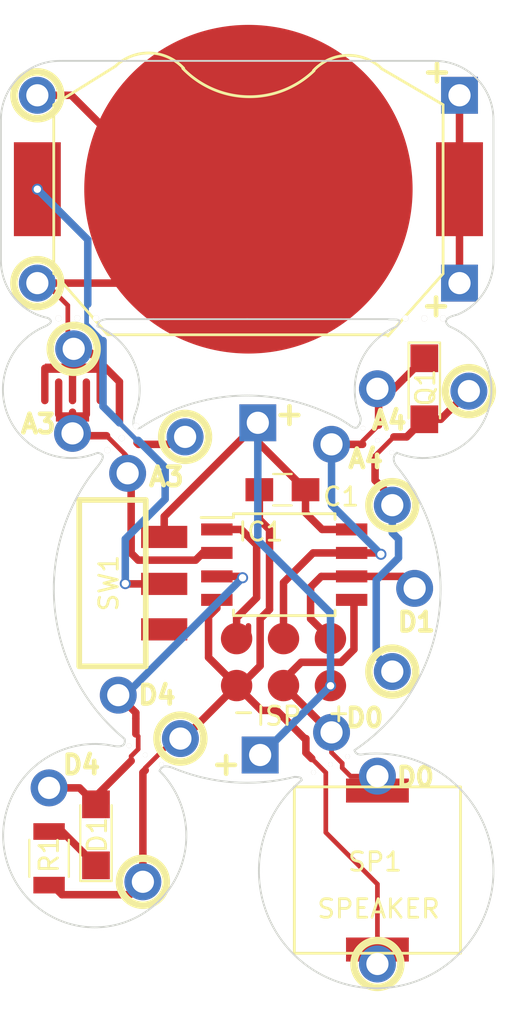
<source format=kicad_pcb>
(kicad_pcb (version 4) (host pcbnew 4.0.6)
  (layers (0 F.Cu signal) (31 B.Cu signal) (34 B.Paste user) (35 F.Paste user) (36 B.SilkS user) (37 F.SilkS user) (38 B.Mask user) (39 F.Mask user) (44 Edge.Cuts user))
  (net 0 "")
  (net 1 GND)
  (net 2 +BATT)
  (net 3 "Net-(D1-Pad1)")
  (net 4 /MISO)
  (net 5 /SCK)
  (net 6 /MOSI)
  (net 7 /RST)
  (net 8 /D3)
  (net 9 /D4)
  (net 10 "Net-(SW1-Pad3)")
  (net 11 /VCC)
  (module footprints:SPST_SMD (layer F.Cu) (at 158.889 81.508 270)
    (fp_text reference SW1 (at 0 3 270) (layer F.SilkS))
    (fp_text value SW_SPDT)
    (pad "" np_thru_hole circle (at 3.4 2.75 270) (size 0.9 0.9) (drill 0.9) (layers *.Cu *.Mask))
    (pad 1 smd rect (at -2.5 0 270) (size 1.2 2.5) (layers F.Cu F.Paste F.Mask) (net 11 /VCC))
    (pad 2 smd rect (at 0.04 0 270) (size 1.2 2.5) (layers F.Cu F.Paste F.Mask) (net 2 +BATT))
    (pad 3 smd rect (at 2.5 0 270) (size 1.2 2.5) (layers F.Cu F.Paste F.Mask) (net 10 "Net-(SW1-Pad3)"))
    (pad "" np_thru_hole circle (at -3.4 2.75 270) (size 0.9 0.9) (drill 0.9) (layers *.Cu *.Mask))
  )
  (module footprints:Pin_Header_Straight_2x03_Pitch2.54mm (layer F.Cu) (at 167.889 84.508 270)
    (fp_text reference CON1 hide)
    (fp_text value ISP (at 4.191 2.794 360) (layer F.SilkS))
    (fp_text user - (at 3.937 4.699 360) (layer F.SilkS))
    (fp_text user + (at 4.064 -0.381 270) (layer F.SilkS))
    (pad 1 smd circle (at 0 0 270) (size 1.7 1.7) (layers F.Cu F.Paste F.Mask) (net 4 /MISO))
    (pad 2 smd oval (at 2.54 0 270) (size 1.7 1.7) (layers F.Cu F.Paste F.Mask) (net 11 /VCC))
    (pad 3 smd oval (at 0 2.54 270) (size 1.7 1.7) (layers F.Cu F.Paste F.Mask) (net 5 /SCK))
    (pad 4 smd oval (at 2.54 2.54 270) (size 1.7 1.7) (layers F.Cu F.Paste F.Mask) (net 6 /MOSI))
    (pad 5 smd oval (at 0 5.08 270) (size 1.7 1.7) (layers F.Cu F.Paste F.Mask) (net 7 /RST))
    (pad 6 smd oval (at 2.54 5.08 270) (size 1.7 1.7) (layers F.Cu F.Paste F.Mask) (net 1 GND))
  )
  (module footprints:SOIJ-8_5.3x5.3mm_Pitch1.27mm (layer F.Cu) (at 165.389 80.508)
    (fp_text reference IC1 (at -1.27 -1.778) (layer F.SilkS))
    (fp_text value ATTINY85)
    (pad 1 smd rect (at -3.65 -1.905) (size 1.7 0.65) (layers F.Cu F.Paste F.Mask) (net 7 /RST))
    (pad 2 smd rect (at -3.65 -0.635) (size 1.7 0.65) (layers F.Cu F.Paste F.Mask) (net 8 /D3))
    (pad 3 smd rect (at -3.65 0.635) (size 1.7 0.65) (layers F.Cu F.Paste F.Mask) (net 9 /D4))
    (pad 4 smd rect (at -3.65 1.905) (size 1.7 0.65) (layers F.Cu F.Paste F.Mask) (net 1 GND))
    (pad 5 smd rect (at 3.65 1.905) (size 1.7 0.65) (layers F.Cu F.Paste F.Mask) (net 6 /MOSI))
    (pad 6 smd rect (at 3.65 0.635) (size 1.7 0.65) (layers F.Cu F.Paste F.Mask) (net 4 /MISO))
    (pad 7 smd rect (at 3.65 -0.635) (size 1.7 0.65) (layers F.Cu F.Paste F.Mask) (net 5 /SCK))
    (pad 8 smd rect (at 3.65 -1.905) (size 1.7 0.65) (layers F.Cu F.Paste F.Mask) (net 11 /VCC))
  )
  (module Pad_Pos (layer F.Cu) (at 163.957 72.8345)
    (fp_text reference P8 hide)
    (fp_text value CONN_01X01 hide)
    (pad 1 thru_hole rect (at 0 0) (size 1.99898 1.99898) (drill 1.2) (layers *.Cu F.Mask) (net 11 /VCC))
  )
  (module footprints:MOUSEBITE (layer F.Cu) (at 170.434 73.787 320)
    (fp_text reference REF** hide)
    (fp_text value 1pin)
    (pad 1 thru_hole circle (at -1.016 0 320) (size 0.254 0.254) (drill 0.254) (layers *.Cu *.Mask F.SilkS))
    (pad 1 thru_hole circle (at 1.016 0 320) (size 0.254 0.254) (drill 0.254) (layers *.Cu *.Mask F.SilkS))
    (pad 1 thru_hole circle (at 0 0 320) (size 0.254 0.254) (drill 0.254) (layers *.Cu *.Mask F.SilkS))
  )
  (module footprints:MOUSEBITE (layer F.Cu) (at 167.894 91.313 25)
    (fp_text reference REF** hide)
    (fp_text value 1pin)
    (pad 1 thru_hole circle (at -1.016 0 25) (size 0.254 0.254) (drill 0.254) (layers *.Cu *.Mask F.SilkS))
    (pad 1 thru_hole circle (at 1.016 0 25) (size 0.254 0.254) (drill 0.254) (layers *.Cu *.Mask F.SilkS))
    (pad 1 thru_hole circle (at 0 0 25) (size 0.254 0.254) (drill 0.254) (layers *.Cu *.Mask F.SilkS))
  )
  (module footprints:MOUSEBITE (layer F.Cu) (at 156.591 73.66 40)
    (fp_text reference REF** hide)
    (fp_text value 1pin)
    (pad 1 thru_hole circle (at -1.016 0 40) (size 0.3302 0.3302) (drill 0.3302) (layers *.Cu *.Mask F.SilkS))
    (pad 1 thru_hole circle (at 1.016 0 40) (size 0.3302 0.3302) (drill 0.3302) (layers *.Cu *.Mask F.SilkS))
    (pad 1 thru_hole circle (at 0 0 40) (size 0.3302 0.3302) (drill 0.3302) (layers *.Cu *.Mask F.SilkS))
  )
  (module footprints:BATT_CR2032_SMD (layer F.Cu) (at 163.449 60.198 180)
    (fp_text reference BT1 hide)
    (fp_text value Battery hide)
    (pad 2 smd circle (at 0 0 180) (size 17.78 17.78) (layers F.Cu F.Paste F.Mask) (net 1 GND))
    (pad 1 smd rect (at -11.43 0 180) (size 2.54 5.08) (layers F.Cu F.Paste F.Mask) (net 2 +BATT))
    (pad 1 smd rect (at 11.43 0 180) (size 2.54 5.08) (layers F.Cu F.Paste F.Mask) (net 2 +BATT))
  )
  (module myFootPrints:SW_SMD_TOUCH (layer F.Cu) (at 153.924 71.882)
    (fp_text reference J1 hide)
    (fp_text value JMP hide)
    (fp_line (start -0.75 -1.25) (end -0.75 0.5) (layer F.Cu) (width 0.4))
    (fp_line (start 1.5 -2) (end 1.5 -0.25) (layer F.Cu) (width 0.4))
    (fp_line (start 0.75 0.5) (end 0.75 -1.25) (layer F.Cu) (width 0.4))
    (fp_line (start 0 -2) (end 0 -0.25) (layer F.Cu) (width 0.4))
    (fp_line (start -1.5 -2) (end -1.5 -0.25) (layer F.Cu) (width 0.4))
    (pad 1 smd rect (at 0 -2) (size 3 0.5) (layers F.Cu F.Paste F.Mask) (net 1 GND))
    (pad 2 smd rect (at 0 0.635) (size 1.8 0.5) (layers F.Cu F.Paste F.Mask) (net 8 /D3))
  )
  (module footprints:PS1240_piezo (layer F.Cu) (at 170.434 97.028 90)
    (fp_text reference SP1 (at 0.4445 -0.127 180) (layer F.SilkS))
    (fp_text value SPEAKER (at -2.0955 0.0635 180) (layer F.SilkS))
    (pad 1 smd rect (at -4.3 0 90) (size 1.3 3.4) (layers F.Cu F.Paste F.Mask) (net 1 GND))
    (pad 2 smd rect (at 4.3 0 90) (size 1.3 3.4) (layers F.Cu F.Paste F.Mask) (net 6 /MOSI))
  )
  (module Capacitors_SMD:C_0805_HandSoldering (layer F.Cu) (at 165.2905 76.454)
    (fp_text reference C1 (at 3.175 0.381) (layer F.SilkS))
    (fp_text value "0.1 uF")
    (pad 1 smd rect (at -1.25 0) (size 1.5 1.25) (layers F.Cu F.Paste F.Mask) (net 1 GND))
    (pad 2 smd rect (at 1.25 0) (size 1.5 1.25) (layers F.Cu F.Paste F.Mask) (net 11 /VCC))
  )
  (module footprints:LED_1206 (layer F.Cu) (at 155.194 95.123 90)
    (fp_text reference D1 (at 0 0.0635 90) (layer F.SilkS))
    (fp_text value LED)
    (pad 2 smd rect (at 1.65 0 270) (size 1.5 1.5) (layers F.Cu F.Paste F.Mask) (net 9 /D4))
    (pad 1 smd rect (at -1.65 0 270) (size 1.5 1.5) (layers F.Cu F.Paste F.Mask) (net 3 "Net-(D1-Pad1)"))
  )
  (module footprints:R_1206 (layer F.Cu) (at 152.654 96.393 90)
    (fp_text reference R1 (at 0.1905 0 90) (layer F.SilkS))
    (fp_text value 330)
    (pad 1 smd rect (at -1.45 0 90) (size 0.9 1.7) (layers F.Cu F.Paste F.Mask) (net 1 GND))
    (pad 2 smd rect (at 1.45 0 90) (size 0.9 1.7) (layers F.Cu F.Paste F.Mask) (net 3 "Net-(D1-Pad1)"))
  )
  (module footprints:LED_1206 (layer F.Cu) (at 172.974 70.993 270)
    (fp_text reference Q1 (at -0.0635 -0.0635 270) (layer F.SilkS))
    (fp_text value LIGHT)
    (pad 2 smd rect (at 1.65 0 90) (size 1.5 1.5) (layers F.Cu F.Paste F.Mask) (net 1 GND))
    (pad 1 smd rect (at -1.65 0 90) (size 1.5 1.5) (layers F.Cu F.Paste F.Mask) (net 5 /SCK))
  )
  (module footprints:MOUSEBITE (layer F.Cu) (at 172.974 67.183)
    (fp_text reference REF** hide)
    (fp_text value 1pin)
    (pad 1 thru_hole circle (at -1.016 0) (size 0.3302 0.3302) (drill 0.3302) (layers *.Cu *.Mask F.SilkS))
    (pad 1 thru_hole circle (at 1.016 0) (size 0.3302 0.3302) (drill 0.3302) (layers *.Cu *.Mask F.SilkS))
    (pad 1 thru_hole circle (at 0 0) (size 0.3302 0.3302) (drill 0.3302) (layers *.Cu *.Mask F.SilkS))
  )
  (module footprints:MOUSEBITE (layer F.Cu) (at 154.178 67.183)
    (fp_text reference REF** hide)
    (fp_text value 1pin)
    (pad 1 thru_hole circle (at -1.016 0) (size 0.3302 0.3302) (drill 0.3302) (layers *.Cu *.Mask F.SilkS))
    (pad 1 thru_hole circle (at 1.016 0) (size 0.3302 0.3302) (drill 0.3302) (layers *.Cu *.Mask F.SilkS))
    (pad 1 thru_hole circle (at 0 0) (size 0.3302 0.3302) (drill 0.3302) (layers *.Cu *.Mask F.SilkS))
  )
  (module footprints:MOUSEBITE (layer F.Cu) (at 157.861 90.805 330)
    (fp_text reference REF** hide)
    (fp_text value 1pin)
    (pad 1 thru_hole circle (at -1.016 0 330) (size 0.254 0.254) (drill 0.254) (layers *.Cu *.Mask F.SilkS))
    (pad 1 thru_hole circle (at 1.016 0 330) (size 0.254 0.254) (drill 0.254) (layers *.Cu *.Mask F.SilkS))
    (pad 1 thru_hole circle (at 0 0 330) (size 0.254 0.254) (drill 0.254) (layers *.Cu *.Mask F.SilkS))
  )
  (module footprints:Pad_Pos (layer F.Cu) (at 164.084 90.805)
    (fp_text reference PP1 hide)
    (fp_text value CONN_01X01 hide)
    (pad 1 thru_hole rect (at 0 0) (size 1.99898 1.99898) (drill 1.2) (layers *.Cu F.Mask) (net 11 /VCC))
  )
  (module footprints:Pad_Pos (layer F.Cu) (at 174.879 65.278)
    (fp_text reference PB1 hide)
    (fp_text value CONN_01X01 hide)
    (pad 1 thru_hole rect (at 0 0) (size 1.99898 1.99898) (drill 1.2) (layers *.Cu F.Mask) (net 2 +BATT))
  )
  (module footprints:Pad_Pos (layer F.Cu) (at 174.879 55.118)
    (fp_text reference PB2 hide)
    (fp_text value CONN_01X01 hide)
    (pad 1 thru_hole rect (at 0 0) (size 1.99898 1.99898) (drill 1.2) (layers *.Cu F.Mask) (net 2 +BATT))
  )
  (module footprints:Pad_Ground (layer F.Cu) (at 170.434 102.108)
    (fp_text reference PS2 hide)
    (fp_text value CONN_01X01 hide)
    (pad 1 thru_hole circle (at 0 0) (size 1.99898 1.99898) (drill 1.2) (layers *.Cu F.Mask) (net 1 GND))
  )
  (module footprints:Pad_Ground (layer F.Cu) (at 157.734 97.663)
    (fp_text reference PL2 hide)
    (fp_text value CONN_01X01 hide)
    (pad 1 thru_hole circle (at 0 0) (size 1.99898 1.99898) (drill 1.2) (layers *.Cu F.Mask) (net 1 GND))
  )
  (module footprints:Pad_Ground (layer F.Cu) (at 171.24 77.29)
    (fp_text reference PG3 hide)
    (fp_text value CONN_01X01 hide)
    (pad 1 thru_hole circle (at 0 0) (size 1.99898 1.99898) (drill 1.2) (layers *.Cu F.Mask) (net 1 GND))
  )
  (module footprints:Pad_Ground (layer F.Cu) (at 175.387 71.12)
    (fp_text reference PT2 hide)
    (fp_text value CONN_01X01 hide)
    (pad 1 thru_hole circle (at 0 0) (size 1.99898 1.99898) (drill 1.2) (layers *.Cu F.Mask) (net 1 GND))
  )
  (module footprints:Pad_Ground (layer F.Cu) (at 152.019 55.118)
    (fp_text reference PB3 hide)
    (fp_text value CONN_01X01 hide)
    (pad 1 thru_hole circle (at 0 0) (size 1.99898 1.99898) (drill 1.2) (layers *.Cu F.Mask) (net 1 GND))
  )
  (module footprints:Pad_Ground (layer F.Cu) (at 160.02 73.5965)
    (fp_text reference PG1 hide)
    (fp_text value CONN_01X01 hide)
    (pad 1 thru_hole circle (at 0 0) (size 1.99898 1.99898) (drill 1.2) (layers *.Cu F.Mask) (net 1 GND))
  )
  (module footprints:Pad_Ground (layer F.Cu) (at 153.9875 68.834)
    (fp_text reference PA2 hide)
    (fp_text value CONN_01X01 hide)
    (pad 1 thru_hole circle (at 0 0) (size 1.99898 1.99898) (drill 1.2) (layers *.Cu F.Mask) (net 1 GND))
  )
  (module footprints:Pad_Ground (layer F.Cu) (at 171.24 86.29)
    (fp_text reference PG2 hide)
    (fp_text value CONN_01X01 hide)
    (pad 1 thru_hole circle (at 0 0) (size 1.99898 1.99898) (drill 1.2) (layers *.Cu F.Mask) (net 1 GND))
  )
  (module footprints:Pad_Ground (layer F.Cu) (at 159.766 89.916)
    (fp_text reference P4 hide)
    (fp_text value CONN_01X01 hide)
    (pad 1 thru_hole circle (at 0 0) (size 1.99898 1.99898) (drill 1.2) (layers *.Cu F.Mask) (net 1 GND))
  )
  (module footprints:Pad_Ground (layer F.Cu) (at 152.019 65.278)
    (fp_text reference PB4 hide)
    (fp_text value CONN_01X01 hide)
    (pad 1 thru_hole circle (at 0 0) (size 1.99898 1.99898) (drill 1.2) (layers *.Cu F.Mask) (net 1 GND))
  )
  (module footprints:Pad_sew (layer F.Cu) (at 153.924 73.406)
    (fp_text reference PA1 hide)
    (fp_text value CONN_01X01 hide)
    (pad 1 thru_hole circle (at 0 0) (size 1.99898 1.99898) (drill 1.2) (layers *.Cu F.Mask) (net 8 /D3))
  )
  (module footprints:Pad_sew (layer F.Cu) (at 170.434 70.993)
    (fp_text reference PT1 hide)
    (fp_text value CONN_01X01 hide)
    (pad 1 thru_hole circle (at 0 0) (size 1.99898 1.99898) (drill 1.2) (layers *.Cu F.Mask) (net 5 /SCK))
  )
  (module footprints:Pad_sew (layer F.Cu) (at 170.434 91.948)
    (fp_text reference PS1 hide)
    (fp_text value CONN_01X01 hide)
    (pad 1 thru_hole circle (at 0 0) (size 1.99898 1.99898) (drill 1.2) (layers *.Cu F.Mask) (net 6 /MOSI))
  )
  (module footprints:Pad_sew (layer F.Cu) (at 172.45 81.79)
    (fp_text reference P6 hide)
    (fp_text value CONN_01X01 hide)
    (pad 1 thru_hole circle (at 0 0) (size 1.99898 1.99898) (drill 1.2) (layers *.Cu F.Mask) (net 4 /MISO))
  )
  (module footprints:Pad_sew (layer F.Cu) (at 167.95 89.58)
    (fp_text reference P5 hide)
    (fp_text value CONN_01X01 hide)
    (pad 1 thru_hole circle (at 0 0) (size 1.99898 1.99898) (drill 1.2) (layers *.Cu F.Mask) (net 6 /MOSI))
  )
  (module footprints:Pad_sew (layer F.Cu) (at 156.4005 87.5665)
    (fp_text reference P3 hide)
    (fp_text value CONN_01X01 hide)
    (pad 1 thru_hole circle (at 0 0) (size 1.99898 1.99898) (drill 1.2) (layers *.Cu F.Mask) (net 9 /D4))
  )
  (module footprints:Pad_sew (layer F.Cu) (at 156.9085 75.565)
    (fp_text reference P2 hide)
    (fp_text value CONN_01X01 hide)
    (pad 1 thru_hole circle (at 0 0) (size 1.99898 1.99898) (drill 1.2) (layers *.Cu F.Mask) (net 8 /D3))
  )
  (module footprints:Pad_sew (layer F.Cu) (at 167.95 74)
    (fp_text reference P7 hide)
    (fp_text value CONN_01X01 hide)
    (pad 1 thru_hole circle (at 0 0) (size 1.99898 1.99898) (drill 1.2) (layers *.Cu F.Mask) (net 5 /SCK))
  )
  (module footprints:Pad_sew (layer F.Cu) (at 152.654 92.583)
    (fp_text reference PL1 hide)
    (fp_text value CONN_01X01 hide)
    (pad 1 thru_hole circle (at 0 0) (size 1.99898 1.99898) (drill 1.2) (layers *.Cu F.Mask) (net 9 /D4))
  )
  (gr_text + (at 162.2425 91.2495) (layer F.SilkS) (effects (font (size 1.25 1.25) (thickness 0.25))))
  (gr_text + (at 173.6598 53.7972) (layer F.SilkS) (effects (font (size 1.25 1.25) (thickness 0.25))))
  (gr_text + (at 173.609 66.4464) (layer F.SilkS) (effects (font (size 1.25 1.25) (thickness 0.25))))
  (gr_text + (at 165.6715 72.3265) (layer F.SilkS) (effects (font (size 1.25 1.25) (thickness 0.25))))
  (gr_text A4 (at 171.069 72.6948) (layer F.SilkS) (effects (font (size 1 1) (thickness 0.25))))
  (gr_text A4 (at 169.799 74.7776) (layer F.SilkS) (effects (font (size 1 1) (thickness 0.25))))
  (gr_text D1 (at 172.5422 83.6168) (layer F.SilkS) (effects (font (size 1 1) (thickness 0.25))))
  (gr_text D0 (at 169.7482 88.7984) (layer F.SilkS) (effects (font (size 1 1) (thickness 0.25))))
  (gr_text D0 (at 172.4914 91.9988) (layer F.SilkS) (effects (font (size 1 1) (thickness 0.25))))
  (gr_text D4 (at 154.4066 91.3384) (layer F.SilkS) (effects (font (size 1 1) (thickness 0.25))))
  (gr_text D4 (at 158.496 87.5665) (layer F.SilkS) (effects (font (size 1 1) (thickness 0.25))))
  (gr_text A3 (at 152.0698 72.898) (layer F.SilkS) (effects (font (size 1 1) (thickness 0.25))))
  (gr_text A3 (at 159.004 75.7555) (layer F.SilkS) (effects (font (size 1 1) (thickness 0.25))))
  (gr_line (start 157.57217 73.119316) (end 157.57217 73.119316) (layer Edge.Cuts) (width 0.1))
  (gr_line (start 158.301921 67.226717) (end 155.761921 67.226717) (layer Edge.Cuts) (width 0.1))
  (gr_line (start 163.381921 67.226717) (end 158.301921 67.226717) (layer Edge.Cuts) (width 0.1))
  (gr_line (start 168.461921 67.226717) (end 163.381921 67.226717) (layer Edge.Cuts) (width 0.1))
  (gr_line (start 171.001921 67.226717) (end 168.461921 67.226717) (layer Edge.Cuts) (width 0.1))
  (gr_line (start 157.542279 73.124398) (end 157.57217 73.119316) (layer Edge.Cuts) (width 0.1))
  (gr_line (start 157.513655 73.127832) (end 157.542279 73.124398) (layer Edge.Cuts) (width 0.1))
  (gr_line (start 157.486309 73.129606) (end 157.513655 73.127832) (layer Edge.Cuts) (width 0.1))
  (gr_line (start 157.460248 73.129708) (end 157.486309 73.129606) (layer Edge.Cuts) (width 0.1))
  (gr_line (start 157.435484 73.128124) (end 157.460248 73.129708) (layer Edge.Cuts) (width 0.1))
  (gr_line (start 157.412026 73.124843) (end 157.435484 73.128124) (layer Edge.Cuts) (width 0.1))
  (gr_line (start 157.389884 73.119851) (end 157.412026 73.124843) (layer Edge.Cuts) (width 0.1))
  (gr_line (start 157.369067 73.113137) (end 157.389884 73.119851) (layer Edge.Cuts) (width 0.1))
  (gr_line (start 157.349584 73.104687) (end 157.369067 73.113137) (layer Edge.Cuts) (width 0.1))
  (gr_line (start 157.331447 73.09449) (end 157.349584 73.104687) (layer Edge.Cuts) (width 0.1))
  (gr_line (start 157.314663 73.082532) (end 157.331447 73.09449) (layer Edge.Cuts) (width 0.1))
  (gr_line (start 157.299243 73.068801) (end 157.314663 73.082532) (layer Edge.Cuts) (width 0.1))
  (gr_line (start 157.285197 73.053285) (end 157.299243 73.068801) (layer Edge.Cuts) (width 0.1))
  (gr_line (start 157.272534 73.03597) (end 157.285197 73.053285) (layer Edge.Cuts) (width 0.1))
  (gr_line (start 157.261263 73.016845) (end 157.272534 73.03597) (layer Edge.Cuts) (width 0.1))
  (gr_line (start 157.251395 72.995896) (end 157.261263 73.016845) (layer Edge.Cuts) (width 0.1))
  (gr_line (start 157.24294 72.973112) (end 157.251395 72.995896) (layer Edge.Cuts) (width 0.1))
  (gr_line (start 157.235906 72.94848) (end 157.24294 72.973112) (layer Edge.Cuts) (width 0.1))
  (gr_line (start 157.230303 72.921986) (end 157.235906 72.94848) (layer Edge.Cuts) (width 0.1))
  (gr_line (start 157.226142 72.893619) (end 157.230303 72.921986) (layer Edge.Cuts) (width 0.1))
  (gr_line (start 157.223431 72.863367) (end 157.226142 72.893619) (layer Edge.Cuts) (width 0.1))
  (gr_line (start 157.222181 72.831215) (end 157.223431 72.863367) (layer Edge.Cuts) (width 0.1))
  (gr_line (start 157.222401 72.797153) (end 157.222181 72.831215) (layer Edge.Cuts) (width 0.1))
  (gr_line (start 157.2241 72.761167) (end 157.222401 72.797153) (layer Edge.Cuts) (width 0.1))
  (gr_line (start 157.227289 72.723244) (end 157.2241 72.761167) (layer Edge.Cuts) (width 0.1))
  (gr_line (start 157.231977 72.683373) (end 157.227289 72.723244) (layer Edge.Cuts) (width 0.1))
  (gr_line (start 157.238174 72.641541) (end 157.231977 72.683373) (layer Edge.Cuts) (width 0.1))
  (gr_line (start 157.245889 72.597735) (end 157.238174 72.641541) (layer Edge.Cuts) (width 0.1))
  (gr_line (start 157.255132 72.551942) (end 157.245889 72.597735) (layer Edge.Cuts) (width 0.1))
  (gr_line (start 157.265912 72.504151) (end 157.255132 72.551942) (layer Edge.Cuts) (width 0.1))
  (gr_line (start 157.27824 72.454348) (end 157.265912 72.504151) (layer Edge.Cuts) (width 0.1))
  (gr_line (start 157.295806 72.411173) (end 157.27824 72.454348) (layer Edge.Cuts) (width 0.1))
  (gr_line (start 157.312829 72.367778) (end 157.295806 72.411173) (layer Edge.Cuts) (width 0.1))
  (gr_line (start 157.329305 72.324169) (end 157.312829 72.367778) (layer Edge.Cuts) (width 0.1))
  (gr_line (start 157.345232 72.280352) (end 157.329305 72.324169) (layer Edge.Cuts) (width 0.1))
  (gr_line (start 157.36061 72.236331) (end 157.345232 72.280352) (layer Edge.Cuts) (width 0.1))
  (gr_line (start 157.375434 72.192111) (end 157.36061 72.236331) (layer Edge.Cuts) (width 0.1))
  (gr_line (start 157.389703 72.147698) (end 157.375434 72.192111) (layer Edge.Cuts) (width 0.1))
  (gr_line (start 157.403416 72.103098) (end 157.389703 72.147698) (layer Edge.Cuts) (width 0.1))
  (gr_line (start 157.416569 72.058314) (end 157.403416 72.103098) (layer Edge.Cuts) (width 0.1))
  (gr_line (start 157.429161 72.013353) (end 157.416569 72.058314) (layer Edge.Cuts) (width 0.1))
  (gr_line (start 157.441189 71.96822) (end 157.429161 72.013353) (layer Edge.Cuts) (width 0.1))
  (gr_line (start 157.452652 71.92292) (end 157.441189 71.96822) (layer Edge.Cuts) (width 0.1))
  (gr_line (start 157.463547 71.877457) (end 157.452652 71.92292) (layer Edge.Cuts) (width 0.1))
  (gr_line (start 157.473871 71.831839) (end 157.463547 71.877457) (layer Edge.Cuts) (width 0.1))
  (gr_line (start 157.483624 71.786068) (end 157.473871 71.831839) (layer Edge.Cuts) (width 0.1))
  (gr_line (start 157.492802 71.740152) (end 157.483624 71.786068) (layer Edge.Cuts) (width 0.1))
  (gr_line (start 157.501404 71.694094) (end 157.492802 71.740152) (layer Edge.Cuts) (width 0.1))
  (gr_line (start 157.509427 71.647901) (end 157.501404 71.694094) (layer Edge.Cuts) (width 0.1))
  (gr_line (start 157.51687 71.601577) (end 157.509427 71.647901) (layer Edge.Cuts) (width 0.1))
  (gr_line (start 157.523729 71.555127) (end 157.51687 71.601577) (layer Edge.Cuts) (width 0.1))
  (gr_line (start 157.530003 71.508558) (end 157.523729 71.555127) (layer Edge.Cuts) (width 0.1))
  (gr_line (start 157.53569 71.461873) (end 157.530003 71.508558) (layer Edge.Cuts) (width 0.1))
  (gr_line (start 157.540788 71.415079) (end 157.53569 71.461873) (layer Edge.Cuts) (width 0.1))
  (gr_line (start 157.545294 71.36818) (end 157.540788 71.415079) (layer Edge.Cuts) (width 0.1))
  (gr_line (start 157.549206 71.321182) (end 157.545294 71.36818) (layer Edge.Cuts) (width 0.1))
  (gr_line (start 157.552522 71.27409) (end 157.549206 71.321182) (layer Edge.Cuts) (width 0.1))
  (gr_line (start 157.55524 71.226909) (end 157.552522 71.27409) (layer Edge.Cuts) (width 0.1))
  (gr_line (start 157.557358 71.179645) (end 157.55524 71.226909) (layer Edge.Cuts) (width 0.1))
  (gr_line (start 157.558873 71.132302) (end 157.557358 71.179645) (layer Edge.Cuts) (width 0.1))
  (gr_line (start 157.559784 71.084885) (end 157.558873 71.132302) (layer Edge.Cuts) (width 0.1))
  (gr_line (start 157.560088 71.037401) (end 157.559784 71.084885) (layer Edge.Cuts) (width 0.1))
  (gr_line (start 157.558873 70.942501) (end 157.560088 71.037401) (layer Edge.Cuts) (width 0.1))
  (gr_line (start 157.55524 70.847893) (end 157.558873 70.942501) (layer Edge.Cuts) (width 0.1))
  (gr_line (start 157.549206 70.75362) (end 157.55524 70.847893) (layer Edge.Cuts) (width 0.1))
  (gr_line (start 157.540788 70.659724) (end 157.549206 70.75362) (layer Edge.Cuts) (width 0.1))
  (gr_line (start 157.530003 70.566245) (end 157.540788 70.659724) (layer Edge.Cuts) (width 0.1))
  (gr_line (start 157.51687 70.473226) (end 157.530003 70.566245) (layer Edge.Cuts) (width 0.1))
  (gr_line (start 157.501404 70.380709) (end 157.51687 70.473226) (layer Edge.Cuts) (width 0.1))
  (gr_line (start 157.483624 70.288735) (end 157.501404 70.380709) (layer Edge.Cuts) (width 0.1))
  (gr_line (start 157.463546 70.197345) (end 157.483624 70.288735) (layer Edge.Cuts) (width 0.1))
  (gr_line (start 157.441189 70.106583) (end 157.463546 70.197345) (layer Edge.Cuts) (width 0.1))
  (gr_line (start 157.416569 70.016489) (end 157.441189 70.106583) (layer Edge.Cuts) (width 0.1))
  (gr_line (start 157.389703 69.927105) (end 157.416569 70.016489) (layer Edge.Cuts) (width 0.1))
  (gr_line (start 157.360609 69.838472) (end 157.389703 69.927105) (layer Edge.Cuts) (width 0.1))
  (gr_line (start 157.329304 69.750634) (end 157.360609 69.838472) (layer Edge.Cuts) (width 0.1))
  (gr_line (start 157.295806 69.66363) (end 157.329304 69.750634) (layer Edge.Cuts) (width 0.1))
  (gr_line (start 157.260131 69.577504) (end 157.295806 69.66363) (layer Edge.Cuts) (width 0.1))
  (gr_line (start 157.222298 69.492296) (end 157.260131 69.577504) (layer Edge.Cuts) (width 0.1))
  (gr_line (start 157.182322 69.408049) (end 157.222298 69.492296) (layer Edge.Cuts) (width 0.1))
  (gr_line (start 157.140222 69.324804) (end 157.182322 69.408049) (layer Edge.Cuts) (width 0.1))
  (gr_line (start 157.096015 69.242603) (end 157.140222 69.324804) (layer Edge.Cuts) (width 0.1))
  (gr_line (start 157.049718 69.161488) (end 157.096015 69.242603) (layer Edge.Cuts) (width 0.1))
  (gr_line (start 157.001348 69.0815) (end 157.049718 69.161488) (layer Edge.Cuts) (width 0.1))
  (gr_line (start 156.950923 69.002681) (end 157.001348 69.0815) (layer Edge.Cuts) (width 0.1))
  (gr_line (start 156.89846 68.925073) (end 156.950923 69.002681) (layer Edge.Cuts) (width 0.1))
  (gr_line (start 156.843976 68.848718) (end 156.89846 68.925073) (layer Edge.Cuts) (width 0.1))
  (gr_line (start 156.787488 68.773657) (end 156.843976 68.848718) (layer Edge.Cuts) (width 0.1))
  (gr_line (start 156.729015 68.699932) (end 156.787488 68.773657) (layer Edge.Cuts) (width 0.1))
  (gr_line (start 156.668572 68.627584) (end 156.729015 68.699932) (layer Edge.Cuts) (width 0.1))
  (gr_line (start 156.606178 68.556656) (end 156.668572 68.627584) (layer Edge.Cuts) (width 0.1))
  (gr_line (start 156.54185 68.48719) (end 156.606178 68.556656) (layer Edge.Cuts) (width 0.1))
  (gr_line (start 156.475604 68.419226) (end 156.54185 68.48719) (layer Edge.Cuts) (width 0.1))
  (gr_line (start 156.441813 68.385865) (end 156.475604 68.419226) (layer Edge.Cuts) (width 0.1))
  (gr_line (start 156.40764 68.35298) (end 156.441813 68.385865) (layer Edge.Cuts) (width 0.1))
  (gr_line (start 156.373092 68.320575) (end 156.40764 68.35298) (layer Edge.Cuts) (width 0.1))
  (gr_line (start 156.338173 68.288652) (end 156.373092 68.320575) (layer Edge.Cuts) (width 0.1))
  (gr_line (start 156.30289 68.257212) (end 156.338173 68.288652) (layer Edge.Cuts) (width 0.1))
  (gr_line (start 156.267246 68.226258) (end 156.30289 68.257212) (layer Edge.Cuts) (width 0.1))
  (gr_line (start 156.231247 68.195791) (end 156.267246 68.226258) (layer Edge.Cuts) (width 0.1))
  (gr_line (start 156.194898 68.165815) (end 156.231247 68.195791) (layer Edge.Cuts) (width 0.1))
  (gr_line (start 156.158205 68.136331) (end 156.194898 68.165815) (layer Edge.Cuts) (width 0.1))
  (gr_line (start 156.121173 68.107341) (end 156.158205 68.136331) (layer Edge.Cuts) (width 0.1))
  (gr_line (start 156.083807 68.078848) (end 156.121173 68.107341) (layer Edge.Cuts) (width 0.1))
  (gr_line (start 156.046112 68.050854) (end 156.083807 68.078848) (layer Edge.Cuts) (width 0.1))
  (gr_line (start 156.008093 68.02336) (end 156.046112 68.050854) (layer Edge.Cuts) (width 0.1))
  (gr_line (start 155.969756 67.99637) (end 156.008093 68.02336) (layer Edge.Cuts) (width 0.1))
  (gr_line (start 155.931106 67.969885) (end 155.969756 67.99637) (layer Edge.Cuts) (width 0.1))
  (gr_line (start 155.892148 67.943907) (end 155.931106 67.969885) (layer Edge.Cuts) (width 0.1))
  (gr_line (start 155.852888 67.918438) (end 155.892148 67.943907) (layer Edge.Cuts) (width 0.1))
  (gr_line (start 155.81333 67.893482) (end 155.852888 67.918438) (layer Edge.Cuts) (width 0.1))
  (gr_line (start 155.773479 67.869039) (end 155.81333 67.893482) (layer Edge.Cuts) (width 0.1))
  (gr_line (start 155.733342 67.845112) (end 155.773479 67.869039) (layer Edge.Cuts) (width 0.1))
  (gr_line (start 155.692922 67.821703) (end 155.733342 67.845112) (layer Edge.Cuts) (width 0.1))
  (gr_line (start 155.652226 67.798815) (end 155.692922 67.821703) (layer Edge.Cuts) (width 0.1))
  (gr_line (start 155.611259 67.776449) (end 155.652226 67.798815) (layer Edge.Cuts) (width 0.1))
  (gr_line (start 155.570025 67.754608) (end 155.611259 67.776449) (layer Edge.Cuts) (width 0.1))
  (gr_line (start 155.528531 67.733293) (end 155.570025 67.754608) (layer Edge.Cuts) (width 0.1))
  (gr_line (start 155.486781 67.712508) (end 155.528531 67.733293) (layer Edge.Cuts) (width 0.1))
  (gr_line (start 155.44478 67.692253) (end 155.486781 67.712508) (layer Edge.Cuts) (width 0.1))
  (gr_line (start 155.402534 67.672532) (end 155.44478 67.692253) (layer Edge.Cuts) (width 0.1))
  (gr_line (start 155.360047 67.653346) (end 155.402534 67.672532) (layer Edge.Cuts) (width 0.1))
  (gr_line (start 155.317326 67.634698) (end 155.360047 67.653346) (layer Edge.Cuts) (width 0.1))
  (gr_line (start 155.274375 67.61659) (end 155.317326 67.634698) (layer Edge.Cuts) (width 0.1))
  (gr_line (start 155.276405 67.599904) (end 155.274375 67.61659) (layer Edge.Cuts) (width 0.1))
  (gr_line (start 155.278602 67.583269) (end 155.276405 67.599904) (layer Edge.Cuts) (width 0.1))
  (gr_line (start 155.281042 67.566706) (end 155.278602 67.583269) (layer Edge.Cuts) (width 0.1))
  (gr_line (start 155.283803 67.55024) (end 155.281042 67.566706) (layer Edge.Cuts) (width 0.1))
  (gr_line (start 155.286962 67.533893) (end 155.283803 67.55024) (layer Edge.Cuts) (width 0.1))
  (gr_line (start 155.290597 67.517688) (end 155.286962 67.533893) (layer Edge.Cuts) (width 0.1))
  (gr_line (start 155.294785 67.50165) (end 155.290597 67.517688) (layer Edge.Cuts) (width 0.1))
  (gr_line (start 155.299602 67.4858) (end 155.294785 67.50165) (layer Edge.Cuts) (width 0.1))
  (gr_line (start 155.305127 67.470163) (end 155.299602 67.4858) (layer Edge.Cuts) (width 0.1))
  (gr_line (start 155.311436 67.454761) (end 155.305127 67.470163) (layer Edge.Cuts) (width 0.1))
  (gr_line (start 155.318607 67.439618) (end 155.311436 67.454761) (layer Edge.Cuts) (width 0.1))
  (gr_line (start 155.326716 67.424756) (end 155.318607 67.439618) (layer Edge.Cuts) (width 0.1))
  (gr_line (start 155.335842 67.410199) (end 155.326716 67.424756) (layer Edge.Cuts) (width 0.1))
  (gr_line (start 155.346061 67.39597) (end 155.335842 67.410199) (layer Edge.Cuts) (width 0.1))
  (gr_line (start 155.357451 67.382092) (end 155.346061 67.39597) (layer Edge.Cuts) (width 0.1))
  (gr_line (start 155.370089 67.368588) (end 155.357451 67.382092) (layer Edge.Cuts) (width 0.1))
  (gr_line (start 155.384051 67.355482) (end 155.370089 67.368588) (layer Edge.Cuts) (width 0.1))
  (gr_line (start 155.399416 67.342797) (end 155.384051 67.355482) (layer Edge.Cuts) (width 0.1))
  (gr_line (start 155.416261 67.330556) (end 155.399416 67.342797) (layer Edge.Cuts) (width 0.1))
  (gr_line (start 155.434663 67.318782) (end 155.416261 67.330556) (layer Edge.Cuts) (width 0.1))
  (gr_line (start 155.454698 67.307498) (end 155.434663 67.318782) (layer Edge.Cuts) (width 0.1))
  (gr_line (start 155.476445 67.296727) (end 155.454698 67.307498) (layer Edge.Cuts) (width 0.1))
  (gr_line (start 155.49998 67.286493) (end 155.476445 67.296727) (layer Edge.Cuts) (width 0.1))
  (gr_line (start 155.525382 67.276818) (end 155.49998 67.286493) (layer Edge.Cuts) (width 0.1))
  (gr_line (start 155.552726 67.267727) (end 155.525382 67.276818) (layer Edge.Cuts) (width 0.1))
  (gr_line (start 155.582091 67.259242) (end 155.552726 67.267727) (layer Edge.Cuts) (width 0.1))
  (gr_line (start 155.613553 67.251385) (end 155.582091 67.259242) (layer Edge.Cuts) (width 0.1))
  (gr_line (start 155.647189 67.244182) (end 155.613553 67.251385) (layer Edge.Cuts) (width 0.1))
  (gr_line (start 155.683078 67.237654) (end 155.647189 67.244182) (layer Edge.Cuts) (width 0.1))
  (gr_line (start 155.721296 67.231824) (end 155.683078 67.237654) (layer Edge.Cuts) (width 0.1))
  (gr_line (start 155.761921 67.226717) (end 155.721296 67.231824) (layer Edge.Cuts) (width 0.1))
  (gr_line (start 150.046921 64.051717) (end 150.046921 56.431717) (layer Edge.Cuts) (width 0.1))
  (gr_line (start 171.023775 67.231987) (end 171.001921 67.226717) (layer Edge.Cuts) (width 0.1))
  (gr_line (start 171.048578 67.235932) (end 171.023775 67.231987) (layer Edge.Cuts) (width 0.1))
  (gr_line (start 171.075982 67.238742) (end 171.048578 67.235932) (layer Edge.Cuts) (width 0.1))
  (gr_line (start 171.105641 67.240602) (end 171.075982 67.238742) (layer Edge.Cuts) (width 0.1))
  (gr_line (start 171.137207 67.241701) (end 171.105641 67.240602) (layer Edge.Cuts) (width 0.1))
  (gr_line (start 171.170334 67.242225) (end 171.137207 67.241701) (layer Edge.Cuts) (width 0.1))
  (gr_line (start 171.204675 67.242362) (end 171.170334 67.242225) (layer Edge.Cuts) (width 0.1))
  (gr_line (start 171.239881 67.242299) (end 171.204675 67.242362) (layer Edge.Cuts) (width 0.1))
  (gr_line (start 171.275607 67.242224) (end 171.239881 67.242299) (layer Edge.Cuts) (width 0.1))
  (gr_line (start 171.311505 67.242324) (end 171.275607 67.242224) (layer Edge.Cuts) (width 0.1))
  (gr_line (start 171.347228 67.242786) (end 171.311505 67.242324) (layer Edge.Cuts) (width 0.1))
  (gr_line (start 171.382429 67.243797) (end 171.347228 67.242786) (layer Edge.Cuts) (width 0.1))
  (gr_line (start 171.416761 67.245546) (end 171.382429 67.243797) (layer Edge.Cuts) (width 0.1))
  (gr_line (start 171.449877 67.248218) (end 171.416761 67.245546) (layer Edge.Cuts) (width 0.1))
  (gr_line (start 171.48143 67.252003) (end 171.449877 67.248218) (layer Edge.Cuts) (width 0.1))
  (gr_line (start 171.511073 67.257086) (end 171.48143 67.252003) (layer Edge.Cuts) (width 0.1))
  (gr_line (start 171.538459 67.263655) (end 171.511073 67.257086) (layer Edge.Cuts) (width 0.1))
  (gr_line (start 171.56324 67.271898) (end 171.538459 67.263655) (layer Edge.Cuts) (width 0.1))
  (gr_line (start 171.585069 67.282002) (end 171.56324 67.271898) (layer Edge.Cuts) (width 0.1))
  (gr_line (start 171.603601 67.294154) (end 171.585069 67.282002) (layer Edge.Cuts) (width 0.1))
  (gr_line (start 171.618486 67.308542) (end 171.603601 67.294154) (layer Edge.Cuts) (width 0.1))
  (gr_line (start 171.629379 67.325353) (end 171.618486 67.308542) (layer Edge.Cuts) (width 0.1))
  (gr_line (start 171.635933 67.344774) (end 171.629379 67.325353) (layer Edge.Cuts) (width 0.1))
  (gr_line (start 171.637799 67.366992) (end 171.635933 67.344774) (layer Edge.Cuts) (width 0.1))
  (gr_line (start 171.634632 67.392196) (end 171.637799 67.366992) (layer Edge.Cuts) (width 0.1))
  (gr_line (start 171.626084 67.420571) (end 171.634632 67.392196) (layer Edge.Cuts) (width 0.1))
  (gr_line (start 171.611808 67.452307) (end 171.626084 67.420571) (layer Edge.Cuts) (width 0.1))
  (gr_line (start 171.591457 67.487589) (end 171.611808 67.452307) (layer Edge.Cuts) (width 0.1))
  (gr_line (start 171.564684 67.526605) (end 171.591457 67.487589) (layer Edge.Cuts) (width 0.1))
  (gr_line (start 171.531141 67.569543) (end 171.564684 67.526605) (layer Edge.Cuts) (width 0.1))
  (gr_line (start 171.490483 67.61659) (end 171.531141 67.569543) (layer Edge.Cuts) (width 0.1))
  (gr_line (start 171.447532 67.634698) (end 171.490483 67.61659) (layer Edge.Cuts) (width 0.1))
  (gr_line (start 171.404811 67.653346) (end 171.447532 67.634698) (layer Edge.Cuts) (width 0.1))
  (gr_line (start 171.362324 67.672532) (end 171.404811 67.653346) (layer Edge.Cuts) (width 0.1))
  (gr_line (start 171.320078 67.692253) (end 171.362324 67.672532) (layer Edge.Cuts) (width 0.1))
  (gr_line (start 171.278077 67.712508) (end 171.320078 67.692253) (layer Edge.Cuts) (width 0.1))
  (gr_line (start 171.236327 67.733293) (end 171.278077 67.712508) (layer Edge.Cuts) (width 0.1))
  (gr_line (start 171.194832 67.754608) (end 171.236327 67.733293) (layer Edge.Cuts) (width 0.1))
  (gr_line (start 171.153598 67.776449) (end 171.194832 67.754608) (layer Edge.Cuts) (width 0.1))
  (gr_line (start 171.112631 67.798815) (end 171.153598 67.776449) (layer Edge.Cuts) (width 0.1))
  (gr_line (start 171.071935 67.821703) (end 171.112631 67.798815) (layer Edge.Cuts) (width 0.1))
  (gr_line (start 171.031516 67.845112) (end 171.071935 67.821703) (layer Edge.Cuts) (width 0.1))
  (gr_line (start 170.991378 67.869039) (end 171.031516 67.845112) (layer Edge.Cuts) (width 0.1))
  (gr_line (start 170.951528 67.893482) (end 170.991378 67.869039) (layer Edge.Cuts) (width 0.1))
  (gr_line (start 170.911969 67.918438) (end 170.951528 67.893482) (layer Edge.Cuts) (width 0.1))
  (gr_line (start 170.872709 67.943907) (end 170.911969 67.918438) (layer Edge.Cuts) (width 0.1))
  (gr_line (start 170.833751 67.969885) (end 170.872709 67.943907) (layer Edge.Cuts) (width 0.1))
  (gr_line (start 170.795101 67.99637) (end 170.833751 67.969885) (layer Edge.Cuts) (width 0.1))
  (gr_line (start 170.756764 68.02336) (end 170.795101 67.99637) (layer Edge.Cuts) (width 0.1))
  (gr_line (start 170.718745 68.050854) (end 170.756764 68.02336) (layer Edge.Cuts) (width 0.1))
  (gr_line (start 170.68105 68.078848) (end 170.718745 68.050854) (layer Edge.Cuts) (width 0.1))
  (gr_line (start 170.643684 68.107341) (end 170.68105 68.078848) (layer Edge.Cuts) (width 0.1))
  (gr_line (start 170.606652 68.136331) (end 170.643684 68.107341) (layer Edge.Cuts) (width 0.1))
  (gr_line (start 170.569959 68.165815) (end 170.606652 68.136331) (layer Edge.Cuts) (width 0.1))
  (gr_line (start 170.533611 68.195791) (end 170.569959 68.165815) (layer Edge.Cuts) (width 0.1))
  (gr_line (start 170.497612 68.226258) (end 170.533611 68.195791) (layer Edge.Cuts) (width 0.1))
  (gr_line (start 170.461968 68.257212) (end 170.497612 68.226258) (layer Edge.Cuts) (width 0.1))
  (gr_line (start 170.426684 68.288652) (end 170.461968 68.257212) (layer Edge.Cuts) (width 0.1))
  (gr_line (start 170.391766 68.320575) (end 170.426684 68.288652) (layer Edge.Cuts) (width 0.1))
  (gr_line (start 170.357218 68.35298) (end 170.391766 68.320575) (layer Edge.Cuts) (width 0.1))
  (gr_line (start 170.323045 68.385865) (end 170.357218 68.35298) (layer Edge.Cuts) (width 0.1))
  (gr_line (start 170.289254 68.419226) (end 170.323045 68.385865) (layer Edge.Cuts) (width 0.1))
  (gr_line (start 170.223008 68.48719) (end 170.289254 68.419226) (layer Edge.Cuts) (width 0.1))
  (gr_line (start 170.15868 68.556656) (end 170.223008 68.48719) (layer Edge.Cuts) (width 0.1))
  (gr_line (start 170.096286 68.627584) (end 170.15868 68.556656) (layer Edge.Cuts) (width 0.1))
  (gr_line (start 170.035843 68.699932) (end 170.096286 68.627584) (layer Edge.Cuts) (width 0.1))
  (gr_line (start 169.977369 68.773657) (end 170.035843 68.699932) (layer Edge.Cuts) (width 0.1))
  (gr_line (start 169.920882 68.848718) (end 169.977369 68.773657) (layer Edge.Cuts) (width 0.1))
  (gr_line (start 169.866398 68.925073) (end 169.920882 68.848718) (layer Edge.Cuts) (width 0.1))
  (gr_line (start 169.813935 69.002681) (end 169.866398 68.925073) (layer Edge.Cuts) (width 0.1))
  (gr_line (start 169.76351 69.0815) (end 169.813935 69.002681) (layer Edge.Cuts) (width 0.1))
  (gr_line (start 169.71514 69.161488) (end 169.76351 69.0815) (layer Edge.Cuts) (width 0.1))
  (gr_line (start 169.668843 69.242603) (end 169.71514 69.161488) (layer Edge.Cuts) (width 0.1))
  (gr_line (start 169.624636 69.324804) (end 169.668843 69.242603) (layer Edge.Cuts) (width 0.1))
  (gr_line (start 169.582536 69.408049) (end 169.624636 69.324804) (layer Edge.Cuts) (width 0.1))
  (gr_line (start 169.54256 69.492296) (end 169.582536 69.408049) (layer Edge.Cuts) (width 0.1))
  (gr_line (start 169.504726 69.577504) (end 169.54256 69.492296) (layer Edge.Cuts) (width 0.1))
  (gr_line (start 169.469052 69.66363) (end 169.504726 69.577504) (layer Edge.Cuts) (width 0.1))
  (gr_line (start 169.435553 69.750634) (end 169.469052 69.66363) (layer Edge.Cuts) (width 0.1))
  (gr_line (start 169.404248 69.838472) (end 169.435553 69.750634) (layer Edge.Cuts) (width 0.1))
  (gr_line (start 169.375155 69.927105) (end 169.404248 69.838472) (layer Edge.Cuts) (width 0.1))
  (gr_line (start 169.348289 70.016489) (end 169.375155 69.927105) (layer Edge.Cuts) (width 0.1))
  (gr_line (start 169.323669 70.106583) (end 169.348289 70.016489) (layer Edge.Cuts) (width 0.1))
  (gr_line (start 169.301311 70.197345) (end 169.323669 70.106583) (layer Edge.Cuts) (width 0.1))
  (gr_line (start 169.281234 70.288735) (end 169.301311 70.197345) (layer Edge.Cuts) (width 0.1))
  (gr_line (start 169.263454 70.380709) (end 169.281234 70.288735) (layer Edge.Cuts) (width 0.1))
  (gr_line (start 169.247988 70.473226) (end 169.263454 70.380709) (layer Edge.Cuts) (width 0.1))
  (gr_line (start 169.234855 70.566245) (end 169.247988 70.473226) (layer Edge.Cuts) (width 0.1))
  (gr_line (start 169.22407 70.659724) (end 169.234855 70.566245) (layer Edge.Cuts) (width 0.1))
  (gr_line (start 169.215652 70.75362) (end 169.22407 70.659724) (layer Edge.Cuts) (width 0.1))
  (gr_line (start 169.209618 70.847893) (end 169.215652 70.75362) (layer Edge.Cuts) (width 0.1))
  (gr_line (start 169.205985 70.942501) (end 169.209618 70.847893) (layer Edge.Cuts) (width 0.1))
  (gr_line (start 169.20477 71.037401) (end 169.205985 70.942501) (layer Edge.Cuts) (width 0.1))
  (gr_line (start 169.205053 71.084894) (end 169.20477 71.037401) (layer Edge.Cuts) (width 0.1))
  (gr_line (start 169.205903 71.132336) (end 169.205053 71.084894) (layer Edge.Cuts) (width 0.1))
  (gr_line (start 169.207323 71.17972) (end 169.205903 71.132336) (layer Edge.Cuts) (width 0.1))
  (gr_line (start 169.209315 71.227038) (end 169.207323 71.17972) (layer Edge.Cuts) (width 0.1))
  (gr_line (start 169.21188 71.274283) (end 169.209315 71.227038) (layer Edge.Cuts) (width 0.1))
  (gr_line (start 169.21502 71.32145) (end 169.21188 71.274283) (layer Edge.Cuts) (width 0.1))
  (gr_line (start 169.218738 71.36853) (end 169.21502 71.32145) (layer Edge.Cuts) (width 0.1))
  (gr_line (start 169.223036 71.415517) (end 169.218738 71.36853) (layer Edge.Cuts) (width 0.1))
  (gr_line (start 169.227916 71.462403) (end 169.223036 71.415517) (layer Edge.Cuts) (width 0.1))
  (gr_line (start 169.23338 71.509182) (end 169.227916 71.462403) (layer Edge.Cuts) (width 0.1))
  (gr_line (start 169.239429 71.555847) (end 169.23338 71.509182) (layer Edge.Cuts) (width 0.1))
  (gr_line (start 169.246066 71.60239) (end 169.239429 71.555847) (layer Edge.Cuts) (width 0.1))
  (gr_line (start 169.253294 71.648805) (end 169.246066 71.60239) (layer Edge.Cuts) (width 0.1))
  (gr_line (start 169.261113 71.695085) (end 169.253294 71.648805) (layer Edge.Cuts) (width 0.1))
  (gr_line (start 169.269527 71.741223) (end 169.261113 71.695085) (layer Edge.Cuts) (width 0.1))
  (gr_line (start 169.278536 71.787211) (end 169.269527 71.741223) (layer Edge.Cuts) (width 0.1))
  (gr_line (start 169.288144 71.833042) (end 169.278536 71.787211) (layer Edge.Cuts) (width 0.1))
  (gr_line (start 169.298352 71.87871) (end 169.288144 71.833042) (layer Edge.Cuts) (width 0.1))
  (gr_line (start 169.309163 71.924208) (end 169.298352 71.87871) (layer Edge.Cuts) (width 0.1))
  (gr_line (start 169.320578 71.969529) (end 169.309163 71.924208) (layer Edge.Cuts) (width 0.1))
  (gr_line (start 169.332599 72.014665) (end 169.320578 71.969529) (layer Edge.Cuts) (width 0.1))
  (gr_line (start 169.345229 72.05961) (end 169.332599 72.014665) (layer Edge.Cuts) (width 0.1))
  (gr_line (start 169.358469 72.104357) (end 169.345229 72.05961) (layer Edge.Cuts) (width 0.1))
  (gr_line (start 169.372322 72.148898) (end 169.358469 72.104357) (layer Edge.Cuts) (width 0.1))
  (gr_line (start 169.38679 72.193227) (end 169.372322 72.148898) (layer Edge.Cuts) (width 0.1))
  (gr_line (start 169.401874 72.237336) (end 169.38679 72.193227) (layer Edge.Cuts) (width 0.1))
  (gr_line (start 169.417577 72.281219) (end 169.401874 72.237336) (layer Edge.Cuts) (width 0.1))
  (gr_line (start 169.433901 72.324869) (end 169.417577 72.281219) (layer Edge.Cuts) (width 0.1))
  (gr_line (start 169.450848 72.368278) (end 169.433901 72.324869) (layer Edge.Cuts) (width 0.1))
  (gr_line (start 169.468419 72.41144) (end 169.450848 72.368278) (layer Edge.Cuts) (width 0.1))
  (gr_line (start 169.486618 72.454348) (end 169.468419 72.41144) (layer Edge.Cuts) (width 0.1))
  (gr_line (start 169.495717 72.476628) (end 169.486618 72.454348) (layer Edge.Cuts) (width 0.1))
  (gr_line (start 169.503485 72.498236) (end 169.495717 72.476628) (layer Edge.Cuts) (width 0.1))
  (gr_line (start 169.510001 72.519184) (end 169.503485 72.498236) (layer Edge.Cuts) (width 0.1))
  (gr_line (start 169.515339 72.539482) (end 169.510001 72.519184) (layer Edge.Cuts) (width 0.1))
  (gr_line (start 169.519577 72.559143) (end 169.515339 72.539482) (layer Edge.Cuts) (width 0.1))
  (gr_line (start 169.52279 72.578177) (end 169.519577 72.559143) (layer Edge.Cuts) (width 0.1))
  (gr_line (start 169.525055 72.596595) (end 169.52279 72.578177) (layer Edge.Cuts) (width 0.1))
  (gr_line (start 169.526449 72.61441) (end 169.525055 72.596595) (layer Edge.Cuts) (width 0.1))
  (gr_line (start 169.527048 72.631632) (end 169.526449 72.61441) (layer Edge.Cuts) (width 0.1))
  (gr_line (start 169.526928 72.648272) (end 169.527048 72.631632) (layer Edge.Cuts) (width 0.1))
  (gr_line (start 169.526166 72.664342) (end 169.526928 72.648272) (layer Edge.Cuts) (width 0.1))
  (gr_line (start 169.524838 72.679853) (end 169.526166 72.664342) (layer Edge.Cuts) (width 0.1))
  (gr_line (start 169.52302 72.694817) (end 169.524838 72.679853) (layer Edge.Cuts) (width 0.1))
  (gr_line (start 169.52079 72.709244) (end 169.52302 72.694817) (layer Edge.Cuts) (width 0.1))
  (gr_line (start 169.518222 72.723146) (end 169.52079 72.709244) (layer Edge.Cuts) (width 0.1))
  (gr_line (start 169.515394 72.736535) (end 169.518222 72.723146) (layer Edge.Cuts) (width 0.1))
  (gr_line (start 169.512382 72.749421) (end 169.515394 72.736535) (layer Edge.Cuts) (width 0.1))
  (gr_line (start 169.509263 72.761816) (end 169.512382 72.749421) (layer Edge.Cuts) (width 0.1))
  (gr_line (start 169.506112 72.773732) (end 169.509263 72.761816) (layer Edge.Cuts) (width 0.1))
  (gr_line (start 169.503007 72.785178) (end 169.506112 72.773732) (layer Edge.Cuts) (width 0.1))
  (gr_line (start 169.500023 72.796168) (end 169.503007 72.785178) (layer Edge.Cuts) (width 0.1))
  (gr_line (start 169.497237 72.806711) (end 169.500023 72.796168) (layer Edge.Cuts) (width 0.1))
  (gr_line (start 169.494725 72.81682) (end 169.497237 72.806711) (layer Edge.Cuts) (width 0.1))
  (gr_line (start 169.492564 72.826506) (end 169.494725 72.81682) (layer Edge.Cuts) (width 0.1))
  (gr_line (start 169.490831 72.835779) (end 169.492564 72.826506) (layer Edge.Cuts) (width 0.1))
  (gr_line (start 169.489601 72.844652) (end 169.490831 72.835779) (layer Edge.Cuts) (width 0.1))
  (gr_line (start 169.488951 72.853136) (end 169.489601 72.844652) (layer Edge.Cuts) (width 0.1))
  (gr_line (start 169.488957 72.861241) (end 169.488951 72.853136) (layer Edge.Cuts) (width 0.1))
  (gr_line (start 169.489696 72.868979) (end 169.488957 72.861241) (layer Edge.Cuts) (width 0.1))
  (gr_line (start 169.491244 72.876362) (end 169.489696 72.868979) (layer Edge.Cuts) (width 0.1))
  (gr_line (start 169.493677 72.8834) (end 169.491244 72.876362) (layer Edge.Cuts) (width 0.1))
  (gr_line (start 169.480273 72.89311) (end 169.493677 72.8834) (layer Edge.Cuts) (width 0.1))
  (gr_line (start 169.467992 72.904222) (end 169.480273 72.89311) (layer Edge.Cuts) (width 0.1))
  (gr_line (start 169.456668 72.916531) (end 169.467992 72.904222) (layer Edge.Cuts) (width 0.1))
  (gr_line (start 169.446136 72.92983) (end 169.456668 72.916531) (layer Edge.Cuts) (width 0.1))
  (gr_line (start 169.436232 72.943915) (end 169.446136 72.92983) (layer Edge.Cuts) (width 0.1))
  (gr_line (start 169.426791 72.958578) (end 169.436232 72.943915) (layer Edge.Cuts) (width 0.1))
  (gr_line (start 169.417648 72.973614) (end 169.426791 72.958578) (layer Edge.Cuts) (width 0.1))
  (gr_line (start 169.408639 72.988817) (end 169.417648 72.973614) (layer Edge.Cuts) (width 0.1))
  (gr_line (start 169.3996 73.003981) (end 169.408639 72.988817) (layer Edge.Cuts) (width 0.1))
  (gr_line (start 169.390364 73.018901) (end 169.3996 73.003981) (layer Edge.Cuts) (width 0.1))
  (gr_line (start 169.380768 73.03337) (end 169.390364 73.018901) (layer Edge.Cuts) (width 0.1))
  (gr_line (start 169.370647 73.047183) (end 169.380768 73.03337) (layer Edge.Cuts) (width 0.1))
  (gr_line (start 169.359836 73.060134) (end 169.370647 73.047183) (layer Edge.Cuts) (width 0.1))
  (gr_line (start 169.34817 73.072016) (end 169.359836 73.060134) (layer Edge.Cuts) (width 0.1))
  (gr_line (start 169.335485 73.082624) (end 169.34817 73.072016) (layer Edge.Cuts) (width 0.1))
  (gr_line (start 169.321617 73.091752) (end 169.335485 73.082624) (layer Edge.Cuts) (width 0.1))
  (gr_line (start 169.306399 73.099195) (end 169.321617 73.091752) (layer Edge.Cuts) (width 0.1))
  (gr_line (start 169.289668 73.104745) (end 169.306399 73.099195) (layer Edge.Cuts) (width 0.1))
  (gr_line (start 169.271259 73.108198) (end 169.289668 73.104745) (layer Edge.Cuts) (width 0.1))
  (gr_line (start 169.251007 73.109348) (end 169.271259 73.108198) (layer Edge.Cuts) (width 0.1))
  (gr_line (start 169.228748 73.107988) (end 169.251007 73.109348) (layer Edge.Cuts) (width 0.1))
  (gr_line (start 169.204316 73.103913) (end 169.228748 73.107988) (layer Edge.Cuts) (width 0.1))
  (gr_line (start 169.177548 73.096916) (end 169.204316 73.103913) (layer Edge.Cuts) (width 0.1))
  (gr_line (start 169.148278 73.086793) (end 169.177548 73.096916) (layer Edge.Cuts) (width 0.1))
  (gr_line (start 169.116341 73.073336) (end 169.148278 73.086793) (layer Edge.Cuts) (width 0.1))
  (gr_line (start 169.081574 73.056341) (end 169.116341 73.073336) (layer Edge.Cuts) (width 0.1))
  (gr_line (start 169.04381 73.035601) (end 169.081574 73.056341) (layer Edge.Cuts) (width 0.1))
  (gr_line (start 169.002886 73.010911) (end 169.04381 73.035601) (layer Edge.Cuts) (width 0.1))
  (gr_line (start 168.958637 72.982064) (end 169.002886 73.010911) (layer Edge.Cuts) (width 0.1))
  (gr_line (start 168.910899 72.948855) (end 168.958637 72.982064) (layer Edge.Cuts) (width 0.1))
  (gr_line (start 168.859505 72.911077) (end 168.910899 72.948855) (layer Edge.Cuts) (width 0.1))
  (gr_line (start 168.80532 72.875155) (end 168.859505 72.911077) (layer Edge.Cuts) (width 0.1))
  (gr_line (start 168.752867 72.840809) (end 168.80532 72.875155) (layer Edge.Cuts) (width 0.1))
  (gr_line (start 168.702014 72.807956) (end 168.752867 72.840809) (layer Edge.Cuts) (width 0.1))
  (gr_line (start 168.652627 72.776514) (end 168.702014 72.807956) (layer Edge.Cuts) (width 0.1))
  (gr_line (start 168.604576 72.746399) (end 168.652627 72.776514) (layer Edge.Cuts) (width 0.1))
  (gr_line (start 168.557727 72.717528) (end 168.604576 72.746399) (layer Edge.Cuts) (width 0.1))
  (gr_line (start 168.511949 72.689818) (end 168.557727 72.717528) (layer Edge.Cuts) (width 0.1))
  (gr_line (start 168.467108 72.663186) (end 168.511949 72.689818) (layer Edge.Cuts) (width 0.1))
  (gr_line (start 168.423072 72.637549) (end 168.467108 72.663186) (layer Edge.Cuts) (width 0.1))
  (gr_line (start 168.37971 72.612823) (end 168.423072 72.637549) (layer Edge.Cuts) (width 0.1))
  (gr_line (start 168.336888 72.588926) (end 168.37971 72.612823) (layer Edge.Cuts) (width 0.1))
  (gr_line (start 168.294475 72.565774) (end 168.336888 72.588926) (layer Edge.Cuts) (width 0.1))
  (gr_line (start 168.252337 72.543284) (end 168.294475 72.565774) (layer Edge.Cuts) (width 0.1))
  (gr_line (start 168.210343 72.521374) (end 168.252337 72.543284) (layer Edge.Cuts) (width 0.1))
  (gr_line (start 168.168361 72.499959) (end 168.210343 72.521374) (layer Edge.Cuts) (width 0.1))
  (gr_line (start 168.126257 72.478958) (end 168.168361 72.499959) (layer Edge.Cuts) (width 0.1))
  (gr_line (start 168.0839 72.458286) (end 168.126257 72.478958) (layer Edge.Cuts) (width 0.1))
  (gr_line (start 168.041157 72.437861) (end 168.0839 72.458286) (layer Edge.Cuts) (width 0.1))
  (gr_line (start 167.997895 72.4176) (end 168.041157 72.437861) (layer Edge.Cuts) (width 0.1))
  (gr_line (start 167.953983 72.397419) (end 167.997895 72.4176) (layer Edge.Cuts) (width 0.1))
  (gr_line (start 167.909289 72.377235) (end 167.953983 72.397419) (layer Edge.Cuts) (width 0.1))
  (gr_line (start 167.863678 72.356965) (end 167.909289 72.377235) (layer Edge.Cuts) (width 0.1))
  (gr_line (start 167.817021 72.336527) (end 167.863678 72.356965) (layer Edge.Cuts) (width 0.1))
  (gr_line (start 167.769183 72.315837) (end 167.817021 72.336527) (layer Edge.Cuts) (width 0.1))
  (gr_line (start 167.720032 72.294811) (end 167.769183 72.315837) (layer Edge.Cuts) (width 0.1))
  (gr_line (start 167.669437 72.273367) (end 167.720032 72.294811) (layer Edge.Cuts) (width 0.1))
  (gr_line (start 167.617265 72.251422) (end 167.669437 72.273367) (layer Edge.Cuts) (width 0.1))
  (gr_line (start 167.563384 72.228893) (end 167.617265 72.251422) (layer Edge.Cuts) (width 0.1))
  (gr_line (start 167.50766 72.205696) (end 167.563384 72.228893) (layer Edge.Cuts) (width 0.1))
  (gr_line (start 167.449962 72.181748) (end 167.50766 72.205696) (layer Edge.Cuts) (width 0.1))
  (gr_line (start 167.390158 72.156966) (end 167.449962 72.181748) (layer Edge.Cuts) (width 0.1))
  (gr_line (start 167.26804 72.107281) (end 167.390158 72.156966) (layer Edge.Cuts) (width 0.1))
  (gr_line (start 167.145301 72.059134) (end 167.26804 72.107281) (layer Edge.Cuts) (width 0.1))
  (gr_line (start 167.021957 72.012533) (end 167.145301 72.059134) (layer Edge.Cuts) (width 0.1))
  (gr_line (start 166.898022 71.967483) (end 167.021957 72.012533) (layer Edge.Cuts) (width 0.1))
  (gr_line (start 166.773512 71.92399) (end 166.898022 71.967483) (layer Edge.Cuts) (width 0.1))
  (gr_line (start 166.64844 71.88206) (end 166.773512 71.92399) (layer Edge.Cuts) (width 0.1))
  (gr_line (start 166.522822 71.8417) (end 166.64844 71.88206) (layer Edge.Cuts) (width 0.1))
  (gr_line (start 166.396672 71.802915) (end 166.522822 71.8417) (layer Edge.Cuts) (width 0.1))
  (gr_line (start 166.270005 71.765712) (end 166.396672 71.802915) (layer Edge.Cuts) (width 0.1))
  (gr_line (start 166.142837 71.730097) (end 166.270005 71.765712) (layer Edge.Cuts) (width 0.1))
  (gr_line (start 166.015181 71.696076) (end 166.142837 71.730097) (layer Edge.Cuts) (width 0.1))
  (gr_line (start 165.887052 71.663655) (end 166.015181 71.696076) (layer Edge.Cuts) (width 0.1))
  (gr_line (start 165.758465 71.63284) (end 165.887052 71.663655) (layer Edge.Cuts) (width 0.1))
  (gr_line (start 165.629435 71.603637) (end 165.758465 71.63284) (layer Edge.Cuts) (width 0.1))
  (gr_line (start 165.499977 71.576052) (end 165.629435 71.603637) (layer Edge.Cuts) (width 0.1))
  (gr_line (start 165.370106 71.550092) (end 165.499977 71.576052) (layer Edge.Cuts) (width 0.1))
  (gr_line (start 165.239835 71.525762) (end 165.370106 71.550092) (layer Edge.Cuts) (width 0.1))
  (gr_line (start 165.10918 71.503069) (end 165.239835 71.525762) (layer Edge.Cuts) (width 0.1))
  (gr_line (start 164.978156 71.482019) (end 165.10918 71.503069) (layer Edge.Cuts) (width 0.1))
  (gr_line (start 164.846778 71.462618) (end 164.978156 71.482019) (layer Edge.Cuts) (width 0.1))
  (gr_line (start 164.715059 71.444872) (end 164.846778 71.462618) (layer Edge.Cuts) (width 0.1))
  (gr_line (start 164.583016 71.428787) (end 164.715059 71.444872) (layer Edge.Cuts) (width 0.1))
  (gr_line (start 164.450662 71.414369) (end 164.583016 71.428787) (layer Edge.Cuts) (width 0.1))
  (gr_line (start 164.318012 71.401624) (end 164.450662 71.414369) (layer Edge.Cuts) (width 0.1))
  (gr_line (start 164.185082 71.390559) (end 164.318012 71.401624) (layer Edge.Cuts) (width 0.1))
  (gr_line (start 164.051886 71.381179) (end 164.185082 71.390559) (layer Edge.Cuts) (width 0.1))
  (gr_line (start 163.918438 71.373492) (end 164.051886 71.381179) (layer Edge.Cuts) (width 0.1))
  (gr_line (start 163.784754 71.367502) (end 163.918438 71.373492) (layer Edge.Cuts) (width 0.1))
  (gr_line (start 163.650848 71.363215) (end 163.784754 71.367502) (layer Edge.Cuts) (width 0.1))
  (gr_line (start 163.516734 71.360639) (end 163.650848 71.363215) (layer Edge.Cuts) (width 0.1))
  (gr_line (start 163.382429 71.359779) (end 163.516734 71.360639) (layer Edge.Cuts) (width 0.1))
  (gr_line (start 163.248124 71.360639) (end 163.382429 71.359779) (layer Edge.Cuts) (width 0.1))
  (gr_line (start 163.11401 71.363215) (end 163.248124 71.360639) (layer Edge.Cuts) (width 0.1))
  (gr_line (start 162.980104 71.367502) (end 163.11401 71.363215) (layer Edge.Cuts) (width 0.1))
  (gr_line (start 162.84642 71.373492) (end 162.980104 71.367502) (layer Edge.Cuts) (width 0.1))
  (gr_line (start 162.712972 71.381179) (end 162.84642 71.373492) (layer Edge.Cuts) (width 0.1))
  (gr_line (start 162.579776 71.390559) (end 162.712972 71.381179) (layer Edge.Cuts) (width 0.1))
  (gr_line (start 162.446846 71.401624) (end 162.579776 71.390559) (layer Edge.Cuts) (width 0.1))
  (gr_line (start 162.314196 71.414369) (end 162.446846 71.401624) (layer Edge.Cuts) (width 0.1))
  (gr_line (start 162.181842 71.428787) (end 162.314196 71.414369) (layer Edge.Cuts) (width 0.1))
  (gr_line (start 162.049799 71.444872) (end 162.181842 71.428787) (layer Edge.Cuts) (width 0.1))
  (gr_line (start 161.918081 71.462618) (end 162.049799 71.444872) (layer Edge.Cuts) (width 0.1))
  (gr_line (start 161.786702 71.482019) (end 161.918081 71.462618) (layer Edge.Cuts) (width 0.1))
  (gr_line (start 161.655678 71.503069) (end 161.786702 71.482019) (layer Edge.Cuts) (width 0.1))
  (gr_line (start 161.525023 71.525762) (end 161.655678 71.503069) (layer Edge.Cuts) (width 0.1))
  (gr_line (start 161.394753 71.550092) (end 161.525023 71.525762) (layer Edge.Cuts) (width 0.1))
  (gr_line (start 161.264881 71.576052) (end 161.394753 71.550092) (layer Edge.Cuts) (width 0.1))
  (gr_line (start 161.135423 71.603637) (end 161.264881 71.576052) (layer Edge.Cuts) (width 0.1))
  (gr_line (start 161.006393 71.63284) (end 161.135423 71.603637) (layer Edge.Cuts) (width 0.1))
  (gr_line (start 160.877807 71.663655) (end 161.006393 71.63284) (layer Edge.Cuts) (width 0.1))
  (gr_line (start 160.749678 71.696076) (end 160.877807 71.663655) (layer Edge.Cuts) (width 0.1))
  (gr_line (start 160.622022 71.730097) (end 160.749678 71.696076) (layer Edge.Cuts) (width 0.1))
  (gr_line (start 160.494853 71.765712) (end 160.622022 71.730097) (layer Edge.Cuts) (width 0.1))
  (gr_line (start 160.368187 71.802915) (end 160.494853 71.765712) (layer Edge.Cuts) (width 0.1))
  (gr_line (start 160.242037 71.8417) (end 160.368187 71.802915) (layer Edge.Cuts) (width 0.1))
  (gr_line (start 160.116419 71.88206) (end 160.242037 71.8417) (layer Edge.Cuts) (width 0.1))
  (gr_line (start 159.991347 71.92399) (end 160.116419 71.88206) (layer Edge.Cuts) (width 0.1))
  (gr_line (start 159.866837 71.967483) (end 159.991347 71.92399) (layer Edge.Cuts) (width 0.1))
  (gr_line (start 159.742902 72.012533) (end 159.866837 71.967483) (layer Edge.Cuts) (width 0.1))
  (gr_line (start 159.619558 72.059134) (end 159.742902 72.012533) (layer Edge.Cuts) (width 0.1))
  (gr_line (start 159.496819 72.107281) (end 159.619558 72.059134) (layer Edge.Cuts) (width 0.1))
  (gr_line (start 159.374701 72.156966) (end 159.496819 72.107281) (layer Edge.Cuts) (width 0.1))
  (gr_line (start 159.34427 72.169627) (end 159.374701 72.156966) (layer Edge.Cuts) (width 0.1))
  (gr_line (start 159.313879 72.182384) (end 159.34427 72.169627) (layer Edge.Cuts) (width 0.1))
  (gr_line (start 159.283528 72.195236) (end 159.313879 72.182384) (layer Edge.Cuts) (width 0.1))
  (gr_line (start 159.253217 72.208184) (end 159.283528 72.195236) (layer Edge.Cuts) (width 0.1))
  (gr_line (start 159.222947 72.221227) (end 159.253217 72.208184) (layer Edge.Cuts) (width 0.1))
  (gr_line (start 159.192718 72.234366) (end 159.222947 72.221227) (layer Edge.Cuts) (width 0.1))
  (gr_line (start 159.16253 72.2476) (end 159.192718 72.234366) (layer Edge.Cuts) (width 0.1))
  (gr_line (start 159.132383 72.260929) (end 159.16253 72.2476) (layer Edge.Cuts) (width 0.1))
  (gr_line (start 159.102278 72.274353) (end 159.132383 72.260929) (layer Edge.Cuts) (width 0.1))
  (gr_line (start 159.072215 72.287872) (end 159.102278 72.274353) (layer Edge.Cuts) (width 0.1))
  (gr_line (start 159.042193 72.301486) (end 159.072215 72.287872) (layer Edge.Cuts) (width 0.1))
  (gr_line (start 159.012214 72.315194) (end 159.042193 72.301486) (layer Edge.Cuts) (width 0.1))
  (gr_line (start 158.982277 72.328997) (end 159.012214 72.315194) (layer Edge.Cuts) (width 0.1))
  (gr_line (start 158.952383 72.342895) (end 158.982277 72.328997) (layer Edge.Cuts) (width 0.1))
  (gr_line (start 158.922531 72.356887) (end 158.952383 72.342895) (layer Edge.Cuts) (width 0.1))
  (gr_line (start 158.892723 72.370974) (end 158.922531 72.356887) (layer Edge.Cuts) (width 0.1))
  (gr_line (start 158.862959 72.385155) (end 158.892723 72.370974) (layer Edge.Cuts) (width 0.1))
  (gr_line (start 158.833237 72.39943) (end 158.862959 72.385155) (layer Edge.Cuts) (width 0.1))
  (gr_line (start 158.80356 72.413799) (end 158.833237 72.39943) (layer Edge.Cuts) (width 0.1))
  (gr_line (start 158.773927 72.428262) (end 158.80356 72.413799) (layer Edge.Cuts) (width 0.1))
  (gr_line (start 158.744338 72.442819) (end 158.773927 72.428262) (layer Edge.Cuts) (width 0.1))
  (gr_line (start 158.714793 72.45747) (end 158.744338 72.442819) (layer Edge.Cuts) (width 0.1))
  (gr_line (start 158.685294 72.472214) (end 158.714793 72.45747) (layer Edge.Cuts) (width 0.1))
  (gr_line (start 158.655839 72.487052) (end 158.685294 72.472214) (layer Edge.Cuts) (width 0.1))
  (gr_line (start 158.626429 72.501984) (end 158.655839 72.487052) (layer Edge.Cuts) (width 0.1))
  (gr_line (start 158.597065 72.517009) (end 158.626429 72.501984) (layer Edge.Cuts) (width 0.1))
  (gr_line (start 158.567747 72.532127) (end 158.597065 72.517009) (layer Edge.Cuts) (width 0.1))
  (gr_line (start 158.538475 72.547339) (end 158.567747 72.532127) (layer Edge.Cuts) (width 0.1))
  (gr_line (start 158.509248 72.562644) (end 158.538475 72.547339) (layer Edge.Cuts) (width 0.1))
  (gr_line (start 158.480068 72.578041) (end 158.509248 72.562644) (layer Edge.Cuts) (width 0.1))
  (gr_line (start 158.450935 72.593532) (end 158.480068 72.578041) (layer Edge.Cuts) (width 0.1))
  (gr_line (start 158.421848 72.609115) (end 158.450935 72.593532) (layer Edge.Cuts) (width 0.1))
  (gr_line (start 158.392809 72.624792) (end 158.421848 72.609115) (layer Edge.Cuts) (width 0.1))
  (gr_line (start 158.363817 72.64056) (end 158.392809 72.624792) (layer Edge.Cuts) (width 0.1))
  (gr_line (start 158.334872 72.656422) (end 158.363817 72.64056) (layer Edge.Cuts) (width 0.1))
  (gr_line (start 158.305975 72.672376) (end 158.334872 72.656422) (layer Edge.Cuts) (width 0.1))
  (gr_line (start 158.277126 72.688422) (end 158.305975 72.672376) (layer Edge.Cuts) (width 0.1))
  (gr_line (start 158.248326 72.70456) (end 158.277126 72.688422) (layer Edge.Cuts) (width 0.1))
  (gr_line (start 158.219573 72.720791) (end 158.248326 72.70456) (layer Edge.Cuts) (width 0.1))
  (gr_line (start 158.19087 72.737114) (end 158.219573 72.720791) (layer Edge.Cuts) (width 0.1))
  (gr_line (start 158.162215 72.753528) (end 158.19087 72.737114) (layer Edge.Cuts) (width 0.1))
  (gr_line (start 158.133609 72.770035) (end 158.162215 72.753528) (layer Edge.Cuts) (width 0.1))
  (gr_line (start 158.105053 72.786633) (end 158.133609 72.770035) (layer Edge.Cuts) (width 0.1))
  (gr_line (start 158.076547 72.803323) (end 158.105053 72.786633) (layer Edge.Cuts) (width 0.1))
  (gr_line (start 158.04809 72.820105) (end 158.076547 72.803323) (layer Edge.Cuts) (width 0.1))
  (gr_line (start 158.019683 72.836978) (end 158.04809 72.820105) (layer Edge.Cuts) (width 0.1))
  (gr_line (start 157.991327 72.853943) (end 158.019683 72.836978) (layer Edge.Cuts) (width 0.1))
  (gr_line (start 157.963021 72.870999) (end 157.991327 72.853943) (layer Edge.Cuts) (width 0.1))
  (gr_line (start 157.934765 72.888146) (end 157.963021 72.870999) (layer Edge.Cuts) (width 0.1))
  (gr_line (start 157.906561 72.905384) (end 157.934765 72.888146) (layer Edge.Cuts) (width 0.1))
  (gr_line (start 157.878408 72.922714) (end 157.906561 72.905384) (layer Edge.Cuts) (width 0.1))
  (gr_line (start 157.850306 72.940134) (end 157.878408 72.922714) (layer Edge.Cuts) (width 0.1))
  (gr_line (start 157.822257 72.957645) (end 157.850306 72.940134) (layer Edge.Cuts) (width 0.1))
  (gr_line (start 157.794259 72.975247) (end 157.822257 72.957645) (layer Edge.Cuts) (width 0.1))
  (gr_line (start 157.766313 72.992939) (end 157.794259 72.975247) (layer Edge.Cuts) (width 0.1))
  (gr_line (start 157.738419 73.010722) (end 157.766313 72.992939) (layer Edge.Cuts) (width 0.1))
  (gr_line (start 157.710578 73.028595) (end 157.738419 73.010722) (layer Edge.Cuts) (width 0.1))
  (gr_line (start 157.68279 73.046559) (end 157.710578 73.028595) (layer Edge.Cuts) (width 0.1))
  (gr_line (start 157.655055 73.064613) (end 157.68279 73.046559) (layer Edge.Cuts) (width 0.1))
  (gr_line (start 157.627373 73.082757) (end 157.655055 73.064613) (layer Edge.Cuts) (width 0.1))
  (gr_line (start 157.599745 73.100992) (end 157.627373 73.082757) (layer Edge.Cuts) (width 0.1))
  (gr_line (start 157.57217 73.119316) (end 157.599745 73.100992) (layer Edge.Cuts) (width 0.1))
  (gr_line (start 150.048483 64.133779) (end 150.047441 64.052403) (layer Edge.Cuts) (width 0.1))
  (gr_line (start 150.051598 64.214904) (end 150.048483 64.133779) (layer Edge.Cuts) (width 0.1))
  (gr_line (start 150.056773 64.295742) (end 150.051598 64.214904) (layer Edge.Cuts) (width 0.1))
  (gr_line (start 150.063991 64.376257) (end 150.056773 64.295742) (layer Edge.Cuts) (width 0.1))
  (gr_line (start 150.073238 64.456414) (end 150.063991 64.376257) (layer Edge.Cuts) (width 0.1))
  (gr_line (start 150.0845 64.536177) (end 150.073238 64.456414) (layer Edge.Cuts) (width 0.1))
  (gr_line (start 150.097762 64.61551) (end 150.0845 64.536177) (layer Edge.Cuts) (width 0.1))
  (gr_line (start 150.113008 64.694377) (end 150.097762 64.61551) (layer Edge.Cuts) (width 0.1))
  (gr_line (start 150.130224 64.772742) (end 150.113008 64.694377) (layer Edge.Cuts) (width 0.1))
  (gr_line (start 150.149395 64.85057) (end 150.130224 64.772742) (layer Edge.Cuts) (width 0.1))
  (gr_line (start 150.170507 64.927825) (end 150.149395 64.85057) (layer Edge.Cuts) (width 0.1))
  (gr_line (start 150.193544 65.004471) (end 150.170507 64.927825) (layer Edge.Cuts) (width 0.1))
  (gr_line (start 150.218492 65.080472) (end 150.193544 65.004471) (layer Edge.Cuts) (width 0.1))
  (gr_line (start 150.245335 65.155793) (end 150.218492 65.080472) (layer Edge.Cuts) (width 0.1))
  (gr_line (start 150.27406 65.230397) (end 150.245335 65.155793) (layer Edge.Cuts) (width 0.1))
  (gr_line (start 150.30465 65.30425) (end 150.27406 65.230397) (layer Edge.Cuts) (width 0.1))
  (gr_line (start 150.337092 65.377315) (end 150.30465 65.30425) (layer Edge.Cuts) (width 0.1))
  (gr_line (start 150.371371 65.449556) (end 150.337092 65.377315) (layer Edge.Cuts) (width 0.1))
  (gr_line (start 150.407471 65.520937) (end 150.371371 65.449556) (layer Edge.Cuts) (width 0.1))
  (gr_line (start 150.445378 65.591424) (end 150.407471 65.520937) (layer Edge.Cuts) (width 0.1))
  (gr_line (start 150.485077 65.660979) (end 150.445378 65.591424) (layer Edge.Cuts) (width 0.1))
  (gr_line (start 150.526554 65.729568) (end 150.485077 65.660979) (layer Edge.Cuts) (width 0.1))
  (gr_line (start 150.569793 65.797155) (end 150.526554 65.729568) (layer Edge.Cuts) (width 0.1))
  (gr_line (start 150.614779 65.863703) (end 150.569793 65.797155) (layer Edge.Cuts) (width 0.1))
  (gr_line (start 150.661499 65.929177) (end 150.614779 65.863703) (layer Edge.Cuts) (width 0.1))
  (gr_line (start 150.709936 65.993541) (end 150.661499 65.929177) (layer Edge.Cuts) (width 0.1))
  (gr_line (start 150.760076 66.05676) (end 150.709936 65.993541) (layer Edge.Cuts) (width 0.1))
  (gr_line (start 150.811905 66.118797) (end 150.760076 66.05676) (layer Edge.Cuts) (width 0.1))
  (gr_line (start 150.865407 66.179617) (end 150.811905 66.118797) (layer Edge.Cuts) (width 0.1))
  (gr_line (start 150.920568 66.239184) (end 150.865407 66.179617) (layer Edge.Cuts) (width 0.1))
  (gr_line (start 150.977373 66.297462) (end 150.920568 66.239184) (layer Edge.Cuts) (width 0.1))
  (gr_line (start 150.99182 66.311817) (end 150.977373 66.297462) (layer Edge.Cuts) (width 0.1))
  (gr_line (start 151.006349 66.326069) (end 150.99182 66.311817) (layer Edge.Cuts) (width 0.1))
  (gr_line (start 151.020959 66.340219) (end 151.006349 66.326069) (layer Edge.Cuts) (width 0.1))
  (gr_line (start 151.035651 66.354267) (end 151.020959 66.340219) (layer Edge.Cuts) (width 0.1))
  (gr_line (start 151.050423 66.368212) (end 151.035651 66.354267) (layer Edge.Cuts) (width 0.1))
  (gr_line (start 151.065276 66.382054) (end 151.050423 66.368212) (layer Edge.Cuts) (width 0.1))
  (gr_line (start 151.080207 66.395793) (end 151.065276 66.382054) (layer Edge.Cuts) (width 0.1))
  (gr_line (start 151.095218 66.409428) (end 151.080207 66.395793) (layer Edge.Cuts) (width 0.1))
  (gr_line (start 151.110307 66.42296) (end 151.095218 66.409428) (layer Edge.Cuts) (width 0.1))
  (gr_line (start 151.125473 66.436388) (end 151.110307 66.42296) (layer Edge.Cuts) (width 0.1))
  (gr_line (start 151.140717 66.449712) (end 151.125473 66.436388) (layer Edge.Cuts) (width 0.1))
  (gr_line (start 151.156038 66.462931) (end 151.140717 66.449712) (layer Edge.Cuts) (width 0.1))
  (gr_line (start 151.171434 66.476046) (end 151.156038 66.462931) (layer Edge.Cuts) (width 0.1))
  (gr_line (start 151.186906 66.489056) (end 151.171434 66.476046) (layer Edge.Cuts) (width 0.1))
  (gr_line (start 151.202453 66.50196) (end 151.186906 66.489056) (layer Edge.Cuts) (width 0.1))
  (gr_line (start 151.218075 66.51476) (end 151.202453 66.50196) (layer Edge.Cuts) (width 0.1))
  (gr_line (start 151.23377 66.527454) (end 151.218075 66.51476) (layer Edge.Cuts) (width 0.1))
  (gr_line (start 151.249538 66.540042) (end 151.23377 66.527454) (layer Edge.Cuts) (width 0.1))
  (gr_line (start 151.26538 66.552525) (end 151.249538 66.540042) (layer Edge.Cuts) (width 0.1))
  (gr_line (start 151.281293 66.564901) (end 151.26538 66.552525) (layer Edge.Cuts) (width 0.1))
  (gr_line (start 151.297278 66.57717) (end 151.281293 66.564901) (layer Edge.Cuts) (width 0.1))
  (gr_line (start 151.313334 66.589333) (end 151.297278 66.57717) (layer Edge.Cuts) (width 0.1))
  (gr_line (start 151.329461 66.601389) (end 151.313334 66.589333) (layer Edge.Cuts) (width 0.1))
  (gr_line (start 151.345657 66.613338) (end 151.329461 66.601389) (layer Edge.Cuts) (width 0.1))
  (gr_line (start 151.361923 66.62518) (end 151.345657 66.613338) (layer Edge.Cuts) (width 0.1))
  (gr_line (start 151.378258 66.636914) (end 151.361923 66.62518) (layer Edge.Cuts) (width 0.1))
  (gr_line (start 151.39466 66.64854) (end 151.378258 66.636914) (layer Edge.Cuts) (width 0.1))
  (gr_line (start 151.411131 66.660058) (end 151.39466 66.64854) (layer Edge.Cuts) (width 0.1))
  (gr_line (start 151.427669 66.671467) (end 151.411131 66.660058) (layer Edge.Cuts) (width 0.1))
  (gr_line (start 151.444273 66.682769) (end 151.427669 66.671467) (layer Edge.Cuts) (width 0.1))
  (gr_line (start 151.460943 66.693961) (end 151.444273 66.682769) (layer Edge.Cuts) (width 0.1))
  (gr_line (start 151.477679 66.705044) (end 151.460943 66.693961) (layer Edge.Cuts) (width 0.1))
  (gr_line (start 151.494479 66.716019) (end 151.477679 66.705044) (layer Edge.Cuts) (width 0.1))
  (gr_line (start 151.511344 66.726883) (end 151.494479 66.716019) (layer Edge.Cuts) (width 0.1))
  (gr_line (start 151.528273 66.737638) (end 151.511344 66.726883) (layer Edge.Cuts) (width 0.1))
  (gr_line (start 151.545265 66.748283) (end 151.528273 66.737638) (layer Edge.Cuts) (width 0.1))
  (gr_line (start 151.56232 66.758818) (end 151.545265 66.748283) (layer Edge.Cuts) (width 0.1))
  (gr_line (start 151.579436 66.769243) (end 151.56232 66.758818) (layer Edge.Cuts) (width 0.1))
  (gr_line (start 151.596615 66.779557) (end 151.579436 66.769243) (layer Edge.Cuts) (width 0.1))
  (gr_line (start 151.613854 66.78976) (end 151.596615 66.779557) (layer Edge.Cuts) (width 0.1))
  (gr_line (start 151.631153 66.799852) (end 151.613854 66.78976) (layer Edge.Cuts) (width 0.1))
  (gr_line (start 151.648513 66.809833) (end 151.631153 66.799852) (layer Edge.Cuts) (width 0.1))
  (gr_line (start 151.665932 66.819702) (end 151.648513 66.809833) (layer Edge.Cuts) (width 0.1))
  (gr_line (start 151.683409 66.82946) (end 151.665932 66.819702) (layer Edge.Cuts) (width 0.1))
  (gr_line (start 151.700945 66.839105) (end 151.683409 66.82946) (layer Edge.Cuts) (width 0.1))
  (gr_line (start 151.718538 66.848638) (end 151.700945 66.839105) (layer Edge.Cuts) (width 0.1))
  (gr_line (start 151.736189 66.858059) (end 151.718538 66.848638) (layer Edge.Cuts) (width 0.1))
  (gr_line (start 151.753896 66.867367) (end 151.736189 66.858059) (layer Edge.Cuts) (width 0.1))
  (gr_line (start 151.771658 66.876562) (end 151.753896 66.867367) (layer Edge.Cuts) (width 0.1))
  (gr_line (start 151.789477 66.885644) (end 151.771658 66.876562) (layer Edge.Cuts) (width 0.1))
  (gr_line (start 151.80735 66.894613) (end 151.789477 66.885644) (layer Edge.Cuts) (width 0.1))
  (gr_line (start 151.825277 66.903468) (end 151.80735 66.894613) (layer Edge.Cuts) (width 0.1))
  (gr_line (start 151.843258 66.912209) (end 151.825277 66.903468) (layer Edge.Cuts) (width 0.1))
  (gr_line (start 151.861292 66.920836) (end 151.843258 66.912209) (layer Edge.Cuts) (width 0.1))
  (gr_line (start 151.879379 66.929348) (end 151.861292 66.920836) (layer Edge.Cuts) (width 0.1))
  (gr_line (start 151.897518 66.937747) (end 151.879379 66.929348) (layer Edge.Cuts) (width 0.1))
  (gr_line (start 151.915709 66.94603) (end 151.897518 66.937747) (layer Edge.Cuts) (width 0.1))
  (gr_line (start 151.93395 66.954198) (end 151.915709 66.94603) (layer Edge.Cuts) (width 0.1))
  (gr_line (start 151.952241 66.962251) (end 151.93395 66.954198) (layer Edge.Cuts) (width 0.1))
  (gr_line (start 151.970583 66.970189) (end 151.952241 66.962251) (layer Edge.Cuts) (width 0.1))
  (gr_line (start 151.988974 66.978011) (end 151.970583 66.970189) (layer Edge.Cuts) (width 0.1))
  (gr_line (start 152.007413 66.985717) (end 151.988974 66.978011) (layer Edge.Cuts) (width 0.1))
  (gr_line (start 152.0259 66.993307) (end 152.007413 66.985717) (layer Edge.Cuts) (width 0.1))
  (gr_line (start 152.044435 67.00078) (end 152.0259 66.993307) (layer Edge.Cuts) (width 0.1))
  (gr_line (start 152.063017 67.008137) (end 152.044435 67.00078) (layer Edge.Cuts) (width 0.1))
  (gr_line (start 152.081646 67.015377) (end 152.063017 67.008137) (layer Edge.Cuts) (width 0.1))
  (gr_line (start 152.10032 67.022499) (end 152.081646 67.015377) (layer Edge.Cuts) (width 0.1))
  (gr_line (start 152.11904 67.029505) (end 152.10032 67.022499) (layer Edge.Cuts) (width 0.1))
  (gr_line (start 152.137804 67.036393) (end 152.11904 67.029505) (layer Edge.Cuts) (width 0.1))
  (gr_line (start 152.156613 67.043163) (end 152.137804 67.036393) (layer Edge.Cuts) (width 0.1))
  (gr_line (start 152.175465 67.049815) (end 152.156613 67.043163) (layer Edge.Cuts) (width 0.1))
  (gr_line (start 152.19436 67.056348) (end 152.175465 67.049815) (layer Edge.Cuts) (width 0.1))
  (gr_line (start 152.213298 67.062764) (end 152.19436 67.056348) (layer Edge.Cuts) (width 0.1))
  (gr_line (start 152.232278 67.06906) (end 152.213298 67.062764) (layer Edge.Cuts) (width 0.1))
  (gr_line (start 152.251299 67.075238) (end 152.232278 67.06906) (layer Edge.Cuts) (width 0.1))
  (gr_line (start 152.270361 67.081296) (end 152.251299 67.075238) (layer Edge.Cuts) (width 0.1))
  (gr_line (start 152.289464 67.087235) (end 152.270361 67.081296) (layer Edge.Cuts) (width 0.1))
  (gr_line (start 152.308606 67.093055) (end 152.289464 67.087235) (layer Edge.Cuts) (width 0.1))
  (gr_line (start 152.327787 67.098754) (end 152.308606 67.093055) (layer Edge.Cuts) (width 0.1))
  (gr_line (start 152.347007 67.104334) (end 152.327787 67.098754) (layer Edge.Cuts) (width 0.1))
  (gr_line (start 152.366265 67.109793) (end 152.347007 67.104334) (layer Edge.Cuts) (width 0.1))
  (gr_line (start 152.385561 67.115131) (end 152.366265 67.109793) (layer Edge.Cuts) (width 0.1))
  (gr_line (start 152.404893 67.120349) (end 152.385561 67.115131) (layer Edge.Cuts) (width 0.1))
  (gr_line (start 152.424262 67.125445) (end 152.404893 67.120349) (layer Edge.Cuts) (width 0.1))
  (gr_line (start 152.443666 67.130421) (end 152.424262 67.125445) (layer Edge.Cuts) (width 0.1))
  (gr_line (start 152.463106 67.135275) (end 152.443666 67.130421) (layer Edge.Cuts) (width 0.1))
  (gr_line (start 152.482581 67.140007) (end 152.463106 67.135275) (layer Edge.Cuts) (width 0.1))
  (gr_line (start 152.50209 67.144617) (end 152.482581 67.140007) (layer Edge.Cuts) (width 0.1))
  (gr_line (start 152.521632 67.149105) (end 152.50209 67.144617) (layer Edge.Cuts) (width 0.1))
  (gr_line (start 152.541207 67.15347) (end 152.521632 67.149105) (layer Edge.Cuts) (width 0.1))
  (gr_line (start 152.560815 67.157713) (end 152.541207 67.15347) (layer Edge.Cuts) (width 0.1))
  (gr_line (start 152.580455 67.161833) (end 152.560815 67.157713) (layer Edge.Cuts) (width 0.1))
  (gr_line (start 152.600126 67.16583) (end 152.580455 67.161833) (layer Edge.Cuts) (width 0.1))
  (gr_line (start 152.61467 67.176432) (end 152.600126 67.16583) (layer Edge.Cuts) (width 0.1))
  (gr_line (start 152.629118 67.187053) (end 152.61467 67.176432) (layer Edge.Cuts) (width 0.1))
  (gr_line (start 152.643346 67.197718) (end 152.629118 67.187053) (layer Edge.Cuts) (width 0.1))
  (gr_line (start 152.657227 67.208452) (end 152.643346 67.197718) (layer Edge.Cuts) (width 0.1))
  (gr_line (start 152.670635 67.219281) (end 152.657227 67.208452) (layer Edge.Cuts) (width 0.1))
  (gr_line (start 152.683445 67.23023) (end 152.670635 67.219281) (layer Edge.Cuts) (width 0.1))
  (gr_line (start 152.695529 67.241324) (end 152.683445 67.23023) (layer Edge.Cuts) (width 0.1))
  (gr_line (start 152.706762 67.252588) (end 152.695529 67.241324) (layer Edge.Cuts) (width 0.1))
  (gr_line (start 152.717019 67.264047) (end 152.706762 67.252588) (layer Edge.Cuts) (width 0.1))
  (gr_line (start 152.726172 67.275727) (end 152.717019 67.264047) (layer Edge.Cuts) (width 0.1))
  (gr_line (start 152.734097 67.287653) (end 152.726172 67.275727) (layer Edge.Cuts) (width 0.1))
  (gr_line (start 152.740667 67.29985) (end 152.734097 67.287653) (layer Edge.Cuts) (width 0.1))
  (gr_line (start 152.745756 67.312343) (end 152.740667 67.29985) (layer Edge.Cuts) (width 0.1))
  (gr_line (start 152.749238 67.325157) (end 152.745756 67.312343) (layer Edge.Cuts) (width 0.1))
  (gr_line (start 152.750987 67.338318) (end 152.749238 67.325157) (layer Edge.Cuts) (width 0.1))
  (gr_line (start 152.750877 67.351851) (end 152.750987 67.338318) (layer Edge.Cuts) (width 0.1))
  (gr_line (start 152.748782 67.36578) (end 152.750877 67.351851) (layer Edge.Cuts) (width 0.1))
  (gr_line (start 152.744577 67.380132) (end 152.748782 67.36578) (layer Edge.Cuts) (width 0.1))
  (gr_line (start 152.738134 67.394931) (end 152.744577 67.380132) (layer Edge.Cuts) (width 0.1))
  (gr_line (start 152.729329 67.410203) (end 152.738134 67.394931) (layer Edge.Cuts) (width 0.1))
  (gr_line (start 152.718034 67.425973) (end 152.729329 67.410203) (layer Edge.Cuts) (width 0.1))
  (gr_line (start 152.704125 67.442265) (end 152.718034 67.425973) (layer Edge.Cuts) (width 0.1))
  (gr_line (start 152.687475 67.459106) (end 152.704125 67.442265) (layer Edge.Cuts) (width 0.1))
  (gr_line (start 152.667958 67.47652) (end 152.687475 67.459106) (layer Edge.Cuts) (width 0.1))
  (gr_line (start 152.645448 67.494533) (end 152.667958 67.47652) (layer Edge.Cuts) (width 0.1))
  (gr_line (start 152.619819 67.513169) (end 152.645448 67.494533) (layer Edge.Cuts) (width 0.1))
  (gr_line (start 152.590946 67.532454) (end 152.619819 67.513169) (layer Edge.Cuts) (width 0.1))
  (gr_line (start 152.558701 67.552414) (end 152.590946 67.532454) (layer Edge.Cuts) (width 0.1))
  (gr_line (start 152.52296 67.573073) (end 152.558701 67.552414) (layer Edge.Cuts) (width 0.1))
  (gr_line (start 152.483595 67.594457) (end 152.52296 67.573073) (layer Edge.Cuts) (width 0.1))
  (gr_line (start 152.440482 67.61659) (end 152.483595 67.594457) (layer Edge.Cuts) (width 0.1))
  (gr_line (start 152.418978 67.625577) (end 152.440482 67.61659) (layer Edge.Cuts) (width 0.1))
  (gr_line (start 152.397531 67.634698) (end 152.418978 67.625577) (layer Edge.Cuts) (width 0.1))
  (gr_line (start 152.376142 67.643955) (end 152.397531 67.634698) (layer Edge.Cuts) (width 0.1))
  (gr_line (start 152.35481 67.653347) (end 152.376142 67.643955) (layer Edge.Cuts) (width 0.1))
  (gr_line (start 152.333537 67.662872) (end 152.35481 67.653347) (layer Edge.Cuts) (width 0.1))
  (gr_line (start 152.312324 67.672532) (end 152.333537 67.662872) (layer Edge.Cuts) (width 0.1))
  (gr_line (start 152.29117 67.682326) (end 152.312324 67.672532) (layer Edge.Cuts) (width 0.1))
  (gr_line (start 152.270077 67.692253) (end 152.29117 67.682326) (layer Edge.Cuts) (width 0.1))
  (gr_line (start 152.249046 67.702314) (end 152.270077 67.692253) (layer Edge.Cuts) (width 0.1))
  (gr_line (start 152.228077 67.712508) (end 152.249046 67.702314) (layer Edge.Cuts) (width 0.1))
  (gr_line (start 152.20717 67.722834) (end 152.228077 67.712508) (layer Edge.Cuts) (width 0.1))
  (gr_line (start 152.186326 67.733293) (end 152.20717 67.722834) (layer Edge.Cuts) (width 0.1))
  (gr_line (start 152.165547 67.743885) (end 152.186326 67.733293) (layer Edge.Cuts) (width 0.1))
  (gr_line (start 152.144832 67.754608) (end 152.165547 67.743885) (layer Edge.Cuts) (width 0.1))
  (gr_line (start 152.124182 67.765463) (end 152.144832 67.754608) (layer Edge.Cuts) (width 0.1))
  (gr_line (start 152.103598 67.776449) (end 152.124182 67.765463) (layer Edge.Cuts) (width 0.1))
  (gr_line (start 152.083081 67.787567) (end 152.103598 67.776449) (layer Edge.Cuts) (width 0.1))
  (gr_line (start 152.062631 67.798815) (end 152.083081 67.787567) (layer Edge.Cuts) (width 0.1))
  (gr_line (start 152.042248 67.810194) (end 152.062631 67.798815) (layer Edge.Cuts) (width 0.1))
  (gr_line (start 152.021934 67.821703) (end 152.042248 67.810194) (layer Edge.Cuts) (width 0.1))
  (gr_line (start 152.00169 67.833343) (end 152.021934 67.821703) (layer Edge.Cuts) (width 0.1))
  (gr_line (start 151.981515 67.845112) (end 152.00169 67.833343) (layer Edge.Cuts) (width 0.1))
  (gr_line (start 151.961411 67.857011) (end 151.981515 67.845112) (layer Edge.Cuts) (width 0.1))
  (gr_line (start 151.941378 67.869039) (end 151.961411 67.857011) (layer Edge.Cuts) (width 0.1))
  (gr_line (start 151.921416 67.881196) (end 151.941378 67.869039) (layer Edge.Cuts) (width 0.1))
  (gr_line (start 151.901527 67.893482) (end 151.921416 67.881196) (layer Edge.Cuts) (width 0.1))
  (gr_line (start 151.881711 67.905896) (end 151.901527 67.893482) (layer Edge.Cuts) (width 0.1))
  (gr_line (start 151.861969 67.918438) (end 151.881711 67.905896) (layer Edge.Cuts) (width 0.1))
  (gr_line (start 151.842301 67.931109) (end 151.861969 67.918438) (layer Edge.Cuts) (width 0.1))
  (gr_line (start 151.822708 67.943907) (end 151.842301 67.931109) (layer Edge.Cuts) (width 0.1))
  (gr_line (start 151.803191 67.956832) (end 151.822708 67.943907) (layer Edge.Cuts) (width 0.1))
  (gr_line (start 151.78375 67.969885) (end 151.803191 67.956832) (layer Edge.Cuts) (width 0.1))
  (gr_line (start 151.764386 67.983064) (end 151.78375 67.969885) (layer Edge.Cuts) (width 0.1))
  (gr_line (start 151.7451 67.99637) (end 151.764386 67.983064) (layer Edge.Cuts) (width 0.1))
  (gr_line (start 151.725892 68.009802) (end 151.7451 67.99637) (layer Edge.Cuts) (width 0.1))
  (gr_line (start 151.706763 68.02336) (end 151.725892 68.009802) (layer Edge.Cuts) (width 0.1))
  (gr_line (start 151.687714 68.037044) (end 151.706763 68.02336) (layer Edge.Cuts) (width 0.1))
  (gr_line (start 151.668745 68.050854) (end 151.687714 68.037044) (layer Edge.Cuts) (width 0.1))
  (gr_line (start 151.649856 68.064789) (end 151.668745 68.050854) (layer Edge.Cuts) (width 0.1))
  (gr_line (start 151.63105 68.078848) (end 151.649856 68.064789) (layer Edge.Cuts) (width 0.1))
  (gr_line (start 151.612325 68.093033) (end 151.63105 68.078848) (layer Edge.Cuts) (width 0.1))
  (gr_line (start 151.593684 68.107341) (end 151.612325 68.093033) (layer Edge.Cuts) (width 0.1))
  (gr_line (start 151.575126 68.121774) (end 151.593684 68.107341) (layer Edge.Cuts) (width 0.1))
  (gr_line (start 151.556652 68.136331) (end 151.575126 68.121774) (layer Edge.Cuts) (width 0.1))
  (gr_line (start 151.538262 68.151011) (end 151.556652 68.136331) (layer Edge.Cuts) (width 0.1))
  (gr_line (start 151.519959 68.165815) (end 151.538262 68.151011) (layer Edge.Cuts) (width 0.1))
  (gr_line (start 151.501741 68.180742) (end 151.519959 68.165815) (layer Edge.Cuts) (width 0.1))
  (gr_line (start 151.48361 68.195791) (end 151.501741 68.180742) (layer Edge.Cuts) (width 0.1))
  (gr_line (start 151.465567 68.210963) (end 151.48361 68.195791) (layer Edge.Cuts) (width 0.1))
  (gr_line (start 151.447611 68.226258) (end 151.465567 68.210963) (layer Edge.Cuts) (width 0.1))
  (gr_line (start 151.429745 68.241674) (end 151.447611 68.226258) (layer Edge.Cuts) (width 0.1))
  (gr_line (start 151.411967 68.257212) (end 151.429745 68.241674) (layer Edge.Cuts) (width 0.1))
  (gr_line (start 151.39428 68.272871) (end 151.411967 68.257212) (layer Edge.Cuts) (width 0.1))
  (gr_line (start 151.376683 68.288652) (end 151.39428 68.272871) (layer Edge.Cuts) (width 0.1))
  (gr_line (start 151.359178 68.304553) (end 151.376683 68.288652) (layer Edge.Cuts) (width 0.1))
  (gr_line (start 151.341765 68.320575) (end 151.359178 68.304553) (layer Edge.Cuts) (width 0.1))
  (gr_line (start 151.324444 68.336718) (end 151.341765 68.320575) (layer Edge.Cuts) (width 0.1))
  (gr_line (start 151.307217 68.35298) (end 151.324444 68.336718) (layer Edge.Cuts) (width 0.1))
  (gr_line (start 151.290083 68.369363) (end 151.307217 68.35298) (layer Edge.Cuts) (width 0.1))
  (gr_line (start 151.273044 68.385865) (end 151.290083 68.369363) (layer Edge.Cuts) (width 0.1))
  (gr_line (start 151.256101 68.402486) (end 151.273044 68.385865) (layer Edge.Cuts) (width 0.1))
  (gr_line (start 151.239253 68.419226) (end 151.256101 68.402486) (layer Edge.Cuts) (width 0.1))
  (gr_line (start 151.173007 68.48719) (end 151.239253 68.419226) (layer Edge.Cuts) (width 0.1))
  (gr_line (start 151.108679 68.556656) (end 151.173007 68.48719) (layer Edge.Cuts) (width 0.1))
  (gr_line (start 151.046285 68.627584) (end 151.108679 68.556656) (layer Edge.Cuts) (width 0.1))
  (gr_line (start 150.985842 68.699932) (end 151.046285 68.627584) (layer Edge.Cuts) (width 0.1))
  (gr_line (start 150.927368 68.773657) (end 150.985842 68.699932) (layer Edge.Cuts) (width 0.1))
  (gr_line (start 150.870881 68.848718) (end 150.927368 68.773657) (layer Edge.Cuts) (width 0.1))
  (gr_line (start 150.816397 68.925073) (end 150.870881 68.848718) (layer Edge.Cuts) (width 0.1))
  (gr_line (start 150.763934 69.002681) (end 150.816397 68.925073) (layer Edge.Cuts) (width 0.1))
  (gr_line (start 150.713509 69.0815) (end 150.763934 69.002681) (layer Edge.Cuts) (width 0.1))
  (gr_line (start 150.665139 69.161488) (end 150.713509 69.0815) (layer Edge.Cuts) (width 0.1))
  (gr_line (start 150.618842 69.242603) (end 150.665139 69.161488) (layer Edge.Cuts) (width 0.1))
  (gr_line (start 150.574635 69.324804) (end 150.618842 69.242603) (layer Edge.Cuts) (width 0.1))
  (gr_line (start 150.532535 69.408049) (end 150.574635 69.324804) (layer Edge.Cuts) (width 0.1))
  (gr_line (start 150.492559 69.492296) (end 150.532535 69.408049) (layer Edge.Cuts) (width 0.1))
  (gr_line (start 150.454725 69.577504) (end 150.492559 69.492296) (layer Edge.Cuts) (width 0.1))
  (gr_line (start 150.419051 69.66363) (end 150.454725 69.577504) (layer Edge.Cuts) (width 0.1))
  (gr_line (start 150.385552 69.750634) (end 150.419051 69.66363) (layer Edge.Cuts) (width 0.1))
  (gr_line (start 150.354247 69.838472) (end 150.385552 69.750634) (layer Edge.Cuts) (width 0.1))
  (gr_line (start 150.325154 69.927105) (end 150.354247 69.838472) (layer Edge.Cuts) (width 0.1))
  (gr_line (start 150.298288 70.016489) (end 150.325154 69.927105) (layer Edge.Cuts) (width 0.1))
  (gr_line (start 150.273668 70.106583) (end 150.298288 70.016489) (layer Edge.Cuts) (width 0.1))
  (gr_line (start 150.25131 70.197345) (end 150.273668 70.106583) (layer Edge.Cuts) (width 0.1))
  (gr_line (start 150.231233 70.288735) (end 150.25131 70.197345) (layer Edge.Cuts) (width 0.1))
  (gr_line (start 150.213453 70.380709) (end 150.231233 70.288735) (layer Edge.Cuts) (width 0.1))
  (gr_line (start 150.197987 70.473226) (end 150.213453 70.380709) (layer Edge.Cuts) (width 0.1))
  (gr_line (start 150.184854 70.566245) (end 150.197987 70.473226) (layer Edge.Cuts) (width 0.1))
  (gr_line (start 150.174069 70.659724) (end 150.184854 70.566245) (layer Edge.Cuts) (width 0.1))
  (gr_line (start 150.165651 70.75362) (end 150.174069 70.659724) (layer Edge.Cuts) (width 0.1))
  (gr_line (start 150.159617 70.847893) (end 150.165651 70.75362) (layer Edge.Cuts) (width 0.1))
  (gr_line (start 150.155984 70.942501) (end 150.159617 70.847893) (layer Edge.Cuts) (width 0.1))
  (gr_line (start 150.154769 71.037401) (end 150.155984 70.942501) (layer Edge.Cuts) (width 0.1))
  (gr_line (start 150.155984 71.132301) (end 150.154769 71.037401) (layer Edge.Cuts) (width 0.1))
  (gr_line (start 150.159617 71.226909) (end 150.155984 71.132301) (layer Edge.Cuts) (width 0.1))
  (gr_line (start 150.165651 71.321182) (end 150.159617 71.226909) (layer Edge.Cuts) (width 0.1))
  (gr_line (start 150.174069 71.415079) (end 150.165651 71.321182) (layer Edge.Cuts) (width 0.1))
  (gr_line (start 150.184854 71.508557) (end 150.174069 71.415079) (layer Edge.Cuts) (width 0.1))
  (gr_line (start 150.197987 71.601576) (end 150.184854 71.508557) (layer Edge.Cuts) (width 0.1))
  (gr_line (start 150.213453 71.694094) (end 150.197987 71.601576) (layer Edge.Cuts) (width 0.1))
  (gr_line (start 150.231233 71.786068) (end 150.213453 71.694094) (layer Edge.Cuts) (width 0.1))
  (gr_line (start 150.25131 71.877457) (end 150.231233 71.786068) (layer Edge.Cuts) (width 0.1))
  (gr_line (start 150.273668 71.96822) (end 150.25131 71.877457) (layer Edge.Cuts) (width 0.1))
  (gr_line (start 150.298288 72.058314) (end 150.273668 71.96822) (layer Edge.Cuts) (width 0.1))
  (gr_line (start 150.325154 72.147698) (end 150.298288 72.058314) (layer Edge.Cuts) (width 0.1))
  (gr_line (start 150.354247 72.23633) (end 150.325154 72.147698) (layer Edge.Cuts) (width 0.1))
  (gr_line (start 150.385552 72.324169) (end 150.354247 72.23633) (layer Edge.Cuts) (width 0.1))
  (gr_line (start 150.419051 72.411173) (end 150.385552 72.324169) (layer Edge.Cuts) (width 0.1))
  (gr_line (start 150.454725 72.497299) (end 150.419051 72.411173) (layer Edge.Cuts) (width 0.1))
  (gr_line (start 150.492559 72.582507) (end 150.454725 72.497299) (layer Edge.Cuts) (width 0.1))
  (gr_line (start 150.532535 72.666754) (end 150.492559 72.582507) (layer Edge.Cuts) (width 0.1))
  (gr_line (start 150.574635 72.749999) (end 150.532535 72.666754) (layer Edge.Cuts) (width 0.1))
  (gr_line (start 150.618842 72.8322) (end 150.574635 72.749999) (layer Edge.Cuts) (width 0.1))
  (gr_line (start 150.665139 72.913315) (end 150.618842 72.8322) (layer Edge.Cuts) (width 0.1))
  (gr_line (start 150.713509 72.993303) (end 150.665139 72.913315) (layer Edge.Cuts) (width 0.1))
  (gr_line (start 150.763934 73.072122) (end 150.713509 72.993303) (layer Edge.Cuts) (width 0.1))
  (gr_line (start 150.816397 73.14973) (end 150.763934 73.072122) (layer Edge.Cuts) (width 0.1))
  (gr_line (start 150.870881 73.226085) (end 150.816397 73.14973) (layer Edge.Cuts) (width 0.1))
  (gr_line (start 150.927368 73.301146) (end 150.870881 73.226085) (layer Edge.Cuts) (width 0.1))
  (gr_line (start 150.985842 73.374871) (end 150.927368 73.301146) (layer Edge.Cuts) (width 0.1))
  (gr_line (start 151.046285 73.447219) (end 150.985842 73.374871) (layer Edge.Cuts) (width 0.1))
  (gr_line (start 151.108679 73.518147) (end 151.046285 73.447219) (layer Edge.Cuts) (width 0.1))
  (gr_line (start 151.173007 73.587613) (end 151.108679 73.518147) (layer Edge.Cuts) (width 0.1))
  (gr_line (start 151.239253 73.655577) (end 151.173007 73.587613) (layer Edge.Cuts) (width 0.1))
  (gr_line (start 151.307217 73.721823) (end 151.239253 73.655577) (layer Edge.Cuts) (width 0.1))
  (gr_line (start 151.376683 73.786151) (end 151.307217 73.721823) (layer Edge.Cuts) (width 0.1))
  (gr_line (start 151.447611 73.848545) (end 151.376683 73.786151) (layer Edge.Cuts) (width 0.1))
  (gr_line (start 151.519959 73.908988) (end 151.447611 73.848545) (layer Edge.Cuts) (width 0.1))
  (gr_line (start 151.593684 73.967462) (end 151.519959 73.908988) (layer Edge.Cuts) (width 0.1))
  (gr_line (start 151.668745 74.023949) (end 151.593684 73.967462) (layer Edge.Cuts) (width 0.1))
  (gr_line (start 151.7451 74.078433) (end 151.668745 74.023949) (layer Edge.Cuts) (width 0.1))
  (gr_line (start 151.822708 74.130896) (end 151.7451 74.078433) (layer Edge.Cuts) (width 0.1))
  (gr_line (start 151.901527 74.181321) (end 151.822708 74.130896) (layer Edge.Cuts) (width 0.1))
  (gr_line (start 151.981515 74.229691) (end 151.901527 74.181321) (layer Edge.Cuts) (width 0.1))
  (gr_line (start 152.06263 74.275988) (end 151.981515 74.229691) (layer Edge.Cuts) (width 0.1))
  (gr_line (start 152.144831 74.320195) (end 152.06263 74.275988) (layer Edge.Cuts) (width 0.1))
  (gr_line (start 152.228076 74.362295) (end 152.144831 74.320195) (layer Edge.Cuts) (width 0.1))
  (gr_line (start 152.312323 74.402271) (end 152.228076 74.362295) (layer Edge.Cuts) (width 0.1))
  (gr_line (start 152.397531 74.440105) (end 152.312323 74.402271) (layer Edge.Cuts) (width 0.1))
  (gr_line (start 152.483657 74.475779) (end 152.397531 74.440105) (layer Edge.Cuts) (width 0.1))
  (gr_line (start 152.570661 74.509278) (end 152.483657 74.475779) (layer Edge.Cuts) (width 0.1))
  (gr_line (start 152.6585 74.540583) (end 152.570661 74.509278) (layer Edge.Cuts) (width 0.1))
  (gr_line (start 152.747132 74.569676) (end 152.6585 74.540583) (layer Edge.Cuts) (width 0.1))
  (gr_line (start 152.836516 74.596542) (end 152.747132 74.569676) (layer Edge.Cuts) (width 0.1))
  (gr_line (start 152.92661 74.621162) (end 152.836516 74.596542) (layer Edge.Cuts) (width 0.1))
  (gr_line (start 153.017373 74.64352) (end 152.92661 74.621162) (layer Edge.Cuts) (width 0.1))
  (gr_line (start 153.108762 74.663597) (end 153.017373 74.64352) (layer Edge.Cuts) (width 0.1))
  (gr_line (start 153.200736 74.681377) (end 153.108762 74.663597) (layer Edge.Cuts) (width 0.1))
  (gr_line (start 153.293254 74.696843) (end 153.200736 74.681377) (layer Edge.Cuts) (width 0.1))
  (gr_line (start 153.386273 74.709976) (end 153.293254 74.696843) (layer Edge.Cuts) (width 0.1))
  (gr_line (start 153.479751 74.720761) (end 153.386273 74.709976) (layer Edge.Cuts) (width 0.1))
  (gr_line (start 153.573648 74.729179) (end 153.479751 74.720761) (layer Edge.Cuts) (width 0.1))
  (gr_line (start 153.667921 74.735213) (end 153.573648 74.729179) (layer Edge.Cuts) (width 0.1))
  (gr_line (start 153.762529 74.738846) (end 153.667921 74.735213) (layer Edge.Cuts) (width 0.1))
  (gr_line (start 153.857429 74.740061) (end 153.762529 74.738846) (layer Edge.Cuts) (width 0.1))
  (gr_line (start 153.904913 74.739757) (end 153.857429 74.740061) (layer Edge.Cuts) (width 0.1))
  (gr_line (start 153.952329 74.738846) (end 153.904913 74.739757) (layer Edge.Cuts) (width 0.1))
  (gr_line (start 153.999672 74.737331) (end 153.952329 74.738846) (layer Edge.Cuts) (width 0.1))
  (gr_line (start 154.046937 74.735213) (end 153.999672 74.737331) (layer Edge.Cuts) (width 0.1))
  (gr_line (start 154.094118 74.732495) (end 154.046937 74.735213) (layer Edge.Cuts) (width 0.1))
  (gr_line (start 154.14121 74.729179) (end 154.094118 74.732495) (layer Edge.Cuts) (width 0.1))
  (gr_line (start 154.188208 74.725267) (end 154.14121 74.729179) (layer Edge.Cuts) (width 0.1))
  (gr_line (start 154.235106 74.720761) (end 154.188208 74.725267) (layer Edge.Cuts) (width 0.1))
  (gr_line (start 154.281901 74.715663) (end 154.235106 74.720761) (layer Edge.Cuts) (width 0.1))
  (gr_line (start 154.328585 74.709976) (end 154.281901 74.715663) (layer Edge.Cuts) (width 0.1))
  (gr_line (start 154.375154 74.703702) (end 154.328585 74.709976) (layer Edge.Cuts) (width 0.1))
  (gr_line (start 154.421604 74.696843) (end 154.375154 74.703702) (layer Edge.Cuts) (width 0.1))
  (gr_line (start 154.467928 74.6894) (end 154.421604 74.696843) (layer Edge.Cuts) (width 0.1))
  (gr_line (start 154.514121 74.681377) (end 154.467928 74.6894) (layer Edge.Cuts) (width 0.1))
  (gr_line (start 154.560179 74.672775) (end 154.514121 74.681377) (layer Edge.Cuts) (width 0.1))
  (gr_line (start 154.606095 74.663597) (end 154.560179 74.672775) (layer Edge.Cuts) (width 0.1))
  (gr_line (start 154.651866 74.653844) (end 154.606095 74.663597) (layer Edge.Cuts) (width 0.1))
  (gr_line (start 154.697485 74.64352) (end 154.651866 74.653844) (layer Edge.Cuts) (width 0.1))
  (gr_line (start 154.742947 74.632625) (end 154.697485 74.64352) (layer Edge.Cuts) (width 0.1))
  (gr_line (start 154.788247 74.621162) (end 154.742947 74.632625) (layer Edge.Cuts) (width 0.1))
  (gr_line (start 154.83338 74.609134) (end 154.788247 74.621162) (layer Edge.Cuts) (width 0.1))
  (gr_line (start 154.878341 74.596542) (end 154.83338 74.609134) (layer Edge.Cuts) (width 0.1))
  (gr_line (start 154.923125 74.583389) (end 154.878341 74.596542) (layer Edge.Cuts) (width 0.1))
  (gr_line (start 154.967725 74.569676) (end 154.923125 74.583389) (layer Edge.Cuts) (width 0.1))
  (gr_line (start 155.012138 74.555407) (end 154.967725 74.569676) (layer Edge.Cuts) (width 0.1))
  (gr_line (start 155.056358 74.540583) (end 155.012138 74.555407) (layer Edge.Cuts) (width 0.1))
  (gr_line (start 155.100379 74.525205) (end 155.056358 74.540583) (layer Edge.Cuts) (width 0.1))
  (gr_line (start 155.144196 74.509278) (end 155.100379 74.525205) (layer Edge.Cuts) (width 0.1))
  (gr_line (start 155.187805 74.492802) (end 155.144196 74.509278) (layer Edge.Cuts) (width 0.1))
  (gr_line (start 155.2312 74.475779) (end 155.187805 74.492802) (layer Edge.Cuts) (width 0.1))
  (gr_line (start 155.274375 74.458213) (end 155.2312 74.475779) (layer Edge.Cuts) (width 0.1))
  (gr_line (start 155.320544 74.465776) (end 155.274375 74.458213) (layer Edge.Cuts) (width 0.1))
  (gr_line (start 155.362197 74.474933) (end 155.320544 74.465776) (layer Edge.Cuts) (width 0.1))
  (gr_line (start 155.399483 74.485631) (end 155.362197 74.474933) (layer Edge.Cuts) (width 0.1))
  (gr_line (start 155.432554 74.497817) (end 155.399483 74.485631) (layer Edge.Cuts) (width 0.1))
  (gr_line (start 155.46156 74.511438) (end 155.432554 74.497817) (layer Edge.Cuts) (width 0.1))
  (gr_line (start 155.486651 74.52644) (end 155.46156 74.511438) (layer Edge.Cuts) (width 0.1))
  (gr_line (start 155.507977 74.542771) (end 155.486651 74.52644) (layer Edge.Cuts) (width 0.1))
  (gr_line (start 155.525689 74.560378) (end 155.507977 74.542771) (layer Edge.Cuts) (width 0.1))
  (gr_line (start 155.539938 74.579207) (end 155.525689 74.560378) (layer Edge.Cuts) (width 0.1))
  (gr_line (start 155.550873 74.599206) (end 155.539938 74.579207) (layer Edge.Cuts) (width 0.1))
  (gr_line (start 155.558645 74.620321) (end 155.550873 74.599206) (layer Edge.Cuts) (width 0.1))
  (gr_line (start 155.563404 74.642499) (end 155.558645 74.620321) (layer Edge.Cuts) (width 0.1))
  (gr_line (start 155.565301 74.665687) (end 155.563404 74.642499) (layer Edge.Cuts) (width 0.1))
  (gr_line (start 155.564486 74.689833) (end 155.565301 74.665687) (layer Edge.Cuts) (width 0.1))
  (gr_line (start 155.56111 74.714882) (end 155.564486 74.689833) (layer Edge.Cuts) (width 0.1))
  (gr_line (start 155.555322 74.740783) (end 155.56111 74.714882) (layer Edge.Cuts) (width 0.1))
  (gr_line (start 155.547274 74.767482) (end 155.555322 74.740783) (layer Edge.Cuts) (width 0.1))
  (gr_line (start 155.537115 74.794925) (end 155.547274 74.767482) (layer Edge.Cuts) (width 0.1))
  (gr_line (start 155.524997 74.82306) (end 155.537115 74.794925) (layer Edge.Cuts) (width 0.1))
  (gr_line (start 155.511068 74.851834) (end 155.524997 74.82306) (layer Edge.Cuts) (width 0.1))
  (gr_line (start 155.49548 74.881194) (end 155.511068 74.851834) (layer Edge.Cuts) (width 0.1))
  (gr_line (start 155.478384 74.911086) (end 155.49548 74.881194) (layer Edge.Cuts) (width 0.1))
  (gr_line (start 155.459929 74.941458) (end 155.478384 74.911086) (layer Edge.Cuts) (width 0.1))
  (gr_line (start 155.440265 74.972256) (end 155.459929 74.941458) (layer Edge.Cuts) (width 0.1))
  (gr_line (start 155.419544 75.003427) (end 155.440265 74.972256) (layer Edge.Cuts) (width 0.1))
  (gr_line (start 155.397916 75.034918) (end 155.419544 75.003427) (layer Edge.Cuts) (width 0.1))
  (gr_line (start 155.37553 75.066677) (end 155.397916 75.034918) (layer Edge.Cuts) (width 0.1))
  (gr_line (start 155.352538 75.09865) (end 155.37553 75.066677) (layer Edge.Cuts) (width 0.1))
  (gr_line (start 155.329089 75.130784) (end 155.352538 75.09865) (layer Edge.Cuts) (width 0.1))
  (gr_line (start 155.305335 75.163026) (end 155.329089 75.130784) (layer Edge.Cuts) (width 0.1))
  (gr_line (start 155.281425 75.195323) (end 155.305335 75.163026) (layer Edge.Cuts) (width 0.1))
  (gr_line (start 155.260359 75.221117) (end 155.281425 75.195323) (layer Edge.Cuts) (width 0.1))
  (gr_line (start 155.23938 75.246972) (end 155.260359 75.221117) (layer Edge.Cuts) (width 0.1))
  (gr_line (start 155.218488 75.272888) (end 155.23938 75.246972) (layer Edge.Cuts) (width 0.1))
  (gr_line (start 155.197683 75.298864) (end 155.218488 75.272888) (layer Edge.Cuts) (width 0.1))
  (gr_line (start 155.176965 75.3249) (end 155.197683 75.298864) (layer Edge.Cuts) (width 0.1))
  (gr_line (start 155.156335 75.350997) (end 155.176965 75.3249) (layer Edge.Cuts) (width 0.1))
  (gr_line (start 155.135793 75.377153) (end 155.156335 75.350997) (layer Edge.Cuts) (width 0.1))
  (gr_line (start 155.115337 75.403368) (end 155.135793 75.377153) (layer Edge.Cuts) (width 0.1))
  (gr_line (start 155.09497 75.429643) (end 155.115337 75.403368) (layer Edge.Cuts) (width 0.1))
  (gr_line (start 155.074691 75.455977) (end 155.09497 75.429643) (layer Edge.Cuts) (width 0.1))
  (gr_line (start 155.054499 75.48237) (end 155.074691 75.455977) (layer Edge.Cuts) (width 0.1))
  (gr_line (start 155.034395 75.508821) (end 155.054499 75.48237) (layer Edge.Cuts) (width 0.1))
  (gr_line (start 155.014379 75.53533) (end 155.034395 75.508821) (layer Edge.Cuts) (width 0.1))
  (gr_line (start 154.994452 75.561898) (end 155.014379 75.53533) (layer Edge.Cuts) (width 0.1))
  (gr_line (start 154.974613 75.588524) (end 154.994452 75.561898) (layer Edge.Cuts) (width 0.1))
  (gr_line (start 154.954862 75.615207) (end 154.974613 75.588524) (layer Edge.Cuts) (width 0.1))
  (gr_line (start 154.935199 75.641948) (end 154.954862 75.615207) (layer Edge.Cuts) (width 0.1))
  (gr_line (start 154.915626 75.668746) (end 154.935199 75.641948) (layer Edge.Cuts) (width 0.1))
  (gr_line (start 154.89614 75.695601) (end 154.915626 75.668746) (layer Edge.Cuts) (width 0.1))
  (gr_line (start 154.876744 75.722512) (end 154.89614 75.695601) (layer Edge.Cuts) (width 0.1))
  (gr_line (start 154.857436 75.74948) (end 154.876744 75.722512) (layer Edge.Cuts) (width 0.1))
  (gr_line (start 154.838217 75.776505) (end 154.857436 75.74948) (layer Edge.Cuts) (width 0.1))
  (gr_line (start 154.819088 75.803585) (end 154.838217 75.776505) (layer Edge.Cuts) (width 0.1))
  (gr_line (start 154.800047 75.830722) (end 154.819088 75.803585) (layer Edge.Cuts) (width 0.1))
  (gr_line (start 154.781096 75.857913) (end 154.800047 75.830722) (layer Edge.Cuts) (width 0.1))
  (gr_line (start 154.762233 75.885161) (end 154.781096 75.857913) (layer Edge.Cuts) (width 0.1))
  (gr_line (start 154.743461 75.912463) (end 154.762233 75.885161) (layer Edge.Cuts) (width 0.1))
  (gr_line (start 154.724778 75.93982) (end 154.743461 75.912463) (layer Edge.Cuts) (width 0.1))
  (gr_line (start 154.706184 75.967232) (end 154.724778 75.93982) (layer Edge.Cuts) (width 0.1))
  (gr_line (start 154.68768 75.994698) (end 154.706184 75.967232) (layer Edge.Cuts) (width 0.1))
  (gr_line (start 154.669266 76.022219) (end 154.68768 75.994698) (layer Edge.Cuts) (width 0.1))
  (gr_line (start 154.650942 76.049794) (end 154.669266 76.022219) (layer Edge.Cuts) (width 0.1))
  (gr_line (start 154.632708 76.077422) (end 154.650942 76.049794) (layer Edge.Cuts) (width 0.1))
  (gr_line (start 154.614563 76.105104) (end 154.632708 76.077422) (layer Edge.Cuts) (width 0.1))
  (gr_line (start 154.596509 76.132839) (end 154.614563 76.105104) (layer Edge.Cuts) (width 0.1))
  (gr_line (start 154.578546 76.160627) (end 154.596509 76.132839) (layer Edge.Cuts) (width 0.1))
  (gr_line (start 154.560672 76.188468) (end 154.578546 76.160627) (layer Edge.Cuts) (width 0.1))
  (gr_line (start 154.542889 76.216362) (end 154.560672 76.188468) (layer Edge.Cuts) (width 0.1))
  (gr_line (start 154.525197 76.244308) (end 154.542889 76.216362) (layer Edge.Cuts) (width 0.1))
  (gr_line (start 154.507595 76.272306) (end 154.525197 76.244308) (layer Edge.Cuts) (width 0.1))
  (gr_line (start 154.490084 76.300356) (end 154.507595 76.272306) (layer Edge.Cuts) (width 0.1))
  (gr_line (start 154.472664 76.328458) (end 154.490084 76.300356) (layer Edge.Cuts) (width 0.1))
  (gr_line (start 154.455335 76.356611) (end 154.472664 76.328458) (layer Edge.Cuts) (width 0.1))
  (gr_line (start 154.438096 76.384815) (end 154.455335 76.356611) (layer Edge.Cuts) (width 0.1))
  (gr_line (start 154.420949 76.41307) (end 154.438096 76.384815) (layer Edge.Cuts) (width 0.1))
  (gr_line (start 154.403893 76.441376) (end 154.420949 76.41307) (layer Edge.Cuts) (width 0.1))
  (gr_line (start 154.386929 76.469733) (end 154.403893 76.441376) (layer Edge.Cuts) (width 0.1))
  (gr_line (start 154.370056 76.498139) (end 154.386929 76.469733) (layer Edge.Cuts) (width 0.1))
  (gr_line (start 154.353274 76.526596) (end 154.370056 76.498139) (layer Edge.Cuts) (width 0.1))
  (gr_line (start 154.336584 76.555103) (end 154.353274 76.526596) (layer Edge.Cuts) (width 0.1))
  (gr_line (start 154.319985 76.583659) (end 154.336584 76.555103) (layer Edge.Cuts) (width 0.1))
  (gr_line (start 154.303479 76.612265) (end 154.319985 76.583659) (layer Edge.Cuts) (width 0.1))
  (gr_line (start 154.287064 76.640919) (end 154.303479 76.612265) (layer Edge.Cuts) (width 0.1))
  (gr_line (start 154.270741 76.669623) (end 154.287064 76.640919) (layer Edge.Cuts) (width 0.1))
  (gr_line (start 154.254511 76.698375) (end 154.270741 76.669623) (layer Edge.Cuts) (width 0.1))
  (gr_line (start 154.238372 76.727176) (end 154.254511 76.698375) (layer Edge.Cuts) (width 0.1))
  (gr_line (start 154.222326 76.756025) (end 154.238372 76.727176) (layer Edge.Cuts) (width 0.1))
  (gr_line (start 154.206372 76.784922) (end 154.222326 76.756025) (layer Edge.Cuts) (width 0.1))
  (gr_line (start 154.190511 76.813867) (end 154.206372 76.784922) (layer Edge.Cuts) (width 0.1))
  (gr_line (start 154.174742 76.842859) (end 154.190511 76.813867) (layer Edge.Cuts) (width 0.1))
  (gr_line (start 154.159065 76.871898) (end 154.174742 76.842859) (layer Edge.Cuts) (width 0.1))
  (gr_line (start 154.143482 76.900985) (end 154.159065 76.871898) (layer Edge.Cuts) (width 0.1))
  (gr_line (start 154.127991 76.930118) (end 154.143482 76.900985) (layer Edge.Cuts) (width 0.1))
  (gr_line (start 154.112594 76.959298) (end 154.127991 76.930118) (layer Edge.Cuts) (width 0.1))
  (gr_line (start 154.097289 76.988524) (end 154.112594 76.959298) (layer Edge.Cuts) (width 0.1))
  (gr_line (start 154.082078 77.017797) (end 154.097289 76.988524) (layer Edge.Cuts) (width 0.1))
  (gr_line (start 154.066959 77.047115) (end 154.082078 77.017797) (layer Edge.Cuts) (width 0.1))
  (gr_line (start 154.051934 77.076479) (end 154.066959 77.047115) (layer Edge.Cuts) (width 0.1))
  (gr_line (start 154.037003 77.105888) (end 154.051934 77.076479) (layer Edge.Cuts) (width 0.1))
  (gr_line (start 154.022165 77.135343) (end 154.037003 77.105888) (layer Edge.Cuts) (width 0.1))
  (gr_line (start 154.00742 77.164843) (end 154.022165 77.135343) (layer Edge.Cuts) (width 0.1))
  (gr_line (start 153.99277 77.194387) (end 154.00742 77.164843) (layer Edge.Cuts) (width 0.1))
  (gr_line (start 153.978213 77.223976) (end 153.99277 77.194387) (layer Edge.Cuts) (width 0.1))
  (gr_line (start 153.96375 77.253609) (end 153.978213 77.223976) (layer Edge.Cuts) (width 0.1))
  (gr_line (start 153.949381 77.283286) (end 153.96375 77.253609) (layer Edge.Cuts) (width 0.1))
  (gr_line (start 153.935106 77.313007) (end 153.949381 77.283286) (layer Edge.Cuts) (width 0.1))
  (gr_line (start 153.920925 77.342772) (end 153.935106 77.313007) (layer Edge.Cuts) (width 0.1))
  (gr_line (start 153.906838 77.37258) (end 153.920925 77.342772) (layer Edge.Cuts) (width 0.1))
  (gr_line (start 153.892846 77.402431) (end 153.906838 77.37258) (layer Edge.Cuts) (width 0.1))
  (gr_line (start 153.878948 77.432326) (end 153.892846 77.402431) (layer Edge.Cuts) (width 0.1))
  (gr_line (start 153.865145 77.462262) (end 153.878948 77.432326) (layer Edge.Cuts) (width 0.1))
  (gr_line (start 153.851436 77.492242) (end 153.865145 77.462262) (layer Edge.Cuts) (width 0.1))
  (gr_line (start 153.837823 77.522263) (end 153.851436 77.492242) (layer Edge.Cuts) (width 0.1))
  (gr_line (start 153.824304 77.552327) (end 153.837823 77.522263) (layer Edge.Cuts) (width 0.1))
  (gr_line (start 153.81088 77.582432) (end 153.824304 77.552327) (layer Edge.Cuts) (width 0.1))
  (gr_line (start 153.797551 77.612579) (end 153.81088 77.582432) (layer Edge.Cuts) (width 0.1))
  (gr_line (start 153.784317 77.642767) (end 153.797551 77.612579) (layer Edge.Cuts) (width 0.1))
  (gr_line (start 153.771178 77.672996) (end 153.784317 77.642767) (layer Edge.Cuts) (width 0.1))
  (gr_line (start 153.758135 77.703266) (end 153.771178 77.672996) (layer Edge.Cuts) (width 0.1))
  (gr_line (start 153.745187 77.733577) (end 153.758135 77.703266) (layer Edge.Cuts) (width 0.1))
  (gr_line (start 153.732335 77.763928) (end 153.745187 77.733577) (layer Edge.Cuts) (width 0.1))
  (gr_line (start 153.719578 77.794319) (end 153.732335 77.763928) (layer Edge.Cuts) (width 0.1))
  (gr_line (start 153.706917 77.82475) (end 153.719578 77.794319) (layer Edge.Cuts) (width 0.1))
  (gr_line (start 153.694352 77.855221) (end 153.706917 77.82475) (layer Edge.Cuts) (width 0.1))
  (gr_line (start 153.681882 77.885731) (end 153.694352 77.855221) (layer Edge.Cuts) (width 0.1))
  (gr_line (start 153.669509 77.91628) (end 153.681882 77.885731) (layer Edge.Cuts) (width 0.1))
  (gr_line (start 153.657232 77.946868) (end 153.669509 77.91628) (layer Edge.Cuts) (width 0.1))
  (gr_line (start 153.645051 77.977495) (end 153.657232 77.946868) (layer Edge.Cuts) (width 0.1))
  (gr_line (start 153.632966 78.008161) (end 153.645051 77.977495) (layer Edge.Cuts) (width 0.1))
  (gr_line (start 153.620977 78.038865) (end 153.632966 78.008161) (layer Edge.Cuts) (width 0.1))
  (gr_line (start 153.609085 78.069607) (end 153.620977 78.038865) (layer Edge.Cuts) (width 0.1))
  (gr_line (start 153.59729 78.100386) (end 153.609085 78.069607) (layer Edge.Cuts) (width 0.1))
  (gr_line (start 153.585591 78.131204) (end 153.59729 78.100386) (layer Edge.Cuts) (width 0.1))
  (gr_line (start 153.573989 78.162059) (end 153.585591 78.131204) (layer Edge.Cuts) (width 0.1))
  (gr_line (start 153.562484 78.192951) (end 153.573989 78.162059) (layer Edge.Cuts) (width 0.1))
  (gr_line (start 153.551076 78.223879) (end 153.562484 78.192951) (layer Edge.Cuts) (width 0.1))
  (gr_line (start 153.539764 78.254845) (end 153.551076 78.223879) (layer Edge.Cuts) (width 0.1))
  (gr_line (start 153.52855 78.285847) (end 153.539764 78.254845) (layer Edge.Cuts) (width 0.1))
  (gr_line (start 153.517433 78.316885) (end 153.52855 78.285847) (layer Edge.Cuts) (width 0.1))
  (gr_line (start 153.506414 78.34796) (end 153.517433 78.316885) (layer Edge.Cuts) (width 0.1))
  (gr_line (start 153.495492 78.37907) (end 153.506414 78.34796) (layer Edge.Cuts) (width 0.1))
  (gr_line (start 153.484667 78.410215) (end 153.495492 78.37907) (layer Edge.Cuts) (width 0.1))
  (gr_line (start 153.47394 78.441396) (end 153.484667 78.410215) (layer Edge.Cuts) (width 0.1))
  (gr_line (start 153.463311 78.472612) (end 153.47394 78.441396) (layer Edge.Cuts) (width 0.1))
  (gr_line (start 153.45278 78.503863) (end 153.463311 78.472612) (layer Edge.Cuts) (width 0.1))
  (gr_line (start 153.442346 78.535149) (end 153.45278 78.503863) (layer Edge.Cuts) (width 0.1))
  (gr_line (start 153.432011 78.566468) (end 153.442346 78.535149) (layer Edge.Cuts) (width 0.1))
  (gr_line (start 153.421773 78.597822) (end 153.432011 78.566468) (layer Edge.Cuts) (width 0.1))
  (gr_line (start 153.411634 78.62921) (end 153.421773 78.597822) (layer Edge.Cuts) (width 0.1))
  (gr_line (start 153.401593 78.660632) (end 153.411634 78.62921) (layer Edge.Cuts) (width 0.1))
  (gr_line (start 153.39165 78.692087) (end 153.401593 78.660632) (layer Edge.Cuts) (width 0.1))
  (gr_line (start 153.381806 78.723575) (end 153.39165 78.692087) (layer Edge.Cuts) (width 0.1))
  (gr_line (start 153.372061 78.755097) (end 153.381806 78.723575) (layer Edge.Cuts) (width 0.1))
  (gr_line (start 153.362414 78.786651) (end 153.372061 78.755097) (layer Edge.Cuts) (width 0.1))
  (gr_line (start 153.352866 78.818237) (end 153.362414 78.786651) (layer Edge.Cuts) (width 0.1))
  (gr_line (start 153.343417 78.849856) (end 153.352866 78.818237) (layer Edge.Cuts) (width 0.1))
  (gr_line (start 153.334066 78.881507) (end 153.343417 78.849856) (layer Edge.Cuts) (width 0.1))
  (gr_line (start 153.324815 78.91319) (end 153.334066 78.881507) (layer Edge.Cuts) (width 0.1))
  (gr_line (start 153.315663 78.944904) (end 153.324815 78.91319) (layer Edge.Cuts) (width 0.1))
  (gr_line (start 153.30661 78.976649) (end 153.315663 78.944904) (layer Edge.Cuts) (width 0.1))
  (gr_line (start 153.297657 79.008426) (end 153.30661 78.976649) (layer Edge.Cuts) (width 0.1))
  (gr_line (start 153.288803 79.040234) (end 153.297657 79.008426) (layer Edge.Cuts) (width 0.1))
  (gr_line (start 153.280048 79.072072) (end 153.288803 79.040234) (layer Edge.Cuts) (width 0.1))
  (gr_line (start 153.271393 79.103941) (end 153.280048 79.072072) (layer Edge.Cuts) (width 0.1))
  (gr_line (start 153.262838 79.13584) (end 153.271393 79.103941) (layer Edge.Cuts) (width 0.1))
  (gr_line (start 153.254382 79.167769) (end 153.262838 79.13584) (layer Edge.Cuts) (width 0.1))
  (gr_line (start 153.246027 79.199728) (end 153.254382 79.167769) (layer Edge.Cuts) (width 0.1))
  (gr_line (start 153.237771 79.231717) (end 153.246027 79.199728) (layer Edge.Cuts) (width 0.1))
  (gr_line (start 153.229616 79.263734) (end 153.237771 79.231717) (layer Edge.Cuts) (width 0.1))
  (gr_line (start 153.221561 79.295781) (end 153.229616 79.263734) (layer Edge.Cuts) (width 0.1))
  (gr_line (start 153.213606 79.327857) (end 153.221561 79.295781) (layer Edge.Cuts) (width 0.1))
  (gr_line (start 153.205751 79.359961) (end 153.213606 79.327857) (layer Edge.Cuts) (width 0.1))
  (gr_line (start 153.197997 79.392094) (end 153.205751 79.359961) (layer Edge.Cuts) (width 0.1))
  (gr_line (start 153.190343 79.424255) (end 153.197997 79.392094) (layer Edge.Cuts) (width 0.1))
  (gr_line (start 153.18279 79.456443) (end 153.190343 79.424255) (layer Edge.Cuts) (width 0.1))
  (gr_line (start 153.175338 79.48866) (end 153.18279 79.456443) (layer Edge.Cuts) (width 0.1))
  (gr_line (start 153.167987 79.520904) (end 153.175338 79.48866) (layer Edge.Cuts) (width 0.1))
  (gr_line (start 153.160737 79.553175) (end 153.167987 79.520904) (layer Edge.Cuts) (width 0.1))
  (gr_line (start 153.153587 79.585473) (end 153.160737 79.553175) (layer Edge.Cuts) (width 0.1))
  (gr_line (start 153.146539 79.617798) (end 153.153587 79.585473) (layer Edge.Cuts) (width 0.1))
  (gr_line (start 153.139592 79.650149) (end 153.146539 79.617798) (layer Edge.Cuts) (width 0.1))
  (gr_line (start 153.132747 79.682527) (end 153.139592 79.650149) (layer Edge.Cuts) (width 0.1))
  (gr_line (start 153.126003 79.714931) (end 153.132747 79.682527) (layer Edge.Cuts) (width 0.1))
  (gr_line (start 153.11936 79.747361) (end 153.126003 79.714931) (layer Edge.Cuts) (width 0.1))
  (gr_line (start 153.112819 79.779816) (end 153.11936 79.747361) (layer Edge.Cuts) (width 0.1))
  (gr_line (start 153.10638 79.812297) (end 153.112819 79.779816) (layer Edge.Cuts) (width 0.1))
  (gr_line (start 153.100042 79.844803) (end 153.10638 79.812297) (layer Edge.Cuts) (width 0.1))
  (gr_line (start 153.093807 79.877334) (end 153.100042 79.844803) (layer Edge.Cuts) (width 0.1))
  (gr_line (start 153.087674 79.909889) (end 153.093807 79.877334) (layer Edge.Cuts) (width 0.1))
  (gr_line (start 153.081642 79.942469) (end 153.087674 79.909889) (layer Edge.Cuts) (width 0.1))
  (gr_line (start 153.075713 79.975073) (end 153.081642 79.942469) (layer Edge.Cuts) (width 0.1))
  (gr_line (start 153.069886 80.007702) (end 153.075713 79.975073) (layer Edge.Cuts) (width 0.1))
  (gr_line (start 153.064162 80.040354) (end 153.069886 80.007702) (layer Edge.Cuts) (width 0.1))
  (gr_line (start 153.05854 80.073029) (end 153.064162 80.040354) (layer Edge.Cuts) (width 0.1))
  (gr_line (start 153.05302 80.105728) (end 153.05854 80.073029) (layer Edge.Cuts) (width 0.1))
  (gr_line (start 153.047603 80.13845) (end 153.05302 80.105728) (layer Edge.Cuts) (width 0.1))
  (gr_line (start 153.042289 80.171195) (end 153.047603 80.13845) (layer Edge.Cuts) (width 0.1))
  (gr_line (start 153.037078 80.203962) (end 153.042289 80.171195) (layer Edge.Cuts) (width 0.1))
  (gr_line (start 153.03197 80.236752) (end 153.037078 80.203962) (layer Edge.Cuts) (width 0.1))
  (gr_line (start 153.026965 80.269564) (end 153.03197 80.236752) (layer Edge.Cuts) (width 0.1))
  (gr_line (start 153.022063 80.302398) (end 153.026965 80.269564) (layer Edge.Cuts) (width 0.1))
  (gr_line (start 153.017264 80.335254) (end 153.022063 80.302398) (layer Edge.Cuts) (width 0.1))
  (gr_line (start 153.012569 80.368131) (end 153.017264 80.335254) (layer Edge.Cuts) (width 0.1))
  (gr_line (start 153.007977 80.401029) (end 153.012569 80.368131) (layer Edge.Cuts) (width 0.1))
  (gr_line (start 153.003489 80.433948) (end 153.007977 80.401029) (layer Edge.Cuts) (width 0.1))
  (gr_line (start 152.999104 80.466888) (end 153.003489 80.433948) (layer Edge.Cuts) (width 0.1))
  (gr_line (start 152.994823 80.499849) (end 152.999104 80.466888) (layer Edge.Cuts) (width 0.1))
  (gr_line (start 152.990645 80.53283) (end 152.994823 80.499849) (layer Edge.Cuts) (width 0.1))
  (gr_line (start 152.986572 80.565831) (end 152.990645 80.53283) (layer Edge.Cuts) (width 0.1))
  (gr_line (start 152.982603 80.598852) (end 152.986572 80.565831) (layer Edge.Cuts) (width 0.1))
  (gr_line (start 152.978737 80.631892) (end 152.982603 80.598852) (layer Edge.Cuts) (width 0.1))
  (gr_line (start 152.974976 80.664952) (end 152.978737 80.631892) (layer Edge.Cuts) (width 0.1))
  (gr_line (start 152.97132 80.698031) (end 152.974976 80.664952) (layer Edge.Cuts) (width 0.1))
  (gr_line (start 152.967767 80.731129) (end 152.97132 80.698031) (layer Edge.Cuts) (width 0.1))
  (gr_line (start 152.964319 80.764246) (end 152.967767 80.731129) (layer Edge.Cuts) (width 0.1))
  (gr_line (start 152.960976 80.797381) (end 152.964319 80.764246) (layer Edge.Cuts) (width 0.1))
  (gr_line (start 152.957737 80.830535) (end 152.960976 80.797381) (layer Edge.Cuts) (width 0.1))
  (gr_line (start 152.954604 80.863706) (end 152.957737 80.830535) (layer Edge.Cuts) (width 0.1))
  (gr_line (start 152.951575 80.896895) (end 152.954604 80.863706) (layer Edge.Cuts) (width 0.1))
  (gr_line (start 152.948651 80.930102) (end 152.951575 80.896895) (layer Edge.Cuts) (width 0.1))
  (gr_line (start 152.945832 80.963326) (end 152.948651 80.930102) (layer Edge.Cuts) (width 0.1))
  (gr_line (start 152.943118 80.996568) (end 152.945832 80.963326) (layer Edge.Cuts) (width 0.1))
  (gr_line (start 152.94051 81.029826) (end 152.943118 80.996568) (layer Edge.Cuts) (width 0.1))
  (gr_line (start 152.938007 81.063101) (end 152.94051 81.029826) (layer Edge.Cuts) (width 0.1))
  (gr_line (start 152.935609 81.096392) (end 152.938007 81.063101) (layer Edge.Cuts) (width 0.1))
  (gr_line (start 152.933317 81.129699) (end 152.935609 81.096392) (layer Edge.Cuts) (width 0.1))
  (gr_line (start 152.93113 81.163022) (end 152.933317 81.129699) (layer Edge.Cuts) (width 0.1))
  (gr_line (start 152.92905 81.196361) (end 152.93113 81.163022) (layer Edge.Cuts) (width 0.1))
  (gr_line (start 152.927075 81.229715) (end 152.92905 81.196361) (layer Edge.Cuts) (width 0.1))
  (gr_line (start 152.925206 81.263085) (end 152.927075 81.229715) (layer Edge.Cuts) (width 0.1))
  (gr_line (start 152.923442 81.29647) (end 152.925206 81.263085) (layer Edge.Cuts) (width 0.1))
  (gr_line (start 152.921786 81.329869) (end 152.923442 81.29647) (layer Edge.Cuts) (width 0.1))
  (gr_line (start 152.920235 81.363283) (end 152.921786 81.329869) (layer Edge.Cuts) (width 0.1))
  (gr_line (start 152.91879 81.396711) (end 152.920235 81.363283) (layer Edge.Cuts) (width 0.1))
  (gr_line (start 152.917452 81.430154) (end 152.91879 81.396711) (layer Edge.Cuts) (width 0.1))
  (gr_line (start 152.916221 81.46361) (end 152.917452 81.430154) (layer Edge.Cuts) (width 0.1))
  (gr_line (start 152.915096 81.49708) (end 152.916221 81.46361) (layer Edge.Cuts) (width 0.1))
  (gr_line (start 152.914078 81.530563) (end 152.915096 81.49708) (layer Edge.Cuts) (width 0.1))
  (gr_line (start 152.913166 81.56406) (end 152.914078 81.530563) (layer Edge.Cuts) (width 0.1))
  (gr_line (start 152.912362 81.597569) (end 152.913166 81.56406) (layer Edge.Cuts) (width 0.1))
  (gr_line (start 152.911664 81.631091) (end 152.912362 81.597569) (layer Edge.Cuts) (width 0.1))
  (gr_line (start 152.911073 81.664626) (end 152.911664 81.631091) (layer Edge.Cuts) (width 0.1))
  (gr_line (start 152.91059 81.698173) (end 152.911073 81.664626) (layer Edge.Cuts) (width 0.1))
  (gr_line (start 152.910214 81.731732) (end 152.91059 81.698173) (layer Edge.Cuts) (width 0.1))
  (gr_line (start 152.909945 81.765303) (end 152.910214 81.731732) (layer Edge.Cuts) (width 0.1))
  (gr_line (start 152.909784 81.798885) (end 152.909945 81.765303) (layer Edge.Cuts) (width 0.1))
  (gr_line (start 152.90973 81.832479) (end 152.909784 81.798885) (layer Edge.Cuts) (width 0.1))
  (gr_line (start 152.913166 82.100898) (end 152.90973 81.832479) (layer Edge.Cuts) (width 0.1))
  (gr_line (start 152.923443 82.368488) (end 152.913166 82.100898) (layer Edge.Cuts) (width 0.1))
  (gr_line (start 152.94051 82.635132) (end 152.923443 82.368488) (layer Edge.Cuts) (width 0.1))
  (gr_line (start 152.96432 82.900712) (end 152.94051 82.635132) (layer Edge.Cuts) (width 0.1))
  (gr_line (start 152.994823 83.165109) (end 152.96432 82.900712) (layer Edge.Cuts) (width 0.1))
  (gr_line (start 153.03197 83.428207) (end 152.994823 83.165109) (layer Edge.Cuts) (width 0.1))
  (gr_line (start 153.075713 83.689885) (end 153.03197 83.428207) (layer Edge.Cuts) (width 0.1))
  (gr_line (start 153.126003 83.950027) (end 153.075713 83.689885) (layer Edge.Cuts) (width 0.1))
  (gr_line (start 153.18279 84.208515) (end 153.126003 83.950027) (layer Edge.Cuts) (width 0.1))
  (gr_line (start 153.246027 84.465231) (end 153.18279 84.208515) (layer Edge.Cuts) (width 0.1))
  (gr_line (start 153.315663 84.720055) (end 153.246027 84.465231) (layer Edge.Cuts) (width 0.1))
  (gr_line (start 153.391651 84.972872) (end 153.315663 84.720055) (layer Edge.Cuts) (width 0.1))
  (gr_line (start 153.47394 85.223561) (end 153.391651 84.972872) (layer Edge.Cuts) (width 0.1))
  (gr_line (start 153.562484 85.472007) (end 153.47394 85.223561) (layer Edge.Cuts) (width 0.1))
  (gr_line (start 153.657231 85.718089) (end 153.562484 85.472007) (layer Edge.Cuts) (width 0.1))
  (gr_line (start 153.758135 85.961691) (end 153.657231 85.718089) (layer Edge.Cuts) (width 0.1))
  (gr_line (start 153.865144 86.202695) (end 153.758135 85.961691) (layer Edge.Cuts) (width 0.1))
  (gr_line (start 153.978212 86.440982) (end 153.865144 86.202695) (layer Edge.Cuts) (width 0.1))
  (gr_line (start 154.097289 86.676434) (end 153.978212 86.440982) (layer Edge.Cuts) (width 0.1))
  (gr_line (start 154.222326 86.908933) (end 154.097289 86.676434) (layer Edge.Cuts) (width 0.1))
  (gr_line (start 154.353274 87.138362) (end 154.222326 86.908933) (layer Edge.Cuts) (width 0.1))
  (gr_line (start 154.490084 87.364602) (end 154.353274 87.138362) (layer Edge.Cuts) (width 0.1))
  (gr_line (start 154.632707 87.587535) (end 154.490084 87.364602) (layer Edge.Cuts) (width 0.1))
  (gr_line (start 154.781096 87.807044) (end 154.632707 87.587535) (layer Edge.Cuts) (width 0.1))
  (gr_line (start 154.935199 88.02301) (end 154.781096 87.807044) (layer Edge.Cuts) (width 0.1))
  (gr_line (start 155.09497 88.235315) (end 154.935199 88.02301) (layer Edge.Cuts) (width 0.1))
  (gr_line (start 155.260358 88.443841) (end 155.09497 88.235315) (layer Edge.Cuts) (width 0.1))
  (gr_line (start 155.431315 88.64847) (end 155.260358 88.443841) (layer Edge.Cuts) (width 0.1))
  (gr_line (start 155.607793 88.849084) (end 155.431315 88.64847) (layer Edge.Cuts) (width 0.1))
  (gr_line (start 155.789741 89.045566) (end 155.607793 88.849084) (layer Edge.Cuts) (width 0.1))
  (gr_line (start 155.977112 89.237796) (end 155.789741 89.045566) (layer Edge.Cuts) (width 0.1))
  (gr_line (start 156.000904 89.261512) (end 155.977112 89.237796) (layer Edge.Cuts) (width 0.1))
  (gr_line (start 156.024765 89.285144) (end 156.000904 89.261512) (layer Edge.Cuts) (width 0.1))
  (gr_line (start 156.048693 89.308692) (end 156.024765 89.285144) (layer Edge.Cuts) (width 0.1))
  (gr_line (start 156.072689 89.332156) (end 156.048693 89.308692) (layer Edge.Cuts) (width 0.1))
  (gr_line (start 156.096752 89.355535) (end 156.072689 89.332156) (layer Edge.Cuts) (width 0.1))
  (gr_line (start 156.120882 89.37883) (end 156.096752 89.355535) (layer Edge.Cuts) (width 0.1))
  (gr_line (start 156.145079 89.402041) (end 156.120882 89.37883) (layer Edge.Cuts) (width 0.1))
  (gr_line (start 156.169343 89.425167) (end 156.145079 89.402041) (layer Edge.Cuts) (width 0.1))
  (gr_line (start 156.193673 89.448208) (end 156.169343 89.425167) (layer Edge.Cuts) (width 0.1))
  (gr_line (start 156.218069 89.471164) (end 156.193673 89.448208) (layer Edge.Cuts) (width 0.1))
  (gr_line (start 156.242532 89.494035) (end 156.218069 89.471164) (layer Edge.Cuts) (width 0.1))
  (gr_line (start 156.26706 89.516822) (end 156.242532 89.494035) (layer Edge.Cuts) (width 0.1))
  (gr_line (start 156.291653 89.539523) (end 156.26706 89.516822) (layer Edge.Cuts) (width 0.1))
  (gr_line (start 156.316312 89.562139) (end 156.291653 89.539523) (layer Edge.Cuts) (width 0.1))
  (gr_line (start 156.341036 89.58467) (end 156.316312 89.562139) (layer Edge.Cuts) (width 0.1))
  (gr_line (start 156.365824 89.607115) (end 156.341036 89.58467) (layer Edge.Cuts) (width 0.1))
  (gr_line (start 156.390677 89.629475) (end 156.365824 89.607115) (layer Edge.Cuts) (width 0.1))
  (gr_line (start 156.415595 89.651749) (end 156.390677 89.629475) (layer Edge.Cuts) (width 0.1))
  (gr_line (start 156.440577 89.673938) (end 156.415595 89.651749) (layer Edge.Cuts) (width 0.1))
  (gr_line (start 156.465622 89.696041) (end 156.440577 89.673938) (layer Edge.Cuts) (width 0.1))
  (gr_line (start 156.490731 89.718058) (end 156.465622 89.696041) (layer Edge.Cuts) (width 0.1))
  (gr_line (start 156.515904 89.739989) (end 156.490731 89.718058) (layer Edge.Cuts) (width 0.1))
  (gr_line (start 156.54114 89.761834) (end 156.515904 89.739989) (layer Edge.Cuts) (width 0.1))
  (gr_line (start 156.566439 89.783593) (end 156.54114 89.761834) (layer Edge.Cuts) (width 0.1))
  (gr_line (start 156.5918 89.805265) (end 156.566439 89.783593) (layer Edge.Cuts) (width 0.1))
  (gr_line (start 156.617224 89.826851) (end 156.5918 89.805265) (layer Edge.Cuts) (width 0.1))
  (gr_line (start 156.642711 89.848351) (end 156.617224 89.826851) (layer Edge.Cuts) (width 0.1))
  (gr_line (start 156.668259 89.869764) (end 156.642711 89.848351) (layer Edge.Cuts) (width 0.1))
  (gr_line (start 156.693869 89.891091) (end 156.668259 89.869764) (layer Edge.Cuts) (width 0.1))
  (gr_line (start 156.719541 89.912331) (end 156.693869 89.891091) (layer Edge.Cuts) (width 0.1))
  (gr_line (start 156.745274 89.933484) (end 156.719541 89.912331) (layer Edge.Cuts) (width 0.1))
  (gr_line (start 156.750714 89.965875) (end 156.745274 89.933484) (layer Edge.Cuts) (width 0.1))
  (gr_line (start 156.754484 89.996966) (end 156.750714 89.965875) (layer Edge.Cuts) (width 0.1))
  (gr_line (start 156.756573 90.02675) (end 156.754484 89.996966) (layer Edge.Cuts) (width 0.1))
  (gr_line (start 156.756974 90.055222) (end 156.756573 90.02675) (layer Edge.Cuts) (width 0.1))
  (gr_line (start 156.755679 90.082374) (end 156.756974 90.055222) (layer Edge.Cuts) (width 0.1))
  (gr_line (start 156.752679 90.1082) (end 156.755679 90.082374) (layer Edge.Cuts) (width 0.1))
  (gr_line (start 156.747967 90.132694) (end 156.752679 90.1082) (layer Edge.Cuts) (width 0.1))
  (gr_line (start 156.741533 90.15585) (end 156.747967 90.132694) (layer Edge.Cuts) (width 0.1))
  (gr_line (start 156.73337 90.17766) (end 156.741533 90.15585) (layer Edge.Cuts) (width 0.1))
  (gr_line (start 156.723469 90.198119) (end 156.73337 90.17766) (layer Edge.Cuts) (width 0.1))
  (gr_line (start 156.711822 90.21722) (end 156.723469 90.198119) (layer Edge.Cuts) (width 0.1))
  (gr_line (start 156.698421 90.234956) (end 156.711822 90.21722) (layer Edge.Cuts) (width 0.1))
  (gr_line (start 156.683258 90.251322) (end 156.698421 90.234956) (layer Edge.Cuts) (width 0.1))
  (gr_line (start 156.666324 90.26631) (end 156.683258 90.251322) (layer Edge.Cuts) (width 0.1))
  (gr_line (start 156.647611 90.279915) (end 156.666324 90.26631) (layer Edge.Cuts) (width 0.1))
  (gr_line (start 156.62711 90.292129) (end 156.647611 90.279915) (layer Edge.Cuts) (width 0.1))
  (gr_line (start 156.604814 90.302947) (end 156.62711 90.292129) (layer Edge.Cuts) (width 0.1))
  (gr_line (start 156.580714 90.312362) (end 156.604814 90.302947) (layer Edge.Cuts) (width 0.1))
  (gr_line (start 156.554802 90.320368) (end 156.580714 90.312362) (layer Edge.Cuts) (width 0.1))
  (gr_line (start 156.527069 90.326957) (end 156.554802 90.320368) (layer Edge.Cuts) (width 0.1))
  (gr_line (start 156.497508 90.332125) (end 156.527069 90.326957) (layer Edge.Cuts) (width 0.1))
  (gr_line (start 156.46611 90.335863) (end 156.497508 90.332125) (layer Edge.Cuts) (width 0.1))
  (gr_line (start 156.432866 90.338167) (end 156.46611 90.335863) (layer Edge.Cuts) (width 0.1))
  (gr_line (start 156.397769 90.339028) (end 156.432866 90.338167) (layer Edge.Cuts) (width 0.1))
  (gr_line (start 156.360811 90.338442) (end 156.397769 90.339028) (layer Edge.Cuts) (width 0.1))
  (gr_line (start 156.321982 90.336402) (end 156.360811 90.338442) (layer Edge.Cuts) (width 0.1))
  (gr_line (start 156.281275 90.3329) (end 156.321982 90.336402) (layer Edge.Cuts) (width 0.1))
  (gr_line (start 156.238681 90.327931) (end 156.281275 90.3329) (layer Edge.Cuts) (width 0.1))
  (gr_line (start 156.194193 90.321488) (end 156.238681 90.327931) (layer Edge.Cuts) (width 0.1))
  (gr_line (start 156.147801 90.313566) (end 156.194193 90.321488) (layer Edge.Cuts) (width 0.1))
  (gr_line (start 156.099498 90.304156) (end 156.147801 90.313566) (layer Edge.Cuts) (width 0.1))
  (gr_line (start 156.068723 90.298105) (end 156.099498 90.304156) (layer Edge.Cuts) (width 0.1))
  (gr_line (start 156.0379 90.292248) (end 156.068723 90.298105) (layer Edge.Cuts) (width 0.1))
  (gr_line (start 156.007031 90.286583) (end 156.0379 90.292248) (layer Edge.Cuts) (width 0.1))
  (gr_line (start 155.976116 90.281113) (end 156.007031 90.286583) (layer Edge.Cuts) (width 0.1))
  (gr_line (start 155.945157 90.275837) (end 155.976116 90.281113) (layer Edge.Cuts) (width 0.1))
  (gr_line (start 155.914155 90.270755) (end 155.945157 90.275837) (layer Edge.Cuts) (width 0.1))
  (gr_line (start 155.883109 90.265868) (end 155.914155 90.270755) (layer Edge.Cuts) (width 0.1))
  (gr_line (start 155.852021 90.261176) (end 155.883109 90.265868) (layer Edge.Cuts) (width 0.1))
  (gr_line (start 155.820893 90.25668) (end 155.852021 90.261176) (layer Edge.Cuts) (width 0.1))
  (gr_line (start 155.789724 90.25238) (end 155.820893 90.25668) (layer Edge.Cuts) (width 0.1))
  (gr_line (start 155.758515 90.248276) (end 155.789724 90.25238) (layer Edge.Cuts) (width 0.1))
  (gr_line (start 155.727269 90.244369) (end 155.758515 90.248276) (layer Edge.Cuts) (width 0.1))
  (gr_line (start 155.695984 90.240659) (end 155.727269 90.244369) (layer Edge.Cuts) (width 0.1))
  (gr_line (start 155.664663 90.237146) (end 155.695984 90.240659) (layer Edge.Cuts) (width 0.1))
  (gr_line (start 155.633306 90.233831) (end 155.664663 90.237146) (layer Edge.Cuts) (width 0.1))
  (gr_line (start 155.601914 90.230714) (end 155.633306 90.233831) (layer Edge.Cuts) (width 0.1))
  (gr_line (start 155.570488 90.227795) (end 155.601914 90.230714) (layer Edge.Cuts) (width 0.1))
  (gr_line (start 155.539029 90.225076) (end 155.570488 90.227795) (layer Edge.Cuts) (width 0.1))
  (gr_line (start 155.507537 90.222555) (end 155.539029 90.225076) (layer Edge.Cuts) (width 0.1))
  (gr_line (start 155.476014 90.220234) (end 155.507537 90.222555) (layer Edge.Cuts) (width 0.1))
  (gr_line (start 155.44446 90.218113) (end 155.476014 90.220234) (layer Edge.Cuts) (width 0.1))
  (gr_line (start 155.412876 90.216193) (end 155.44446 90.218113) (layer Edge.Cuts) (width 0.1))
  (gr_line (start 155.381264 90.214473) (end 155.412876 90.216193) (layer Edge.Cuts) (width 0.1))
  (gr_line (start 155.349623 90.212954) (end 155.381264 90.214473) (layer Edge.Cuts) (width 0.1))
  (gr_line (start 155.317956 90.211636) (end 155.349623 90.212954) (layer Edge.Cuts) (width 0.1))
  (gr_line (start 155.286262 90.21052) (end 155.317956 90.211636) (layer Edge.Cuts) (width 0.1))
  (gr_line (start 155.254542 90.209606) (end 155.286262 90.21052) (layer Edge.Cuts) (width 0.1))
  (gr_line (start 155.222799 90.208895) (end 155.254542 90.209606) (layer Edge.Cuts) (width 0.1))
  (gr_line (start 155.191031 90.208386) (end 155.222799 90.208895) (layer Edge.Cuts) (width 0.1))
  (gr_line (start 155.159241 90.208081) (end 155.191031 90.208386) (layer Edge.Cuts) (width 0.1))
  (gr_line (start 155.127429 90.207979) (end 155.159241 90.208081) (layer Edge.Cuts) (width 0.1))
  (gr_line (start 155.000315 90.209606) (end 155.127429 90.207979) (layer Edge.Cuts) (width 0.1))
  (gr_line (start 154.873594 90.214473) (end 155.000315 90.209606) (layer Edge.Cuts) (width 0.1))
  (gr_line (start 154.747321 90.222555) (end 154.873594 90.214473) (layer Edge.Cuts) (width 0.1))
  (gr_line (start 154.621551 90.233831) (end 154.747321 90.222555) (layer Edge.Cuts) (width 0.1))
  (gr_line (start 154.496342 90.248276) (end 154.621551 90.233831) (layer Edge.Cuts) (width 0.1))
  (gr_line (start 154.371749 90.265868) (end 154.496342 90.248276) (layer Edge.Cuts) (width 0.1))
  (gr_line (start 154.247827 90.286583) (end 154.371749 90.265868) (layer Edge.Cuts) (width 0.1))
  (gr_line (start 154.124632 90.310398) (end 154.247827 90.286583) (layer Edge.Cuts) (width 0.1))
  (gr_line (start 154.002222 90.337291) (end 154.124632 90.310398) (layer Edge.Cuts) (width 0.1))
  (gr_line (start 153.88065 90.367238) (end 154.002222 90.337291) (layer Edge.Cuts) (width 0.1))
  (gr_line (start 153.759974 90.400215) (end 153.88065 90.367238) (layer Edge.Cuts) (width 0.1))
  (gr_line (start 153.640249 90.4362) (end 153.759974 90.400215) (layer Edge.Cuts) (width 0.1))
  (gr_line (start 153.521531 90.47517) (end 153.640249 90.4362) (layer Edge.Cuts) (width 0.1))
  (gr_line (start 153.403877 90.517101) (end 153.521531 90.47517) (layer Edge.Cuts) (width 0.1))
  (gr_line (start 153.28734 90.56197) (end 153.403877 90.517101) (layer Edge.Cuts) (width 0.1))
  (gr_line (start 153.171979 90.609754) (end 153.28734 90.56197) (layer Edge.Cuts) (width 0.1))
  (gr_line (start 153.057848 90.660431) (end 153.171979 90.609754) (layer Edge.Cuts) (width 0.1))
  (gr_line (start 152.945004 90.713976) (end 153.057848 90.660431) (layer Edge.Cuts) (width 0.1))
  (gr_line (start 152.833502 90.770366) (end 152.945004 90.713976) (layer Edge.Cuts) (width 0.1))
  (gr_line (start 152.723399 90.829579) (end 152.833502 90.770366) (layer Edge.Cuts) (width 0.1))
  (gr_line (start 152.614749 90.891592) (end 152.723399 90.829579) (layer Edge.Cuts) (width 0.1))
  (gr_line (start 152.50761 90.95638) (end 152.614749 90.891592) (layer Edge.Cuts) (width 0.1))
  (gr_line (start 152.402036 91.023922) (end 152.50761 90.95638) (layer Edge.Cuts) (width 0.1))
  (gr_line (start 152.298085 91.094193) (end 152.402036 91.023922) (layer Edge.Cuts) (width 0.1))
  (gr_line (start 152.195811 91.167172) (end 152.298085 91.094193) (layer Edge.Cuts) (width 0.1))
  (gr_line (start 152.095271 91.242833) (end 152.195811 91.167172) (layer Edge.Cuts) (width 0.1))
  (gr_line (start 151.99652 91.321155) (end 152.095271 91.242833) (layer Edge.Cuts) (width 0.1))
  (gr_line (start 151.899615 91.402115) (end 151.99652 91.321155) (layer Edge.Cuts) (width 0.1))
  (gr_line (start 151.804611 91.485688) (end 151.899615 91.402115) (layer Edge.Cuts) (width 0.1))
  (gr_line (start 151.711565 91.571853) (end 151.804611 91.485688) (layer Edge.Cuts) (width 0.1))
  (gr_line (start 151.620531 91.660585) (end 151.711565 91.571853) (layer Edge.Cuts) (width 0.1))
  (gr_line (start 151.531799 91.751619) (end 151.620531 91.660585) (layer Edge.Cuts) (width 0.1))
  (gr_line (start 151.445634 91.844665) (end 151.531799 91.751619) (layer Edge.Cuts) (width 0.1))
  (gr_line (start 151.362061 91.939669) (end 151.445634 91.844665) (layer Edge.Cuts) (width 0.1))
  (gr_line (start 151.281102 92.036574) (end 151.362061 91.939669) (layer Edge.Cuts) (width 0.1))
  (gr_line (start 151.202779 92.135325) (end 151.281102 92.036574) (layer Edge.Cuts) (width 0.1))
  (gr_line (start 151.127118 92.235865) (end 151.202779 92.135325) (layer Edge.Cuts) (width 0.1))
  (gr_line (start 151.05414 92.338139) (end 151.127118 92.235865) (layer Edge.Cuts) (width 0.1))
  (gr_line (start 150.983868 92.44209) (end 151.05414 92.338139) (layer Edge.Cuts) (width 0.1))
  (gr_line (start 150.916327 92.547664) (end 150.983868 92.44209) (layer Edge.Cuts) (width 0.1))
  (gr_line (start 150.851538 92.654803) (end 150.916327 92.547664) (layer Edge.Cuts) (width 0.1))
  (gr_line (start 150.789526 92.763452) (end 150.851538 92.654803) (layer Edge.Cuts) (width 0.1))
  (gr_line (start 150.730313 92.873556) (end 150.789526 92.763452) (layer Edge.Cuts) (width 0.1))
  (gr_line (start 150.673922 92.985058) (end 150.730313 92.873556) (layer Edge.Cuts) (width 0.1))
  (gr_line (start 150.620377 93.097902) (end 150.673922 92.985058) (layer Edge.Cuts) (width 0.1))
  (gr_line (start 150.569701 93.212032) (end 150.620377 93.097902) (layer Edge.Cuts) (width 0.1))
  (gr_line (start 150.521917 93.327394) (end 150.569701 93.212032) (layer Edge.Cuts) (width 0.1))
  (gr_line (start 150.477047 93.44393) (end 150.521917 93.327394) (layer Edge.Cuts) (width 0.1))
  (gr_line (start 150.435117 93.561585) (end 150.477047 93.44393) (layer Edge.Cuts) (width 0.1))
  (gr_line (start 150.396147 93.680302) (end 150.435117 93.561585) (layer Edge.Cuts) (width 0.1))
  (gr_line (start 150.360162 93.800027) (end 150.396147 93.680302) (layer Edge.Cuts) (width 0.1))
  (gr_line (start 150.327184 93.920703) (end 150.360162 93.800027) (layer Edge.Cuts) (width 0.1))
  (gr_line (start 150.297238 94.042275) (end 150.327184 93.920703) (layer Edge.Cuts) (width 0.1))
  (gr_line (start 150.270345 94.164685) (end 150.297238 94.042275) (layer Edge.Cuts) (width 0.1))
  (gr_line (start 150.24653 94.287879) (end 150.270345 94.164685) (layer Edge.Cuts) (width 0.1))
  (gr_line (start 150.225815 94.411801) (end 150.24653 94.287879) (layer Edge.Cuts) (width 0.1))
  (gr_line (start 150.208223 94.536395) (end 150.225815 94.411801) (layer Edge.Cuts) (width 0.1))
  (gr_line (start 150.193778 94.661604) (end 150.208223 94.536395) (layer Edge.Cuts) (width 0.1))
  (gr_line (start 150.182502 94.787373) (end 150.193778 94.661604) (layer Edge.Cuts) (width 0.1))
  (gr_line (start 150.17442 94.913646) (end 150.182502 94.787373) (layer Edge.Cuts) (width 0.1))
  (gr_line (start 150.169553 95.040367) (end 150.17442 94.913646) (layer Edge.Cuts) (width 0.1))
  (gr_line (start 150.167926 95.167481) (end 150.169553 95.040367) (layer Edge.Cuts) (width 0.1))
  (gr_line (start 150.169553 95.294595) (end 150.167926 95.167481) (layer Edge.Cuts) (width 0.1))
  (gr_line (start 150.17442 95.421316) (end 150.169553 95.294595) (layer Edge.Cuts) (width 0.1))
  (gr_line (start 150.182502 95.547589) (end 150.17442 95.421316) (layer Edge.Cuts) (width 0.1))
  (gr_line (start 150.193778 95.673359) (end 150.182502 95.547589) (layer Edge.Cuts) (width 0.1))
  (gr_line (start 150.208223 95.798568) (end 150.193778 95.673359) (layer Edge.Cuts) (width 0.1))
  (gr_line (start 150.225815 95.923161) (end 150.208223 95.798568) (layer Edge.Cuts) (width 0.1))
  (gr_line (start 150.24653 96.047083) (end 150.225815 95.923161) (layer Edge.Cuts) (width 0.1))
  (gr_line (start 150.270345 96.170277) (end 150.24653 96.047083) (layer Edge.Cuts) (width 0.1))
  (gr_line (start 150.297238 96.292688) (end 150.270345 96.170277) (layer Edge.Cuts) (width 0.1))
  (gr_line (start 150.327184 96.414259) (end 150.297238 96.292688) (layer Edge.Cuts) (width 0.1))
  (gr_line (start 150.360162 96.534935) (end 150.327184 96.414259) (layer Edge.Cuts) (width 0.1))
  (gr_line (start 150.396147 96.65466) (end 150.360162 96.534935) (layer Edge.Cuts) (width 0.1))
  (gr_line (start 150.435117 96.773378) (end 150.396147 96.65466) (layer Edge.Cuts) (width 0.1))
  (gr_line (start 150.477047 96.891033) (end 150.435117 96.773378) (layer Edge.Cuts) (width 0.1))
  (gr_line (start 150.521917 97.007569) (end 150.477047 96.891033) (layer Edge.Cuts) (width 0.1))
  (gr_line (start 150.569701 97.12293) (end 150.521917 97.007569) (layer Edge.Cuts) (width 0.1))
  (gr_line (start 150.620377 97.237061) (end 150.569701 97.12293) (layer Edge.Cuts) (width 0.1))
  (gr_line (start 150.673922 97.349905) (end 150.620377 97.237061) (layer Edge.Cuts) (width 0.1))
  (gr_line (start 150.730313 97.461407) (end 150.673922 97.349905) (layer Edge.Cuts) (width 0.1))
  (gr_line (start 150.789526 97.571511) (end 150.730313 97.461407) (layer Edge.Cuts) (width 0.1))
  (gr_line (start 150.851538 97.68016) (end 150.789526 97.571511) (layer Edge.Cuts) (width 0.1))
  (gr_line (start 150.916327 97.787299) (end 150.851538 97.68016) (layer Edge.Cuts) (width 0.1))
  (gr_line (start 150.983868 97.892873) (end 150.916327 97.787299) (layer Edge.Cuts) (width 0.1))
  (gr_line (start 151.05414 97.996824) (end 150.983868 97.892873) (layer Edge.Cuts) (width 0.1))
  (gr_line (start 151.127118 98.099098) (end 151.05414 97.996824) (layer Edge.Cuts) (width 0.1))
  (gr_line (start 151.202779 98.199638) (end 151.127118 98.099098) (layer Edge.Cuts) (width 0.1))
  (gr_line (start 151.281102 98.298389) (end 151.202779 98.199638) (layer Edge.Cuts) (width 0.1))
  (gr_line (start 151.362061 98.395294) (end 151.281102 98.298389) (layer Edge.Cuts) (width 0.1))
  (gr_line (start 151.445634 98.490298) (end 151.362061 98.395294) (layer Edge.Cuts) (width 0.1))
  (gr_line (start 151.531799 98.583344) (end 151.445634 98.490298) (layer Edge.Cuts) (width 0.1))
  (gr_line (start 151.620531 98.674378) (end 151.531799 98.583344) (layer Edge.Cuts) (width 0.1))
  (gr_line (start 151.711565 98.76311) (end 151.620531 98.674378) (layer Edge.Cuts) (width 0.1))
  (gr_line (start 151.804611 98.849275) (end 151.711565 98.76311) (layer Edge.Cuts) (width 0.1))
  (gr_line (start 151.899615 98.932848) (end 151.804611 98.849275) (layer Edge.Cuts) (width 0.1))
  (gr_line (start 151.99652 99.013808) (end 151.899615 98.932848) (layer Edge.Cuts) (width 0.1))
  (gr_line (start 152.095271 99.09213) (end 151.99652 99.013808) (layer Edge.Cuts) (width 0.1))
  (gr_line (start 152.195811 99.167791) (end 152.095271 99.09213) (layer Edge.Cuts) (width 0.1))
  (gr_line (start 152.298085 99.24077) (end 152.195811 99.167791) (layer Edge.Cuts) (width 0.1))
  (gr_line (start 152.402036 99.311041) (end 152.298085 99.24077) (layer Edge.Cuts) (width 0.1))
  (gr_line (start 152.50761 99.378583) (end 152.402036 99.311041) (layer Edge.Cuts) (width 0.1))
  (gr_line (start 152.614749 99.443371) (end 152.50761 99.378583) (layer Edge.Cuts) (width 0.1))
  (gr_line (start 152.723399 99.505384) (end 152.614749 99.443371) (layer Edge.Cuts) (width 0.1))
  (gr_line (start 152.833502 99.564597) (end 152.723399 99.505384) (layer Edge.Cuts) (width 0.1))
  (gr_line (start 152.945004 99.620987) (end 152.833502 99.564597) (layer Edge.Cuts) (width 0.1))
  (gr_line (start 153.057848 99.674532) (end 152.945004 99.620987) (layer Edge.Cuts) (width 0.1))
  (gr_line (start 153.171979 99.725209) (end 153.057848 99.674532) (layer Edge.Cuts) (width 0.1))
  (gr_line (start 153.28734 99.772993) (end 153.171979 99.725209) (layer Edge.Cuts) (width 0.1))
  (gr_line (start 153.403877 99.817862) (end 153.28734 99.772993) (layer Edge.Cuts) (width 0.1))
  (gr_line (start 153.521531 99.859793) (end 153.403877 99.817862) (layer Edge.Cuts) (width 0.1))
  (gr_line (start 153.640249 99.898763) (end 153.521531 99.859793) (layer Edge.Cuts) (width 0.1))
  (gr_line (start 153.759974 99.934748) (end 153.640249 99.898763) (layer Edge.Cuts) (width 0.1))
  (gr_line (start 153.88065 99.967725) (end 153.759974 99.934748) (layer Edge.Cuts) (width 0.1))
  (gr_line (start 154.002222 99.997672) (end 153.88065 99.967725) (layer Edge.Cuts) (width 0.1))
  (gr_line (start 154.124632 100.024565) (end 154.002222 99.997672) (layer Edge.Cuts) (width 0.1))
  (gr_line (start 154.247827 100.04838) (end 154.124632 100.024565) (layer Edge.Cuts) (width 0.1))
  (gr_line (start 154.371749 100.069095) (end 154.247827 100.04838) (layer Edge.Cuts) (width 0.1))
  (gr_line (start 154.496342 100.086687) (end 154.371749 100.069095) (layer Edge.Cuts) (width 0.1))
  (gr_line (start 154.621551 100.101132) (end 154.496342 100.086687) (layer Edge.Cuts) (width 0.1))
  (gr_line (start 154.747321 100.112408) (end 154.621551 100.101132) (layer Edge.Cuts) (width 0.1))
  (gr_line (start 154.873594 100.12049) (end 154.747321 100.112408) (layer Edge.Cuts) (width 0.1))
  (gr_line (start 155.000315 100.125357) (end 154.873594 100.12049) (layer Edge.Cuts) (width 0.1))
  (gr_line (start 155.127429 100.126984) (end 155.000315 100.125357) (layer Edge.Cuts) (width 0.1))
  (gr_line (start 155.254543 100.125357) (end 155.127429 100.126984) (layer Edge.Cuts) (width 0.1))
  (gr_line (start 155.381264 100.12049) (end 155.254543 100.125357) (layer Edge.Cuts) (width 0.1))
  (gr_line (start 155.507537 100.112408) (end 155.381264 100.12049) (layer Edge.Cuts) (width 0.1))
  (gr_line (start 155.633306 100.101132) (end 155.507537 100.112408) (layer Edge.Cuts) (width 0.1))
  (gr_line (start 155.758516 100.086687) (end 155.633306 100.101132) (layer Edge.Cuts) (width 0.1))
  (gr_line (start 155.883109 100.069095) (end 155.758516 100.086687) (layer Edge.Cuts) (width 0.1))
  (gr_line (start 156.007031 100.04838) (end 155.883109 100.069095) (layer Edge.Cuts) (width 0.1))
  (gr_line (start 156.130225 100.024565) (end 156.007031 100.04838) (layer Edge.Cuts) (width 0.1))
  (gr_line (start 156.252636 99.997672) (end 156.130225 100.024565) (layer Edge.Cuts) (width 0.1))
  (gr_line (start 156.374207 99.967725) (end 156.252636 99.997672) (layer Edge.Cuts) (width 0.1))
  (gr_line (start 156.494883 99.934748) (end 156.374207 99.967725) (layer Edge.Cuts) (width 0.1))
  (gr_line (start 156.614608 99.898763) (end 156.494883 99.934748) (layer Edge.Cuts) (width 0.1))
  (gr_line (start 156.733326 99.859793) (end 156.614608 99.898763) (layer Edge.Cuts) (width 0.1))
  (gr_line (start 156.850981 99.817862) (end 156.733326 99.859793) (layer Edge.Cuts) (width 0.1))
  (gr_line (start 156.967517 99.772993) (end 156.850981 99.817862) (layer Edge.Cuts) (width 0.1))
  (gr_line (start 157.082878 99.725209) (end 156.967517 99.772993) (layer Edge.Cuts) (width 0.1))
  (gr_line (start 157.197009 99.674532) (end 157.082878 99.725209) (layer Edge.Cuts) (width 0.1))
  (gr_line (start 157.309853 99.620987) (end 157.197009 99.674532) (layer Edge.Cuts) (width 0.1))
  (gr_line (start 157.421355 99.564597) (end 157.309853 99.620987) (layer Edge.Cuts) (width 0.1))
  (gr_line (start 157.531459 99.505384) (end 157.421355 99.564597) (layer Edge.Cuts) (width 0.1))
  (gr_line (start 157.640108 99.443371) (end 157.531459 99.505384) (layer Edge.Cuts) (width 0.1))
  (gr_line (start 157.747247 99.378583) (end 157.640108 99.443371) (layer Edge.Cuts) (width 0.1))
  (gr_line (start 157.852821 99.311041) (end 157.747247 99.378583) (layer Edge.Cuts) (width 0.1))
  (gr_line (start 157.956772 99.24077) (end 157.852821 99.311041) (layer Edge.Cuts) (width 0.1))
  (gr_line (start 158.059046 99.167791) (end 157.956772 99.24077) (layer Edge.Cuts) (width 0.1))
  (gr_line (start 158.159586 99.09213) (end 158.059046 99.167791) (layer Edge.Cuts) (width 0.1))
  (gr_line (start 158.258337 99.013808) (end 158.159586 99.09213) (layer Edge.Cuts) (width 0.1))
  (gr_line (start 158.355242 98.932848) (end 158.258337 99.013808) (layer Edge.Cuts) (width 0.1))
  (gr_line (start 158.450246 98.849275) (end 158.355242 98.932848) (layer Edge.Cuts) (width 0.1))
  (gr_line (start 158.543292 98.76311) (end 158.450246 98.849275) (layer Edge.Cuts) (width 0.1))
  (gr_line (start 158.634326 98.674378) (end 158.543292 98.76311) (layer Edge.Cuts) (width 0.1))
  (gr_line (start 158.723058 98.583344) (end 158.634326 98.674378) (layer Edge.Cuts) (width 0.1))
  (gr_line (start 158.809223 98.490298) (end 158.723058 98.583344) (layer Edge.Cuts) (width 0.1))
  (gr_line (start 158.892796 98.395294) (end 158.809223 98.490298) (layer Edge.Cuts) (width 0.1))
  (gr_line (start 158.973755 98.298389) (end 158.892796 98.395294) (layer Edge.Cuts) (width 0.1))
  (gr_line (start 159.052078 98.199638) (end 158.973755 98.298389) (layer Edge.Cuts) (width 0.1))
  (gr_line (start 159.127739 98.099098) (end 159.052078 98.199638) (layer Edge.Cuts) (width 0.1))
  (gr_line (start 159.200717 97.996824) (end 159.127739 98.099098) (layer Edge.Cuts) (width 0.1))
  (gr_line (start 159.270989 97.892873) (end 159.200717 97.996824) (layer Edge.Cuts) (width 0.1))
  (gr_line (start 159.33853 97.787299) (end 159.270989 97.892873) (layer Edge.Cuts) (width 0.1))
  (gr_line (start 159.403319 97.68016) (end 159.33853 97.787299) (layer Edge.Cuts) (width 0.1))
  (gr_line (start 159.465331 97.571511) (end 159.403319 97.68016) (layer Edge.Cuts) (width 0.1))
  (gr_line (start 159.524544 97.461407) (end 159.465331 97.571511) (layer Edge.Cuts) (width 0.1))
  (gr_line (start 159.580935 97.349905) (end 159.524544 97.461407) (layer Edge.Cuts) (width 0.1))
  (gr_line (start 159.63448 97.237061) (end 159.580935 97.349905) (layer Edge.Cuts) (width 0.1))
  (gr_line (start 159.685156 97.12293) (end 159.63448 97.237061) (layer Edge.Cuts) (width 0.1))
  (gr_line (start 159.73294 97.007569) (end 159.685156 97.12293) (layer Edge.Cuts) (width 0.1))
  (gr_line (start 159.77781 96.891033) (end 159.73294 97.007569) (layer Edge.Cuts) (width 0.1))
  (gr_line (start 159.81974 96.773378) (end 159.77781 96.891033) (layer Edge.Cuts) (width 0.1))
  (gr_line (start 159.85871 96.65466) (end 159.81974 96.773378) (layer Edge.Cuts) (width 0.1))
  (gr_line (start 159.894695 96.534935) (end 159.85871 96.65466) (layer Edge.Cuts) (width 0.1))
  (gr_line (start 159.927673 96.414259) (end 159.894695 96.534935) (layer Edge.Cuts) (width 0.1))
  (gr_line (start 159.957619 96.292688) (end 159.927673 96.414259) (layer Edge.Cuts) (width 0.1))
  (gr_line (start 159.984512 96.170277) (end 159.957619 96.292688) (layer Edge.Cuts) (width 0.1))
  (gr_line (start 160.008327 96.047083) (end 159.984512 96.170277) (layer Edge.Cuts) (width 0.1))
  (gr_line (start 160.029042 95.923161) (end 160.008327 96.047083) (layer Edge.Cuts) (width 0.1))
  (gr_line (start 160.046634 95.798568) (end 160.029042 95.923161) (layer Edge.Cuts) (width 0.1))
  (gr_line (start 160.061079 95.673359) (end 160.046634 95.798568) (layer Edge.Cuts) (width 0.1))
  (gr_line (start 160.072355 95.547589) (end 160.061079 95.673359) (layer Edge.Cuts) (width 0.1))
  (gr_line (start 160.080437 95.421316) (end 160.072355 95.547589) (layer Edge.Cuts) (width 0.1))
  (gr_line (start 160.085304 95.294595) (end 160.080437 95.421316) (layer Edge.Cuts) (width 0.1))
  (gr_line (start 160.086931 95.167481) (end 160.085304 95.294595) (layer Edge.Cuts) (width 0.1))
  (gr_line (start 160.086829 95.135669) (end 160.086931 95.167481) (layer Edge.Cuts) (width 0.1))
  (gr_line (start 160.086524 95.103879) (end 160.086829 95.135669) (layer Edge.Cuts) (width 0.1))
  (gr_line (start 160.086015 95.072111) (end 160.086524 95.103879) (layer Edge.Cuts) (width 0.1))
  (gr_line (start 160.085304 95.040367) (end 160.086015 95.072111) (layer Edge.Cuts) (width 0.1))
  (gr_line (start 160.08439 95.008648) (end 160.085304 95.040367) (layer Edge.Cuts) (width 0.1))
  (gr_line (start 160.083274 94.976954) (end 160.08439 95.008648) (layer Edge.Cuts) (width 0.1))
  (gr_line (start 160.081956 94.945286) (end 160.083274 94.976954) (layer Edge.Cuts) (width 0.1))
  (gr_line (start 160.080437 94.913646) (end 160.081956 94.945286) (layer Edge.Cuts) (width 0.1))
  (gr_line (start 160.078717 94.882033) (end 160.080437 94.913646) (layer Edge.Cuts) (width 0.1))
  (gr_line (start 160.076797 94.85045) (end 160.078717 94.882033) (layer Edge.Cuts) (width 0.1))
  (gr_line (start 160.074676 94.818896) (end 160.076797 94.85045) (layer Edge.Cuts) (width 0.1))
  (gr_line (start 160.072355 94.787372) (end 160.074676 94.818896) (layer Edge.Cuts) (width 0.1))
  (gr_line (start 160.069834 94.755881) (end 160.072355 94.787372) (layer Edge.Cuts) (width 0.1))
  (gr_line (start 160.067115 94.724421) (end 160.069834 94.755881) (layer Edge.Cuts) (width 0.1))
  (gr_line (start 160.064196 94.692995) (end 160.067115 94.724421) (layer Edge.Cuts) (width 0.1))
  (gr_line (start 160.061079 94.661603) (end 160.064196 94.692995) (layer Edge.Cuts) (width 0.1))
  (gr_line (start 160.057764 94.630246) (end 160.061079 94.661603) (layer Edge.Cuts) (width 0.1))
  (gr_line (start 160.054252 94.598925) (end 160.057764 94.630246) (layer Edge.Cuts) (width 0.1))
  (gr_line (start 160.050541 94.567641) (end 160.054252 94.598925) (layer Edge.Cuts) (width 0.1))
  (gr_line (start 160.046634 94.536394) (end 160.050541 94.567641) (layer Edge.Cuts) (width 0.1))
  (gr_line (start 160.04253 94.505186) (end 160.046634 94.536394) (layer Edge.Cuts) (width 0.1))
  (gr_line (start 160.03823 94.474017) (end 160.04253 94.505186) (layer Edge.Cuts) (width 0.1))
  (gr_line (start 160.033734 94.442889) (end 160.03823 94.474017) (layer Edge.Cuts) (width 0.1))
  (gr_line (start 160.029043 94.411801) (end 160.033734 94.442889) (layer Edge.Cuts) (width 0.1))
  (gr_line (start 160.024156 94.380755) (end 160.029043 94.411801) (layer Edge.Cuts) (width 0.1))
  (gr_line (start 160.019074 94.349753) (end 160.024156 94.380755) (layer Edge.Cuts) (width 0.1))
  (gr_line (start 160.013798 94.318794) (end 160.019074 94.349753) (layer Edge.Cuts) (width 0.1))
  (gr_line (start 160.008327 94.28788) (end 160.013798 94.318794) (layer Edge.Cuts) (width 0.1))
  (gr_line (start 160.002663 94.257011) (end 160.008327 94.28788) (layer Edge.Cuts) (width 0.1))
  (gr_line (start 159.996806 94.226188) (end 160.002663 94.257011) (layer Edge.Cuts) (width 0.1))
  (gr_line (start 159.990755 94.195413) (end 159.996806 94.226188) (layer Edge.Cuts) (width 0.1))
  (gr_line (start 159.984512 94.164686) (end 159.990755 94.195413) (layer Edge.Cuts) (width 0.1))
  (gr_line (start 159.978076 94.134007) (end 159.984512 94.164686) (layer Edge.Cuts) (width 0.1))
  (gr_line (start 159.971449 94.103379) (end 159.978076 94.134007) (layer Edge.Cuts) (width 0.1))
  (gr_line (start 159.964629 94.072801) (end 159.971449 94.103379) (layer Edge.Cuts) (width 0.1))
  (gr_line (start 159.957619 94.042275) (end 159.964629 94.072801) (layer Edge.Cuts) (width 0.1))
  (gr_line (start 159.950418 94.011801) (end 159.957619 94.042275) (layer Edge.Cuts) (width 0.1))
  (gr_line (start 159.943026 93.981381) (end 159.950418 94.011801) (layer Edge.Cuts) (width 0.1))
  (gr_line (start 159.935444 93.951014) (end 159.943026 93.981381) (layer Edge.Cuts) (width 0.1))
  (gr_line (start 159.927672 93.920703) (end 159.935444 93.951014) (layer Edge.Cuts) (width 0.1))
  (gr_line (start 159.919711 93.890448) (end 159.927672 93.920703) (layer Edge.Cuts) (width 0.1))
  (gr_line (start 159.911561 93.86025) (end 159.919711 93.890448) (layer Edge.Cuts) (width 0.1))
  (gr_line (start 159.903222 93.830109) (end 159.911561 93.86025) (layer Edge.Cuts) (width 0.1))
  (gr_line (start 159.894695 93.800027) (end 159.903222 93.830109) (layer Edge.Cuts) (width 0.1))
  (gr_line (start 159.88598 93.770005) (end 159.894695 93.800027) (layer Edge.Cuts) (width 0.1))
  (gr_line (start 159.877077 93.740043) (end 159.88598 93.770005) (layer Edge.Cuts) (width 0.1))
  (gr_line (start 159.867987 93.710142) (end 159.877077 93.740043) (layer Edge.Cuts) (width 0.1))
  (gr_line (start 159.85871 93.680303) (end 159.867987 93.710142) (layer Edge.Cuts) (width 0.1))
  (gr_line (start 159.849246 93.650527) (end 159.85871 93.680303) (layer Edge.Cuts) (width 0.1))
  (gr_line (start 159.839597 93.620814) (end 159.849246 93.650527) (layer Edge.Cuts) (width 0.1))
  (gr_line (start 159.829761 93.591167) (end 159.839597 93.620814) (layer Edge.Cuts) (width 0.1))
  (gr_line (start 159.81974 93.561585) (end 159.829761 93.591167) (layer Edge.Cuts) (width 0.1))
  (gr_line (start 159.809534 93.532069) (end 159.81974 93.561585) (layer Edge.Cuts) (width 0.1))
  (gr_line (start 159.799144 93.502621) (end 159.809534 93.532069) (layer Edge.Cuts) (width 0.1))
  (gr_line (start 159.788568 93.473241) (end 159.799144 93.502621) (layer Edge.Cuts) (width 0.1))
  (gr_line (start 159.777809 93.44393) (end 159.788568 93.473241) (layer Edge.Cuts) (width 0.1))
  (gr_line (start 159.766867 93.414689) (end 159.777809 93.44393) (layer Edge.Cuts) (width 0.1))
  (gr_line (start 159.755741 93.385519) (end 159.766867 93.414689) (layer Edge.Cuts) (width 0.1))
  (gr_line (start 159.744432 93.35642) (end 159.755741 93.385519) (layer Edge.Cuts) (width 0.1))
  (gr_line (start 159.73294 93.327394) (end 159.744432 93.35642) (layer Edge.Cuts) (width 0.1))
  (gr_line (start 159.721266 93.298441) (end 159.73294 93.327394) (layer Edge.Cuts) (width 0.1))
  (gr_line (start 159.709411 93.269563) (end 159.721266 93.298441) (layer Edge.Cuts) (width 0.1))
  (gr_line (start 159.697374 93.24076) (end 159.709411 93.269563) (layer Edge.Cuts) (width 0.1))
  (gr_line (start 159.685156 93.212033) (end 159.697374 93.24076) (layer Edge.Cuts) (width 0.1))
  (gr_line (start 159.672757 93.183382) (end 159.685156 93.212033) (layer Edge.Cuts) (width 0.1))
  (gr_line (start 159.660178 93.15481) (end 159.672757 93.183382) (layer Edge.Cuts) (width 0.1))
  (gr_line (start 159.647419 93.126316) (end 159.660178 93.15481) (layer Edge.Cuts) (width 0.1))
  (gr_line (start 159.63448 93.097902) (end 159.647419 93.126316) (layer Edge.Cuts) (width 0.1))
  (gr_line (start 159.621362 93.069568) (end 159.63448 93.097902) (layer Edge.Cuts) (width 0.1))
  (gr_line (start 159.608065 93.041315) (end 159.621362 93.069568) (layer Edge.Cuts) (width 0.1))
  (gr_line (start 159.594589 93.013145) (end 159.608065 93.041315) (layer Edge.Cuts) (width 0.1))
  (gr_line (start 159.580935 92.985057) (end 159.594589 93.013145) (layer Edge.Cuts) (width 0.1))
  (gr_line (start 159.567103 92.957054) (end 159.580935 92.985057) (layer Edge.Cuts) (width 0.1))
  (gr_line (start 159.553094 92.929135) (end 159.567103 92.957054) (layer Edge.Cuts) (width 0.1))
  (gr_line (start 159.538908 92.901302) (end 159.553094 92.929135) (layer Edge.Cuts) (width 0.1))
  (gr_line (start 159.524544 92.873556) (end 159.538908 92.901302) (layer Edge.Cuts) (width 0.1))
  (gr_line (start 159.510005 92.845896) (end 159.524544 92.873556) (layer Edge.Cuts) (width 0.1))
  (gr_line (start 159.495289 92.818326) (end 159.510005 92.845896) (layer Edge.Cuts) (width 0.1))
  (gr_line (start 159.480398 92.790844) (end 159.495289 92.818326) (layer Edge.Cuts) (width 0.1))
  (gr_line (start 159.465331 92.763452) (end 159.480398 92.790844) (layer Edge.Cuts) (width 0.1))
  (gr_line (start 159.45009 92.736151) (end 159.465331 92.763452) (layer Edge.Cuts) (width 0.1))
  (gr_line (start 159.434674 92.708942) (end 159.45009 92.736151) (layer Edge.Cuts) (width 0.1))
  (gr_line (start 159.419083 92.681826) (end 159.434674 92.708942) (layer Edge.Cuts) (width 0.1))
  (gr_line (start 159.403319 92.654803) (end 159.419083 92.681826) (layer Edge.Cuts) (width 0.1))
  (gr_line (start 159.387381 92.627874) (end 159.403319 92.654803) (layer Edge.Cuts) (width 0.1))
  (gr_line (start 159.37127 92.601041) (end 159.387381 92.627874) (layer Edge.Cuts) (width 0.1))
  (gr_line (start 159.354987 92.574304) (end 159.37127 92.601041) (layer Edge.Cuts) (width 0.1))
  (gr_line (start 159.338531 92.547663) (end 159.354987 92.574304) (layer Edge.Cuts) (width 0.1))
  (gr_line (start 159.321902 92.521121) (end 159.338531 92.547663) (layer Edge.Cuts) (width 0.1))
  (gr_line (start 159.305102 92.494677) (end 159.321902 92.521121) (layer Edge.Cuts) (width 0.1))
  (gr_line (start 159.288131 92.468334) (end 159.305102 92.494677) (layer Edge.Cuts) (width 0.1))
  (gr_line (start 159.270989 92.44209) (end 159.288131 92.468334) (layer Edge.Cuts) (width 0.1))
  (gr_line (start 159.253676 92.415948) (end 159.270989 92.44209) (layer Edge.Cuts) (width 0.1))
  (gr_line (start 159.236193 92.389908) (end 159.253676 92.415948) (layer Edge.Cuts) (width 0.1))
  (gr_line (start 159.21854 92.363971) (end 159.236193 92.389908) (layer Edge.Cuts) (width 0.1))
  (gr_line (start 159.200718 92.338138) (end 159.21854 92.363971) (layer Edge.Cuts) (width 0.1))
  (gr_line (start 159.182726 92.312411) (end 159.200718 92.338138) (layer Edge.Cuts) (width 0.1))
  (gr_line (start 159.164565 92.286788) (end 159.182726 92.312411) (layer Edge.Cuts) (width 0.1))
  (gr_line (start 159.146237 92.261273) (end 159.164565 92.286788) (layer Edge.Cuts) (width 0.1))
  (gr_line (start 159.12774 92.235865) (end 159.146237 92.261273) (layer Edge.Cuts) (width 0.1))
  (gr_line (start 159.109075 92.210565) (end 159.12774 92.235865) (layer Edge.Cuts) (width 0.1))
  (gr_line (start 159.090243 92.185374) (end 159.109075 92.210565) (layer Edge.Cuts) (width 0.1))
  (gr_line (start 159.071244 92.160294) (end 159.090243 92.185374) (layer Edge.Cuts) (width 0.1))
  (gr_line (start 159.052078 92.135325) (end 159.071244 92.160294) (layer Edge.Cuts) (width 0.1))
  (gr_line (start 159.032746 92.110467) (end 159.052078 92.135325) (layer Edge.Cuts) (width 0.1))
  (gr_line (start 159.013248 92.085722) (end 159.032746 92.110467) (layer Edge.Cuts) (width 0.1))
  (gr_line (start 158.993584 92.061091) (end 159.013248 92.085722) (layer Edge.Cuts) (width 0.1))
  (gr_line (start 158.973756 92.036574) (end 158.993584 92.061091) (layer Edge.Cuts) (width 0.1))
  (gr_line (start 158.953762 92.012173) (end 158.973756 92.036574) (layer Edge.Cuts) (width 0.1))
  (gr_line (start 158.933604 91.987887) (end 158.953762 92.012173) (layer Edge.Cuts) (width 0.1))
  (gr_line (start 158.913282 91.963719) (end 158.933604 91.987887) (layer Edge.Cuts) (width 0.1))
  (gr_line (start 158.892796 91.939669) (end 158.913282 91.963719) (layer Edge.Cuts) (width 0.1))
  (gr_line (start 158.872147 91.915738) (end 158.892796 91.939669) (layer Edge.Cuts) (width 0.1))
  (gr_line (start 158.851335 91.891926) (end 158.872147 91.915738) (layer Edge.Cuts) (width 0.1))
  (gr_line (start 158.83036 91.868235) (end 158.851335 91.891926) (layer Edge.Cuts) (width 0.1))
  (gr_line (start 158.809223 91.844665) (end 158.83036 91.868235) (layer Edge.Cuts) (width 0.1))
  (gr_line (start 158.787924 91.821218) (end 158.809223 91.844665) (layer Edge.Cuts) (width 0.1))
  (gr_line (start 158.766463 91.797894) (end 158.787924 91.821218) (layer Edge.Cuts) (width 0.1))
  (gr_line (start 158.744841 91.774694) (end 158.766463 91.797894) (layer Edge.Cuts) (width 0.1))
  (gr_line (start 158.723058 91.751619) (end 158.744841 91.774694) (layer Edge.Cuts) (width 0.1))
  (gr_line (start 158.701115 91.728669) (end 158.723058 91.751619) (layer Edge.Cuts) (width 0.1))
  (gr_line (start 158.679012 91.705847) (end 158.701115 91.728669) (layer Edge.Cuts) (width 0.1))
  (gr_line (start 158.656749 91.683152) (end 158.679012 91.705847) (layer Edge.Cuts) (width 0.1))
  (gr_line (start 158.634326 91.660585) (end 158.656749 91.683152) (layer Edge.Cuts) (width 0.1))
  (gr_line (start 158.643914 91.644942) (end 158.634326 91.660585) (layer Edge.Cuts) (width 0.1))
  (gr_line (start 158.653289 91.629138) (end 158.643914 91.644942) (layer Edge.Cuts) (width 0.1))
  (gr_line (start 158.66257 91.613264) (end 158.653289 91.629138) (layer Edge.Cuts) (width 0.1))
  (gr_line (start 158.671879 91.597411) (end 158.66257 91.613264) (layer Edge.Cuts) (width 0.1))
  (gr_line (start 158.681336 91.581669) (end 158.671879 91.597411) (layer Edge.Cuts) (width 0.1))
  (gr_line (start 158.691063 91.566129) (end 158.681336 91.581669) (layer Edge.Cuts) (width 0.1))
  (gr_line (start 158.701178 91.550881) (end 158.691063 91.566129) (layer Edge.Cuts) (width 0.1))
  (gr_line (start 158.711804 91.536016) (end 158.701178 91.550881) (layer Edge.Cuts) (width 0.1))
  (gr_line (start 158.723062 91.521625) (end 158.711804 91.536016) (layer Edge.Cuts) (width 0.1))
  (gr_line (start 158.735071 91.507797) (end 158.723062 91.521625) (layer Edge.Cuts) (width 0.1))
  (gr_line (start 158.747952 91.494623) (end 158.735071 91.507797) (layer Edge.Cuts) (width 0.1))
  (gr_line (start 158.761827 91.482195) (end 158.747952 91.494623) (layer Edge.Cuts) (width 0.1))
  (gr_line (start 158.776816 91.470602) (end 158.761827 91.482195) (layer Edge.Cuts) (width 0.1))
  (gr_line (start 158.793039 91.459935) (end 158.776816 91.470602) (layer Edge.Cuts) (width 0.1))
  (gr_line (start 158.810618 91.450284) (end 158.793039 91.459935) (layer Edge.Cuts) (width 0.1))
  (gr_line (start 158.829673 91.44174) (end 158.810618 91.450284) (layer Edge.Cuts) (width 0.1))
  (gr_line (start 158.850324 91.434394) (end 158.829673 91.44174) (layer Edge.Cuts) (width 0.1))
  (gr_line (start 158.872693 91.428336) (end 158.850324 91.434394) (layer Edge.Cuts) (width 0.1))
  (gr_line (start 158.8969 91.423657) (end 158.872693 91.428336) (layer Edge.Cuts) (width 0.1))
  (gr_line (start 158.923066 91.420447) (end 158.8969 91.423657) (layer Edge.Cuts) (width 0.1))
  (gr_line (start 158.951312 91.418797) (end 158.923066 91.420447) (layer Edge.Cuts) (width 0.1))
  (gr_line (start 158.981758 91.418796) (end 158.951312 91.418797) (layer Edge.Cuts) (width 0.1))
  (gr_line (start 159.014524 91.420537) (end 158.981758 91.418796) (layer Edge.Cuts) (width 0.1))
  (gr_line (start 159.049733 91.424109) (end 159.014524 91.420537) (layer Edge.Cuts) (width 0.1))
  (gr_line (start 159.087504 91.429602) (end 159.049733 91.424109) (layer Edge.Cuts) (width 0.1))
  (gr_line (start 159.127958 91.437108) (end 159.087504 91.429602) (layer Edge.Cuts) (width 0.1))
  (gr_line (start 159.171216 91.446717) (end 159.127958 91.437108) (layer Edge.Cuts) (width 0.1))
  (gr_line (start 159.217399 91.458519) (end 159.171216 91.446717) (layer Edge.Cuts) (width 0.1))
  (gr_line (start 159.266627 91.472606) (end 159.217399 91.458519) (layer Edge.Cuts) (width 0.1))
  (gr_line (start 159.319021 91.489066) (end 159.266627 91.472606) (layer Edge.Cuts) (width 0.1))
  (gr_line (start 159.374701 91.507992) (end 159.319021 91.489066) (layer Edge.Cuts) (width 0.1))
  (gr_line (start 159.405172 91.520557) (end 159.374701 91.507992) (layer Edge.Cuts) (width 0.1))
  (gr_line (start 159.435682 91.533026) (end 159.405172 91.520557) (layer Edge.Cuts) (width 0.1))
  (gr_line (start 159.466231 91.5454) (end 159.435682 91.533026) (layer Edge.Cuts) (width 0.1))
  (gr_line (start 159.496819 91.557677) (end 159.466231 91.5454) (layer Edge.Cuts) (width 0.1))
  (gr_line (start 159.527447 91.569858) (end 159.496819 91.557677) (layer Edge.Cuts) (width 0.1))
  (gr_line (start 159.558112 91.581943) (end 159.527447 91.569858) (layer Edge.Cuts) (width 0.1))
  (gr_line (start 159.588816 91.593931) (end 159.558112 91.581943) (layer Edge.Cuts) (width 0.1))
  (gr_line (start 159.619558 91.605823) (end 159.588816 91.593931) (layer Edge.Cuts) (width 0.1))
  (gr_line (start 159.650338 91.617619) (end 159.619558 91.605823) (layer Edge.Cuts) (width 0.1))
  (gr_line (start 159.681155 91.629317) (end 159.650338 91.617619) (layer Edge.Cuts) (width 0.1))
  (gr_line (start 159.71201 91.640919) (end 159.681155 91.629317) (layer Edge.Cuts) (width 0.1))
  (gr_line (start 159.742902 91.652424) (end 159.71201 91.640919) (layer Edge.Cuts) (width 0.1))
  (gr_line (start 159.773831 91.663833) (end 159.742902 91.652424) (layer Edge.Cuts) (width 0.1))
  (gr_line (start 159.804796 91.675144) (end 159.773831 91.663833) (layer Edge.Cuts) (width 0.1))
  (gr_line (start 159.835798 91.686358) (end 159.804796 91.675144) (layer Edge.Cuts) (width 0.1))
  (gr_line (start 159.866836 91.697475) (end 159.835798 91.686358) (layer Edge.Cuts) (width 0.1))
  (gr_line (start 159.897911 91.708494) (end 159.866836 91.697475) (layer Edge.Cuts) (width 0.1))
  (gr_line (start 159.929021 91.719416) (end 159.897911 91.708494) (layer Edge.Cuts) (width 0.1))
  (gr_line (start 159.960166 91.730241) (end 159.929021 91.719416) (layer Edge.Cuts) (width 0.1))
  (gr_line (start 159.991347 91.740968) (end 159.960166 91.730241) (layer Edge.Cuts) (width 0.1))
  (gr_line (start 160.022563 91.751597) (end 159.991347 91.740968) (layer Edge.Cuts) (width 0.1))
  (gr_line (start 160.053814 91.762128) (end 160.022563 91.751597) (layer Edge.Cuts) (width 0.1))
  (gr_line (start 160.085099 91.772562) (end 160.053814 91.762128) (layer Edge.Cuts) (width 0.1))
  (gr_line (start 160.116419 91.782897) (end 160.085099 91.772562) (layer Edge.Cuts) (width 0.1))
  (gr_line (start 160.147772 91.793135) (end 160.116419 91.782897) (layer Edge.Cuts) (width 0.1))
  (gr_line (start 160.17916 91.803274) (end 160.147772 91.793135) (layer Edge.Cuts) (width 0.1))
  (gr_line (start 160.210582 91.813315) (end 160.17916 91.803274) (layer Edge.Cuts) (width 0.1))
  (gr_line (start 160.242037 91.823258) (end 160.210582 91.813315) (layer Edge.Cuts) (width 0.1))
  (gr_line (start 160.273525 91.833102) (end 160.242037 91.823258) (layer Edge.Cuts) (width 0.1))
  (gr_line (start 160.305046 91.842847) (end 160.273525 91.833102) (layer Edge.Cuts) (width 0.1))
  (gr_line (start 160.3366 91.852494) (end 160.305046 91.842847) (layer Edge.Cuts) (width 0.1))
  (gr_line (start 160.368186 91.862042) (end 160.3366 91.852494) (layer Edge.Cuts) (width 0.1))
  (gr_line (start 160.399805 91.871491) (end 160.368186 91.862042) (layer Edge.Cuts) (width 0.1))
  (gr_line (start 160.431456 91.880842) (end 160.399805 91.871491) (layer Edge.Cuts) (width 0.1))
  (gr_line (start 160.463139 91.890093) (end 160.431456 91.880842) (layer Edge.Cuts) (width 0.1))
  (gr_line (start 160.494853 91.899245) (end 160.463139 91.890093) (layer Edge.Cuts) (width 0.1))
  (gr_line (start 160.526599 91.908298) (end 160.494853 91.899245) (layer Edge.Cuts) (width 0.1))
  (gr_line (start 160.558376 91.917252) (end 160.526599 91.908298) (layer Edge.Cuts) (width 0.1))
  (gr_line (start 160.590184 91.926106) (end 160.558376 91.917252) (layer Edge.Cuts) (width 0.1))
  (gr_line (start 160.622022 91.93486) (end 160.590184 91.926106) (layer Edge.Cuts) (width 0.1))
  (gr_line (start 160.653891 91.943515) (end 160.622022 91.93486) (layer Edge.Cuts) (width 0.1))
  (gr_line (start 160.68579 91.952071) (end 160.653891 91.943515) (layer Edge.Cuts) (width 0.1))
  (gr_line (start 160.717719 91.960526) (end 160.68579 91.952071) (layer Edge.Cuts) (width 0.1))
  (gr_line (start 160.749678 91.968882) (end 160.717719 91.960526) (layer Edge.Cuts) (width 0.1))
  (gr_line (start 160.781667 91.977137) (end 160.749678 91.968882) (layer Edge.Cuts) (width 0.1))
  (gr_line (start 160.813684 91.985293) (end 160.781667 91.977137) (layer Edge.Cuts) (width 0.1))
  (gr_line (start 160.845731 91.993348) (end 160.813684 91.985293) (layer Edge.Cuts) (width 0.1))
  (gr_line (start 160.877807 92.001303) (end 160.845731 91.993348) (layer Edge.Cuts) (width 0.1))
  (gr_line (start 160.909911 92.009158) (end 160.877807 92.001303) (layer Edge.Cuts) (width 0.1))
  (gr_line (start 160.942044 92.016912) (end 160.909911 92.009158) (layer Edge.Cuts) (width 0.1))
  (gr_line (start 160.974205 92.024565) (end 160.942044 92.016912) (layer Edge.Cuts) (width 0.1))
  (gr_line (start 161.006393 92.032118) (end 160.974205 92.024565) (layer Edge.Cuts) (width 0.1))
  (gr_line (start 161.03861 92.03957) (end 161.006393 92.032118) (layer Edge.Cuts) (width 0.1))
  (gr_line (start 161.070854 92.046922) (end 161.03861 92.03957) (layer Edge.Cuts) (width 0.1))
  (gr_line (start 161.103125 92.054172) (end 161.070854 92.046922) (layer Edge.Cuts) (width 0.1))
  (gr_line (start 161.135423 92.061321) (end 161.103125 92.054172) (layer Edge.Cuts) (width 0.1))
  (gr_line (start 161.167748 92.068369) (end 161.135423 92.061321) (layer Edge.Cuts) (width 0.1))
  (gr_line (start 161.200099 92.075316) (end 161.167748 92.068369) (layer Edge.Cuts) (width 0.1))
  (gr_line (start 161.232477 92.082162) (end 161.200099 92.075316) (layer Edge.Cuts) (width 0.1))
  (gr_line (start 161.264881 92.088906) (end 161.232477 92.082162) (layer Edge.Cuts) (width 0.1))
  (gr_line (start 161.297311 92.095549) (end 161.264881 92.088906) (layer Edge.Cuts) (width 0.1))
  (gr_line (start 161.329766 92.10209) (end 161.297311 92.095549) (layer Edge.Cuts) (width 0.1))
  (gr_line (start 161.362247 92.108529) (end 161.329766 92.10209) (layer Edge.Cuts) (width 0.1))
  (gr_line (start 161.394753 92.114867) (end 161.362247 92.108529) (layer Edge.Cuts) (width 0.1))
  (gr_line (start 161.427284 92.121102) (end 161.394753 92.114867) (layer Edge.Cuts) (width 0.1))
  (gr_line (start 161.459839 92.127235) (end 161.427284 92.121102) (layer Edge.Cuts) (width 0.1))
  (gr_line (start 161.492419 92.133267) (end 161.459839 92.127235) (layer Edge.Cuts) (width 0.1))
  (gr_line (start 161.525023 92.139196) (end 161.492419 92.133267) (layer Edge.Cuts) (width 0.1))
  (gr_line (start 161.557652 92.145023) (end 161.525023 92.139196) (layer Edge.Cuts) (width 0.1))
  (gr_line (start 161.590304 92.150747) (end 161.557652 92.145023) (layer Edge.Cuts) (width 0.1))
  (gr_line (start 161.622979 92.156369) (end 161.590304 92.150747) (layer Edge.Cuts) (width 0.1))
  (gr_line (start 161.655678 92.161889) (end 161.622979 92.156369) (layer Edge.Cuts) (width 0.1))
  (gr_line (start 161.6884 92.167305) (end 161.655678 92.161889) (layer Edge.Cuts) (width 0.1))
  (gr_line (start 161.721145 92.172619) (end 161.6884 92.167305) (layer Edge.Cuts) (width 0.1))
  (gr_line (start 161.753912 92.177831) (end 161.721145 92.172619) (layer Edge.Cuts) (width 0.1))
  (gr_line (start 161.786702 92.182939) (end 161.753912 92.177831) (layer Edge.Cuts) (width 0.1))
  (gr_line (start 161.819514 92.187944) (end 161.786702 92.182939) (layer Edge.Cuts) (width 0.1))
  (gr_line (start 161.852348 92.192846) (end 161.819514 92.187944) (layer Edge.Cuts) (width 0.1))
  (gr_line (start 161.885203 92.197644) (end 161.852348 92.192846) (layer Edge.Cuts) (width 0.1))
  (gr_line (start 161.91808 92.20234) (end 161.885203 92.197644) (layer Edge.Cuts) (width 0.1))
  (gr_line (start 161.950979 92.206932) (end 161.91808 92.20234) (layer Edge.Cuts) (width 0.1))
  (gr_line (start 161.983898 92.21142) (end 161.950979 92.206932) (layer Edge.Cuts) (width 0.1))
  (gr_line (start 162.016838 92.215805) (end 161.983898 92.21142) (layer Edge.Cuts) (width 0.1))
  (gr_line (start 162.049799 92.220086) (end 162.016838 92.215805) (layer Edge.Cuts) (width 0.1))
  (gr_line (start 162.08278 92.224263) (end 162.049799 92.220086) (layer Edge.Cuts) (width 0.1))
  (gr_line (start 162.115781 92.228336) (end 162.08278 92.224263) (layer Edge.Cuts) (width 0.1))
  (gr_line (start 162.148801 92.232305) (end 162.115781 92.228336) (layer Edge.Cuts) (width 0.1))
  (gr_line (start 162.181842 92.23617) (end 162.148801 92.232305) (layer Edge.Cuts) (width 0.1))
  (gr_line (start 162.214902 92.239931) (end 162.181842 92.23617) (layer Edge.Cuts) (width 0.1))
  (gr_line (start 162.247981 92.243588) (end 162.214902 92.239931) (layer Edge.Cuts) (width 0.1))
  (gr_line (start 162.281079 92.24714) (end 162.247981 92.243588) (layer Edge.Cuts) (width 0.1))
  (gr_line (start 162.314196 92.250588) (end 162.281079 92.24714) (layer Edge.Cuts) (width 0.1))
  (gr_line (start 162.347331 92.253931) (end 162.314196 92.250588) (layer Edge.Cuts) (width 0.1))
  (gr_line (start 162.380484 92.25717) (end 162.347331 92.253931) (layer Edge.Cuts) (width 0.1))
  (gr_line (start 162.413656 92.260304) (end 162.380484 92.25717) (layer Edge.Cuts) (width 0.1))
  (gr_line (start 162.446845 92.263333) (end 162.413656 92.260304) (layer Edge.Cuts) (width 0.1))
  (gr_line (start 162.480052 92.266257) (end 162.446845 92.263333) (layer Edge.Cuts) (width 0.1))
  (gr_line (start 162.513276 92.269076) (end 162.480052 92.266257) (layer Edge.Cuts) (width 0.1))
  (gr_line (start 162.546518 92.27179) (end 162.513276 92.269076) (layer Edge.Cuts) (width 0.1))
  (gr_line (start 162.579776 92.274398) (end 162.546518 92.27179) (layer Edge.Cuts) (width 0.1))
  (gr_line (start 162.61305 92.276901) (end 162.579776 92.274398) (layer Edge.Cuts) (width 0.1))
  (gr_line (start 162.646342 92.279299) (end 162.61305 92.276901) (layer Edge.Cuts) (width 0.1))
  (gr_line (start 162.679649 92.281591) (end 162.646342 92.279299) (layer Edge.Cuts) (width 0.1))
  (gr_line (start 162.712972 92.283778) (end 162.679649 92.281591) (layer Edge.Cuts) (width 0.1))
  (gr_line (start 162.746311 92.285859) (end 162.712972 92.283778) (layer Edge.Cuts) (width 0.1))
  (gr_line (start 162.779666 92.287834) (end 162.746311 92.285859) (layer Edge.Cuts) (width 0.1))
  (gr_line (start 162.813035 92.289703) (end 162.779666 92.287834) (layer Edge.Cuts) (width 0.1))
  (gr_line (start 162.84642 92.291466) (end 162.813035 92.289703) (layer Edge.Cuts) (width 0.1))
  (gr_line (start 162.879819 92.293123) (end 162.84642 92.291466) (layer Edge.Cuts) (width 0.1))
  (gr_line (start 162.913234 92.294673) (end 162.879819 92.293123) (layer Edge.Cuts) (width 0.1))
  (gr_line (start 162.946662 92.296118) (end 162.913234 92.294673) (layer Edge.Cuts) (width 0.1))
  (gr_line (start 162.980104 92.297456) (end 162.946662 92.296118) (layer Edge.Cuts) (width 0.1))
  (gr_line (start 163.013561 92.298687) (end 162.980104 92.297456) (layer Edge.Cuts) (width 0.1))
  (gr_line (start 163.047031 92.299812) (end 163.013561 92.298687) (layer Edge.Cuts) (width 0.1))
  (gr_line (start 163.080514 92.30083) (end 163.047031 92.299812) (layer Edge.Cuts) (width 0.1))
  (gr_line (start 163.114011 92.301742) (end 163.080514 92.30083) (layer Edge.Cuts) (width 0.1))
  (gr_line (start 163.14752 92.302546) (end 163.114011 92.301742) (layer Edge.Cuts) (width 0.1))
  (gr_line (start 163.181042 92.303244) (end 163.14752 92.302546) (layer Edge.Cuts) (width 0.1))
  (gr_line (start 163.214577 92.303835) (end 163.181042 92.303244) (layer Edge.Cuts) (width 0.1))
  (gr_line (start 163.248124 92.304318) (end 163.214577 92.303835) (layer Edge.Cuts) (width 0.1))
  (gr_line (start 163.281683 92.304694) (end 163.248124 92.304318) (layer Edge.Cuts) (width 0.1))
  (gr_line (start 163.315253 92.304963) (end 163.281683 92.304694) (layer Edge.Cuts) (width 0.1))
  (gr_line (start 163.348835 92.305124) (end 163.315253 92.304963) (layer Edge.Cuts) (width 0.1))
  (gr_line (start 163.382429 92.305178) (end 163.348835 92.305124) (layer Edge.Cuts) (width 0.1))
  (gr_line (start 163.416023 92.305124) (end 163.382429 92.305178) (layer Edge.Cuts) (width 0.1))
  (gr_line (start 163.449605 92.304963) (end 163.416023 92.305124) (layer Edge.Cuts) (width 0.1))
  (gr_line (start 163.483176 92.304694) (end 163.449605 92.304963) (layer Edge.Cuts) (width 0.1))
  (gr_line (start 163.516735 92.304318) (end 163.483176 92.304694) (layer Edge.Cuts) (width 0.1))
  (gr_line (start 163.550282 92.303835) (end 163.516735 92.304318) (layer Edge.Cuts) (width 0.1))
  (gr_line (start 163.583816 92.303244) (end 163.550282 92.303835) (layer Edge.Cuts) (width 0.1))
  (gr_line (start 163.617338 92.302546) (end 163.583816 92.303244) (layer Edge.Cuts) (width 0.1))
  (gr_line (start 163.650848 92.301742) (end 163.617338 92.302546) (layer Edge.Cuts) (width 0.1))
  (gr_line (start 163.684344 92.30083) (end 163.650848 92.301742) (layer Edge.Cuts) (width 0.1))
  (gr_line (start 163.717828 92.299812) (end 163.684344 92.30083) (layer Edge.Cuts) (width 0.1))
  (gr_line (start 163.751298 92.298687) (end 163.717828 92.299812) (layer Edge.Cuts) (width 0.1))
  (gr_line (start 163.784754 92.297456) (end 163.751298 92.298687) (layer Edge.Cuts) (width 0.1))
  (gr_line (start 163.818197 92.296118) (end 163.784754 92.297456) (layer Edge.Cuts) (width 0.1))
  (gr_line (start 163.851625 92.294673) (end 163.818197 92.296118) (layer Edge.Cuts) (width 0.1))
  (gr_line (start 163.885039 92.293123) (end 163.851625 92.294673) (layer Edge.Cuts) (width 0.1))
  (gr_line (start 163.918438 92.291466) (end 163.885039 92.293123) (layer Edge.Cuts) (width 0.1))
  (gr_line (start 163.951823 92.289703) (end 163.918438 92.291466) (layer Edge.Cuts) (width 0.1))
  (gr_line (start 163.985193 92.287834) (end 163.951823 92.289703) (layer Edge.Cuts) (width 0.1))
  (gr_line (start 164.018547 92.285859) (end 163.985193 92.287834) (layer Edge.Cuts) (width 0.1))
  (gr_line (start 164.051886 92.283778) (end 164.018547 92.285859) (layer Edge.Cuts) (width 0.1))
  (gr_line (start 164.085209 92.281591) (end 164.051886 92.283778) (layer Edge.Cuts) (width 0.1))
  (gr_line (start 164.118517 92.279299) (end 164.085209 92.281591) (layer Edge.Cuts) (width 0.1))
  (gr_line (start 164.151808 92.276901) (end 164.118517 92.279299) (layer Edge.Cuts) (width 0.1))
  (gr_line (start 164.185082 92.274398) (end 164.151808 92.276901) (layer Edge.Cuts) (width 0.1))
  (gr_line (start 164.218341 92.27179) (end 164.185082 92.274398) (layer Edge.Cuts) (width 0.1))
  (gr_line (start 164.251582 92.269076) (end 164.218341 92.27179) (layer Edge.Cuts) (width 0.1))
  (gr_line (start 164.284806 92.266257) (end 164.251582 92.269076) (layer Edge.Cuts) (width 0.1))
  (gr_line (start 164.318013 92.263333) (end 164.284806 92.266257) (layer Edge.Cuts) (width 0.1))
  (gr_line (start 164.351202 92.260304) (end 164.318013 92.263333) (layer Edge.Cuts) (width 0.1))
  (gr_line (start 164.384374 92.25717) (end 164.351202 92.260304) (layer Edge.Cuts) (width 0.1))
  (gr_line (start 164.417527 92.253931) (end 164.384374 92.25717) (layer Edge.Cuts) (width 0.1))
  (gr_line (start 164.450662 92.250588) (end 164.417527 92.253931) (layer Edge.Cuts) (width 0.1))
  (gr_line (start 164.483779 92.24714) (end 164.450662 92.250588) (layer Edge.Cuts) (width 0.1))
  (gr_line (start 164.516877 92.243588) (end 164.483779 92.24714) (layer Edge.Cuts) (width 0.1))
  (gr_line (start 164.549956 92.239931) (end 164.516877 92.243588) (layer Edge.Cuts) (width 0.1))
  (gr_line (start 164.583016 92.236171) (end 164.549956 92.239931) (layer Edge.Cuts) (width 0.1))
  (gr_line (start 164.616057 92.232305) (end 164.583016 92.236171) (layer Edge.Cuts) (width 0.1))
  (gr_line (start 164.649078 92.228336) (end 164.616057 92.232305) (layer Edge.Cuts) (width 0.1))
  (gr_line (start 164.682079 92.224263) (end 164.649078 92.228336) (layer Edge.Cuts) (width 0.1))
  (gr_line (start 164.71506 92.220086) (end 164.682079 92.224263) (layer Edge.Cuts) (width 0.1))
  (gr_line (start 164.74802 92.215805) (end 164.71506 92.220086) (layer Edge.Cuts) (width 0.1))
  (gr_line (start 164.78096 92.21142) (end 164.74802 92.215805) (layer Edge.Cuts) (width 0.1))
  (gr_line (start 164.81388 92.206932) (end 164.78096 92.21142) (layer Edge.Cuts) (width 0.1))
  (gr_line (start 164.846778 92.20234) (end 164.81388 92.206932) (layer Edge.Cuts) (width 0.1))
  (gr_line (start 164.879655 92.197645) (end 164.846778 92.20234) (layer Edge.Cuts) (width 0.1))
  (gr_line (start 164.912511 92.192846) (end 164.879655 92.197645) (layer Edge.Cuts) (width 0.1))
  (gr_line (start 164.945345 92.187945) (end 164.912511 92.192846) (layer Edge.Cuts) (width 0.1))
  (gr_line (start 164.978157 92.18294) (end 164.945345 92.187945) (layer Edge.Cuts) (width 0.1))
  (gr_line (start 165.010946 92.177831) (end 164.978157 92.18294) (layer Edge.Cuts) (width 0.1))
  (gr_line (start 165.043714 92.17262) (end 165.010946 92.177831) (layer Edge.Cuts) (width 0.1))
  (gr_line (start 165.076459 92.167306) (end 165.043714 92.17262) (layer Edge.Cuts) (width 0.1))
  (gr_line (start 165.10918 92.16189) (end 165.076459 92.167306) (layer Edge.Cuts) (width 0.1))
  (gr_line (start 165.141879 92.15637) (end 165.10918 92.16189) (layer Edge.Cuts) (width 0.1))
  (gr_line (start 165.174555 92.150748) (end 165.141879 92.15637) (layer Edge.Cuts) (width 0.1))
  (gr_line (start 165.207207 92.145024) (end 165.174555 92.150748) (layer Edge.Cuts) (width 0.1))
  (gr_line (start 165.239835 92.139197) (end 165.207207 92.145024) (layer Edge.Cuts) (width 0.1))
  (gr_line (start 165.272439 92.133268) (end 165.239835 92.139197) (layer Edge.Cuts) (width 0.1))
  (gr_line (start 165.305019 92.127236) (end 165.272439 92.133268) (layer Edge.Cuts) (width 0.1))
  (gr_line (start 165.337575 92.121103) (end 165.305019 92.127236) (layer Edge.Cuts) (width 0.1))
  (gr_line (start 165.370105 92.114867) (end 165.337575 92.121103) (layer Edge.Cuts) (width 0.1))
  (gr_line (start 165.402611 92.108529) (end 165.370105 92.114867) (layer Edge.Cuts) (width 0.1))
  (gr_line (start 165.435092 92.10209) (end 165.402611 92.108529) (layer Edge.Cuts) (width 0.1))
  (gr_line (start 165.451323 92.098832) (end 165.435092 92.10209) (layer Edge.Cuts) (width 0.1))
  (gr_line (start 165.467547 92.095549) (end 165.451323 92.098832) (layer Edge.Cuts) (width 0.1))
  (gr_line (start 165.483765 92.09224) (end 165.467547 92.095549) (layer Edge.Cuts) (width 0.1))
  (gr_line (start 165.499977 92.088906) (end 165.483765 92.09224) (layer Edge.Cuts) (width 0.1))
  (gr_line (start 165.516182 92.085547) (end 165.499977 92.088906) (layer Edge.Cuts) (width 0.1))
  (gr_line (start 165.532381 92.082162) (end 165.516182 92.085547) (layer Edge.Cuts) (width 0.1))
  (gr_line (start 165.548573 92.078752) (end 165.532381 92.082162) (layer Edge.Cuts) (width 0.1))
  (gr_line (start 165.564759 92.075316) (end 165.548573 92.078752) (layer Edge.Cuts) (width 0.1))
  (gr_line (start 165.580938 92.071856) (end 165.564759 92.075316) (layer Edge.Cuts) (width 0.1))
  (gr_line (start 165.59711 92.068369) (end 165.580938 92.071856) (layer Edge.Cuts) (width 0.1))
  (gr_line (start 165.613276 92.064858) (end 165.59711 92.068369) (layer Edge.Cuts) (width 0.1))
  (gr_line (start 165.629435 92.061321) (end 165.613276 92.064858) (layer Edge.Cuts) (width 0.1))
  (gr_line (start 165.645588 92.057759) (end 165.629435 92.061321) (layer Edge.Cuts) (width 0.1))
  (gr_line (start 165.661733 92.054172) (end 165.645588 92.057759) (layer Edge.Cuts) (width 0.1))
  (gr_line (start 165.677872 92.050559) (end 165.661733 92.054172) (layer Edge.Cuts) (width 0.1))
  (gr_line (start 165.694005 92.046922) (end 165.677872 92.050559) (layer Edge.Cuts) (width 0.1))
  (gr_line (start 165.71013 92.043259) (end 165.694005 92.046922) (layer Edge.Cuts) (width 0.1))
  (gr_line (start 165.726249 92.03957) (end 165.71013 92.043259) (layer Edge.Cuts) (width 0.1))
  (gr_line (start 165.74236 92.035857) (end 165.726249 92.03957) (layer Edge.Cuts) (width 0.1))
  (gr_line (start 165.758465 92.032118) (end 165.74236 92.035857) (layer Edge.Cuts) (width 0.1))
  (gr_line (start 165.774563 92.028354) (end 165.758465 92.032118) (layer Edge.Cuts) (width 0.1))
  (gr_line (start 165.790654 92.024565) (end 165.774563 92.028354) (layer Edge.Cuts) (width 0.1))
  (gr_line (start 165.806738 92.020751) (end 165.790654 92.024565) (layer Edge.Cuts) (width 0.1))
  (gr_line (start 165.822814 92.016911) (end 165.806738 92.020751) (layer Edge.Cuts) (width 0.1))
  (gr_line (start 165.838884 92.013047) (end 165.822814 92.016911) (layer Edge.Cuts) (width 0.1))
  (gr_line (start 165.854947 92.009157) (end 165.838884 92.013047) (layer Edge.Cuts) (width 0.1))
  (gr_line (start 165.871003 92.005242) (end 165.854947 92.009157) (layer Edge.Cuts) (width 0.1))
  (gr_line (start 165.887051 92.001302) (end 165.871003 92.005242) (layer Edge.Cuts) (width 0.1))
  (gr_line (start 165.903093 91.997337) (end 165.887051 92.001302) (layer Edge.Cuts) (width 0.1))
  (gr_line (start 165.919127 91.993347) (end 165.903093 91.997337) (layer Edge.Cuts) (width 0.1))
  (gr_line (start 165.935154 91.989332) (end 165.919127 91.993347) (layer Edge.Cuts) (width 0.1))
  (gr_line (start 165.979544 91.990393) (end 165.935154 91.989332) (layer Edge.Cuts) (width 0.1))
  (gr_line (start 166.020225 91.991984) (end 165.979544 91.990393) (layer Edge.Cuts) (width 0.1))
  (gr_line (start 166.057366 91.99408) (end 166.020225 91.991984) (layer Edge.Cuts) (width 0.1))
  (gr_line (start 166.091135 91.996658) (end 166.057366 91.99408) (layer Edge.Cuts) (width 0.1))
  (gr_line (start 166.121701 91.999694) (end 166.091135 91.996658) (layer Edge.Cuts) (width 0.1))
  (gr_line (start 166.149231 92.003163) (end 166.121701 91.999694) (layer Edge.Cuts) (width 0.1))
  (gr_line (start 166.173894 92.007042) (end 166.149231 92.003163) (layer Edge.Cuts) (width 0.1))
  (gr_line (start 166.195858 92.011307) (end 166.173894 92.007042) (layer Edge.Cuts) (width 0.1))
  (gr_line (start 166.215291 92.015933) (end 166.195858 92.011307) (layer Edge.Cuts) (width 0.1))
  (gr_line (start 166.232362 92.020897) (end 166.215291 92.015933) (layer Edge.Cuts) (width 0.1))
  (gr_line (start 166.247239 92.026174) (end 166.232362 92.020897) (layer Edge.Cuts) (width 0.1))
  (gr_line (start 166.26009 92.03174) (end 166.247239 92.026174) (layer Edge.Cuts) (width 0.1))
  (gr_line (start 166.271083 92.037572) (end 166.26009 92.03174) (layer Edge.Cuts) (width 0.1))
  (gr_line (start 166.280386 92.043645) (end 166.271083 92.037572) (layer Edge.Cuts) (width 0.1))
  (gr_line (start 166.288168 92.049936) (end 166.280386 92.043645) (layer Edge.Cuts) (width 0.1))
  (gr_line (start 166.294597 92.05642) (end 166.288168 92.049936) (layer Edge.Cuts) (width 0.1))
  (gr_line (start 166.299841 92.063073) (end 166.294597 92.05642) (layer Edge.Cuts) (width 0.1))
  (gr_line (start 166.304069 92.069871) (end 166.299841 92.063073) (layer Edge.Cuts) (width 0.1))
  (gr_line (start 166.307448 92.076791) (end 166.304069 92.069871) (layer Edge.Cuts) (width 0.1))
  (gr_line (start 166.310148 92.083807) (end 166.307448 92.076791) (layer Edge.Cuts) (width 0.1))
  (gr_line (start 166.312335 92.090897) (end 166.310148 92.083807) (layer Edge.Cuts) (width 0.1))
  (gr_line (start 166.314179 92.098036) (end 166.312335 92.090897) (layer Edge.Cuts) (width 0.1))
  (gr_line (start 166.315847 92.1052) (end 166.314179 92.098036) (layer Edge.Cuts) (width 0.1))
  (gr_line (start 166.317508 92.112365) (end 166.315847 92.1052) (layer Edge.Cuts) (width 0.1))
  (gr_line (start 166.31933 92.119507) (end 166.317508 92.112365) (layer Edge.Cuts) (width 0.1))
  (gr_line (start 166.321482 92.126602) (end 166.31933 92.119507) (layer Edge.Cuts) (width 0.1))
  (gr_line (start 166.324131 92.133626) (end 166.321482 92.126602) (layer Edge.Cuts) (width 0.1))
  (gr_line (start 166.327446 92.140555) (end 166.324131 92.133626) (layer Edge.Cuts) (width 0.1))
  (gr_line (start 166.331594 92.147364) (end 166.327446 92.140555) (layer Edge.Cuts) (width 0.1))
  (gr_line (start 166.336746 92.154031) (end 166.331594 92.147364) (layer Edge.Cuts) (width 0.1))
  (gr_line (start 166.343067 92.16053) (end 166.336746 92.154031) (layer Edge.Cuts) (width 0.1))
  (gr_line (start 166.327464 92.173356) (end 166.343067 92.16053) (layer Edge.Cuts) (width 0.1))
  (gr_line (start 166.311898 92.186235) (end 166.327464 92.173356) (layer Edge.Cuts) (width 0.1))
  (gr_line (start 166.29637 92.199166) (end 166.311898 92.186235) (layer Edge.Cuts) (width 0.1))
  (gr_line (start 166.280879 92.21215) (end 166.29637 92.199166) (layer Edge.Cuts) (width 0.1))
  (gr_line (start 166.265426 92.225186) (end 166.280879 92.21215) (layer Edge.Cuts) (width 0.1))
  (gr_line (start 166.25001 92.238274) (end 166.265426 92.225186) (layer Edge.Cuts) (width 0.1))
  (gr_line (start 166.234632 92.251415) (end 166.25001 92.238274) (layer Edge.Cuts) (width 0.1))
  (gr_line (start 166.219293 92.264609) (end 166.234632 92.251415) (layer Edge.Cuts) (width 0.1))
  (gr_line (start 166.203991 92.277854) (end 166.219293 92.264609) (layer Edge.Cuts) (width 0.1))
  (gr_line (start 166.188728 92.291152) (end 166.203991 92.277854) (layer Edge.Cuts) (width 0.1))
  (gr_line (start 166.173504 92.304502) (end 166.188728 92.291152) (layer Edge.Cuts) (width 0.1))
  (gr_line (start 166.158317 92.317903) (end 166.173504 92.304502) (layer Edge.Cuts) (width 0.1))
  (gr_line (start 166.14317 92.331357) (end 166.158317 92.317903) (layer Edge.Cuts) (width 0.1))
  (gr_line (start 166.128062 92.344863) (end 166.14317 92.331357) (layer Edge.Cuts) (width 0.1))
  (gr_line (start 166.112992 92.358421) (end 166.128062 92.344863) (layer Edge.Cuts) (width 0.1))
  (gr_line (start 166.097962 92.37203) (end 166.112992 92.358421) (layer Edge.Cuts) (width 0.1))
  (gr_line (start 166.082971 92.385692) (end 166.097962 92.37203) (layer Edge.Cuts) (width 0.1))
  (gr_line (start 166.068019 92.399405) (end 166.082971 92.385692) (layer Edge.Cuts) (width 0.1))
  (gr_line (start 166.053107 92.413169) (end 166.068019 92.399405) (layer Edge.Cuts) (width 0.1))
  (gr_line (start 166.038235 92.426986) (end 166.053107 92.413169) (layer Edge.Cuts) (width 0.1))
  (gr_line (start 166.023403 92.440853) (end 166.038235 92.426986) (layer Edge.Cuts) (width 0.1))
  (gr_line (start 166.00861 92.454773) (end 166.023403 92.440853) (layer Edge.Cuts) (width 0.1))
  (gr_line (start 165.993858 92.468743) (end 166.00861 92.454773) (layer Edge.Cuts) (width 0.1))
  (gr_line (start 165.979146 92.482765) (end 165.993858 92.468743) (layer Edge.Cuts) (width 0.1))
  (gr_line (start 165.964474 92.496839) (end 165.979146 92.482765) (layer Edge.Cuts) (width 0.1))
  (gr_line (start 165.949843 92.510963) (end 165.964474 92.496839) (layer Edge.Cuts) (width 0.1))
  (gr_line (start 165.935253 92.525139) (end 165.949843 92.510963) (layer Edge.Cuts) (width 0.1))
  (gr_line (start 165.920703 92.539366) (end 165.935253 92.525139) (layer Edge.Cuts) (width 0.1))
  (gr_line (start 165.906195 92.553644) (end 165.920703 92.539366) (layer Edge.Cuts) (width 0.1))
  (gr_line (start 165.891727 92.567973) (end 165.906195 92.553644) (layer Edge.Cuts) (width 0.1))
  (gr_line (start 165.877301 92.582353) (end 165.891727 92.567973) (layer Edge.Cuts) (width 0.1))
  (gr_line (start 165.763691 92.69891) (end 165.877301 92.582353) (layer Edge.Cuts) (width 0.1))
  (gr_line (start 165.653368 92.818044) (end 165.763691 92.69891) (layer Edge.Cuts) (width 0.1))
  (gr_line (start 165.546363 92.939684) (end 165.653368 92.818044) (layer Edge.Cuts) (width 0.1))
  (gr_line (start 165.442706 93.063759) (end 165.546363 92.939684) (layer Edge.Cuts) (width 0.1))
  (gr_line (start 165.342424 93.190196) (end 165.442706 93.063759) (layer Edge.Cuts) (width 0.1))
  (gr_line (start 165.245549 93.318925) (end 165.342424 93.190196) (layer Edge.Cuts) (width 0.1))
  (gr_line (start 165.15211 93.449873) (end 165.245549 93.318925) (layer Edge.Cuts) (width 0.1))
  (gr_line (start 165.062137 93.58297) (end 165.15211 93.449873) (layer Edge.Cuts) (width 0.1))
  (gr_line (start 164.975659 93.718143) (end 165.062137 93.58297) (layer Edge.Cuts) (width 0.1))
  (gr_line (start 164.892705 93.855321) (end 164.975659 93.718143) (layer Edge.Cuts) (width 0.1))
  (gr_line (start 164.813307 93.994432) (end 164.892705 93.855321) (layer Edge.Cuts) (width 0.1))
  (gr_line (start 164.737492 94.135405) (end 164.813307 93.994432) (layer Edge.Cuts) (width 0.1))
  (gr_line (start 164.665291 94.278169) (end 164.737492 94.135405) (layer Edge.Cuts) (width 0.1))
  (gr_line (start 164.596734 94.422652) (end 164.665291 94.278169) (layer Edge.Cuts) (width 0.1))
  (gr_line (start 164.531849 94.568781) (end 164.596734 94.422652) (layer Edge.Cuts) (width 0.1))
  (gr_line (start 164.470668 94.716487) (end 164.531849 94.568781) (layer Edge.Cuts) (width 0.1))
  (gr_line (start 164.413219 94.865696) (end 164.470668 94.716487) (layer Edge.Cuts) (width 0.1))
  (gr_line (start 164.359532 95.016338) (end 164.413219 94.865696) (layer Edge.Cuts) (width 0.1))
  (gr_line (start 164.309636 95.168341) (end 164.359532 95.016338) (layer Edge.Cuts) (width 0.1))
  (gr_line (start 164.263562 95.321633) (end 164.309636 95.168341) (layer Edge.Cuts) (width 0.1))
  (gr_line (start 164.221339 95.476143) (end 164.263562 95.321633) (layer Edge.Cuts) (width 0.1))
  (gr_line (start 164.182996 95.631799) (end 164.221339 95.476143) (layer Edge.Cuts) (width 0.1))
  (gr_line (start 164.148564 95.788531) (end 164.182996 95.631799) (layer Edge.Cuts) (width 0.1))
  (gr_line (start 164.118071 95.946265) (end 164.148564 95.788531) (layer Edge.Cuts) (width 0.1))
  (gr_line (start 164.091548 96.10493) (end 164.118071 95.946265) (layer Edge.Cuts) (width 0.1))
  (gr_line (start 164.069024 96.264456) (end 164.091548 96.10493) (layer Edge.Cuts) (width 0.1))
  (gr_line (start 164.050529 96.424771) (end 164.069024 96.264456) (layer Edge.Cuts) (width 0.1))
  (gr_line (start 164.036092 96.585802) (end 164.050529 96.424771) (layer Edge.Cuts) (width 0.1))
  (gr_line (start 164.025743 96.747478) (end 164.036092 96.585802) (layer Edge.Cuts) (width 0.1))
  (gr_line (start 164.019513 96.909729) (end 164.025743 96.747478) (layer Edge.Cuts) (width 0.1))
  (gr_line (start 164.017429 97.072481) (end 164.019513 96.909729) (layer Edge.Cuts) (width 0.1))
  (gr_line (start 164.019513 97.235234) (end 164.017429 97.072481) (layer Edge.Cuts) (width 0.1))
  (gr_line (start 164.025743 97.397484) (end 164.019513 97.235234) (layer Edge.Cuts) (width 0.1))
  (gr_line (start 164.036092 97.559161) (end 164.025743 97.397484) (layer Edge.Cuts) (width 0.1))
  (gr_line (start 164.050529 97.720192) (end 164.036092 97.559161) (layer Edge.Cuts) (width 0.1))
  (gr_line (start 164.069024 97.880506) (end 164.050529 97.720192) (layer Edge.Cuts) (width 0.1))
  (gr_line (start 164.091548 98.040032) (end 164.069024 97.880506) (layer Edge.Cuts) (width 0.1))
  (gr_line (start 164.118071 98.198698) (end 164.091548 98.040032) (layer Edge.Cuts) (width 0.1))
  (gr_line (start 164.148564 98.356432) (end 164.118071 98.198698) (layer Edge.Cuts) (width 0.1))
  (gr_line (start 164.182996 98.513163) (end 164.148564 98.356432) (layer Edge.Cuts) (width 0.1))
  (gr_line (start 164.221339 98.66882) (end 164.182996 98.513163) (layer Edge.Cuts) (width 0.1))
  (gr_line (start 164.263562 98.82333) (end 164.221339 98.66882) (layer Edge.Cuts) (width 0.1))
  (gr_line (start 164.309636 98.976622) (end 164.263562 98.82333) (layer Edge.Cuts) (width 0.1))
  (gr_line (start 164.359532 99.128625) (end 164.309636 98.976622) (layer Edge.Cuts) (width 0.1))
  (gr_line (start 164.413219 99.279267) (end 164.359532 99.128625) (layer Edge.Cuts) (width 0.1))
  (gr_line (start 164.470668 99.428476) (end 164.413219 99.279267) (layer Edge.Cuts) (width 0.1))
  (gr_line (start 164.531849 99.576182) (end 164.470668 99.428476) (layer Edge.Cuts) (width 0.1))
  (gr_line (start 164.596734 99.722311) (end 164.531849 99.576182) (layer Edge.Cuts) (width 0.1))
  (gr_line (start 164.665291 99.866794) (end 164.596734 99.722311) (layer Edge.Cuts) (width 0.1))
  (gr_line (start 164.737492 100.009557) (end 164.665291 99.866794) (layer Edge.Cuts) (width 0.1))
  (gr_line (start 164.813307 100.150531) (end 164.737492 100.009557) (layer Edge.Cuts) (width 0.1))
  (gr_line (start 164.892705 100.289642) (end 164.813307 100.150531) (layer Edge.Cuts) (width 0.1))
  (gr_line (start 164.975659 100.42682) (end 164.892705 100.289642) (layer Edge.Cuts) (width 0.1))
  (gr_line (start 165.062137 100.561993) (end 164.975659 100.42682) (layer Edge.Cuts) (width 0.1))
  (gr_line (start 165.15211 100.69509) (end 165.062137 100.561993) (layer Edge.Cuts) (width 0.1))
  (gr_line (start 165.245549 100.826038) (end 165.15211 100.69509) (layer Edge.Cuts) (width 0.1))
  (gr_line (start 165.342424 100.954767) (end 165.245549 100.826038) (layer Edge.Cuts) (width 0.1))
  (gr_line (start 165.442706 101.081204) (end 165.342424 100.954767) (layer Edge.Cuts) (width 0.1))
  (gr_line (start 165.546363 101.205279) (end 165.442706 101.081204) (layer Edge.Cuts) (width 0.1))
  (gr_line (start 165.653368 101.326919) (end 165.546363 101.205279) (layer Edge.Cuts) (width 0.1))
  (gr_line (start 165.763691 101.446053) (end 165.653368 101.326919) (layer Edge.Cuts) (width 0.1))
  (gr_line (start 165.877301 101.56261) (end 165.763691 101.446053) (layer Edge.Cuts) (width 0.1))
  (gr_line (start 165.993858 101.67622) (end 165.877301 101.56261) (layer Edge.Cuts) (width 0.1))
  (gr_line (start 166.112992 101.786543) (end 165.993858 101.67622) (layer Edge.Cuts) (width 0.1))
  (gr_line (start 166.234632 101.893547) (end 166.112992 101.786543) (layer Edge.Cuts) (width 0.1))
  (gr_line (start 166.358707 101.997205) (end 166.234632 101.893547) (layer Edge.Cuts) (width 0.1))
  (gr_line (start 166.485144 102.097487) (end 166.358707 101.997205) (layer Edge.Cuts) (width 0.1))
  (gr_line (start 166.613873 102.194362) (end 166.485144 102.097487) (layer Edge.Cuts) (width 0.1))
  (gr_line (start 166.744821 102.287801) (end 166.613873 102.194362) (layer Edge.Cuts) (width 0.1))
  (gr_line (start 166.877917 102.377774) (end 166.744821 102.287801) (layer Edge.Cuts) (width 0.1))
  (gr_line (start 167.01309 102.464252) (end 166.877917 102.377774) (layer Edge.Cuts) (width 0.1))
  (gr_line (start 167.150268 102.547205) (end 167.01309 102.464252) (layer Edge.Cuts) (width 0.1))
  (gr_line (start 167.28938 102.626604) (end 167.150268 102.547205) (layer Edge.Cuts) (width 0.1))
  (gr_line (start 167.430353 102.702419) (end 167.28938 102.626604) (layer Edge.Cuts) (width 0.1))
  (gr_line (start 167.573117 102.77462) (end 167.430353 102.702419) (layer Edge.Cuts) (width 0.1))
  (gr_line (start 167.717599 102.843177) (end 167.573117 102.77462) (layer Edge.Cuts) (width 0.1))
  (gr_line (start 167.863729 102.908061) (end 167.717599 102.843177) (layer Edge.Cuts) (width 0.1))
  (gr_line (start 168.011434 102.969243) (end 167.863729 102.908061) (layer Edge.Cuts) (width 0.1))
  (gr_line (start 168.160644 103.026692) (end 168.011434 102.969243) (layer Edge.Cuts) (width 0.1))
  (gr_line (start 168.311286 103.080379) (end 168.160644 103.026692) (layer Edge.Cuts) (width 0.1))
  (gr_line (start 168.463288 103.130274) (end 168.311286 103.080379) (layer Edge.Cuts) (width 0.1))
  (gr_line (start 168.616581 103.176348) (end 168.463288 103.130274) (layer Edge.Cuts) (width 0.1))
  (gr_line (start 168.771091 103.218572) (end 168.616581 103.176348) (layer Edge.Cuts) (width 0.1))
  (gr_line (start 168.926747 103.256914) (end 168.771091 103.218572) (layer Edge.Cuts) (width 0.1))
  (gr_line (start 169.083478 103.291347) (end 168.926747 103.256914) (layer Edge.Cuts) (width 0.1))
  (gr_line (start 169.241212 103.321839) (end 169.083478 103.291347) (layer Edge.Cuts) (width 0.1))
  (gr_line (start 169.399878 103.348362) (end 169.241212 103.321839) (layer Edge.Cuts) (width 0.1))
  (gr_line (start 169.559404 103.370886) (end 169.399878 103.348362) (layer Edge.Cuts) (width 0.1))
  (gr_line (start 169.719718 103.389381) (end 169.559404 103.370886) (layer Edge.Cuts) (width 0.1))
  (gr_line (start 169.880749 103.403818) (end 169.719718 103.389381) (layer Edge.Cuts) (width 0.1))
  (gr_line (start 170.042426 103.414167) (end 169.880749 103.403818) (layer Edge.Cuts) (width 0.1))
  (gr_line (start 170.204676 103.420397) (end 170.042426 103.414167) (layer Edge.Cuts) (width 0.1))
  (gr_line (start 170.367429 103.422481) (end 170.204676 103.420397) (layer Edge.Cuts) (width 0.1))
  (gr_line (start 170.530182 103.420397) (end 170.367429 103.422481) (layer Edge.Cuts) (width 0.1))
  (gr_line (start 170.692432 103.414167) (end 170.530182 103.420397) (layer Edge.Cuts) (width 0.1))
  (gr_line (start 170.854109 103.403818) (end 170.692432 103.414167) (layer Edge.Cuts) (width 0.1))
  (gr_line (start 171.01514 103.389381) (end 170.854109 103.403818) (layer Edge.Cuts) (width 0.1))
  (gr_line (start 171.175454 103.370886) (end 171.01514 103.389381) (layer Edge.Cuts) (width 0.1))
  (gr_line (start 171.33498 103.348362) (end 171.175454 103.370886) (layer Edge.Cuts) (width 0.1))
  (gr_line (start 171.493646 103.321839) (end 171.33498 103.348362) (layer Edge.Cuts) (width 0.1))
  (gr_line (start 171.65138 103.291347) (end 171.493646 103.321839) (layer Edge.Cuts) (width 0.1))
  (gr_line (start 171.808111 103.256914) (end 171.65138 103.291347) (layer Edge.Cuts) (width 0.1))
  (gr_line (start 171.963767 103.218572) (end 171.808111 103.256914) (layer Edge.Cuts) (width 0.1))
  (gr_line (start 172.118277 103.176348) (end 171.963767 103.218572) (layer Edge.Cuts) (width 0.1))
  (gr_line (start 172.27157 103.130274) (end 172.118277 103.176348) (layer Edge.Cuts) (width 0.1))
  (gr_line (start 172.423572 103.080379) (end 172.27157 103.130274) (layer Edge.Cuts) (width 0.1))
  (gr_line (start 172.574214 103.026692) (end 172.423572 103.080379) (layer Edge.Cuts) (width 0.1))
  (gr_line (start 172.723424 102.969243) (end 172.574214 103.026692) (layer Edge.Cuts) (width 0.1))
  (gr_line (start 172.871129 102.908061) (end 172.723424 102.969243) (layer Edge.Cuts) (width 0.1))
  (gr_line (start 173.017259 102.843177) (end 172.871129 102.908061) (layer Edge.Cuts) (width 0.1))
  (gr_line (start 173.161741 102.77462) (end 173.017259 102.843177) (layer Edge.Cuts) (width 0.1))
  (gr_line (start 173.304505 102.702419) (end 173.161741 102.77462) (layer Edge.Cuts) (width 0.1))
  (gr_line (start 173.445478 102.626604) (end 173.304505 102.702419) (layer Edge.Cuts) (width 0.1))
  (gr_line (start 173.58459 102.547205) (end 173.445478 102.626604) (layer Edge.Cuts) (width 0.1))
  (gr_line (start 173.721768 102.464252) (end 173.58459 102.547205) (layer Edge.Cuts) (width 0.1))
  (gr_line (start 173.856941 102.377774) (end 173.721768 102.464252) (layer Edge.Cuts) (width 0.1))
  (gr_line (start 173.990037 102.287801) (end 173.856941 102.377774) (layer Edge.Cuts) (width 0.1))
  (gr_line (start 174.120985 102.194362) (end 173.990037 102.287801) (layer Edge.Cuts) (width 0.1))
  (gr_line (start 174.249714 102.097487) (end 174.120985 102.194362) (layer Edge.Cuts) (width 0.1))
  (gr_line (start 174.376151 101.997205) (end 174.249714 102.097487) (layer Edge.Cuts) (width 0.1))
  (gr_line (start 174.500226 101.893547) (end 174.376151 101.997205) (layer Edge.Cuts) (width 0.1))
  (gr_line (start 174.621866 101.786543) (end 174.500226 101.893547) (layer Edge.Cuts) (width 0.1))
  (gr_line (start 174.741 101.67622) (end 174.621866 101.786543) (layer Edge.Cuts) (width 0.1))
  (gr_line (start 174.857557 101.56261) (end 174.741 101.67622) (layer Edge.Cuts) (width 0.1))
  (gr_line (start 174.971167 101.446053) (end 174.857557 101.56261) (layer Edge.Cuts) (width 0.1))
  (gr_line (start 175.08149 101.326919) (end 174.971167 101.446053) (layer Edge.Cuts) (width 0.1))
  (gr_line (start 175.188495 101.205279) (end 175.08149 101.326919) (layer Edge.Cuts) (width 0.1))
  (gr_line (start 175.292152 101.081204) (end 175.188495 101.205279) (layer Edge.Cuts) (width 0.1))
  (gr_line (start 175.392434 100.954767) (end 175.292152 101.081204) (layer Edge.Cuts) (width 0.1))
  (gr_line (start 175.489309 100.826038) (end 175.392434 100.954767) (layer Edge.Cuts) (width 0.1))
  (gr_line (start 175.582748 100.69509) (end 175.489309 100.826038) (layer Edge.Cuts) (width 0.1))
  (gr_line (start 175.672721 100.561993) (end 175.582748 100.69509) (layer Edge.Cuts) (width 0.1))
  (gr_line (start 175.759199 100.42682) (end 175.672721 100.561993) (layer Edge.Cuts) (width 0.1))
  (gr_line (start 175.842153 100.289642) (end 175.759199 100.42682) (layer Edge.Cuts) (width 0.1))
  (gr_line (start 175.921551 100.150531) (end 175.842153 100.289642) (layer Edge.Cuts) (width 0.1))
  (gr_line (start 175.997366 100.009557) (end 175.921551 100.150531) (layer Edge.Cuts) (width 0.1))
  (gr_line (start 176.069567 99.866794) (end 175.997366 100.009557) (layer Edge.Cuts) (width 0.1))
  (gr_line (start 176.138124 99.722311) (end 176.069567 99.866794) (layer Edge.Cuts) (width 0.1))
  (gr_line (start 176.203009 99.576182) (end 176.138124 99.722311) (layer Edge.Cuts) (width 0.1))
  (gr_line (start 176.26419 99.428476) (end 176.203009 99.576182) (layer Edge.Cuts) (width 0.1))
  (gr_line (start 176.321639 99.279267) (end 176.26419 99.428476) (layer Edge.Cuts) (width 0.1))
  (gr_line (start 176.375326 99.128625) (end 176.321639 99.279267) (layer Edge.Cuts) (width 0.1))
  (gr_line (start 176.425222 98.976622) (end 176.375326 99.128625) (layer Edge.Cuts) (width 0.1))
  (gr_line (start 176.471296 98.82333) (end 176.425222 98.976622) (layer Edge.Cuts) (width 0.1))
  (gr_line (start 176.513519 98.66882) (end 176.471296 98.82333) (layer Edge.Cuts) (width 0.1))
  (gr_line (start 176.551862 98.513163) (end 176.513519 98.66882) (layer Edge.Cuts) (width 0.1))
  (gr_line (start 176.586294 98.356432) (end 176.551862 98.513163) (layer Edge.Cuts) (width 0.1))
  (gr_line (start 176.616787 98.198698) (end 176.586294 98.356432) (layer Edge.Cuts) (width 0.1))
  (gr_line (start 176.64331 98.040032) (end 176.616787 98.198698) (layer Edge.Cuts) (width 0.1))
  (gr_line (start 176.665834 97.880506) (end 176.64331 98.040032) (layer Edge.Cuts) (width 0.1))
  (gr_line (start 176.684329 97.720192) (end 176.665834 97.880506) (layer Edge.Cuts) (width 0.1))
  (gr_line (start 176.698766 97.559161) (end 176.684329 97.720192) (layer Edge.Cuts) (width 0.1))
  (gr_line (start 176.709115 97.397484) (end 176.698766 97.559161) (layer Edge.Cuts) (width 0.1))
  (gr_line (start 176.715345 97.235234) (end 176.709115 97.397484) (layer Edge.Cuts) (width 0.1))
  (gr_line (start 176.717429 97.072481) (end 176.715345 97.235234) (layer Edge.Cuts) (width 0.1))
  (gr_line (start 176.715345 96.909729) (end 176.717429 97.072481) (layer Edge.Cuts) (width 0.1))
  (gr_line (start 176.709115 96.747478) (end 176.715345 96.909729) (layer Edge.Cuts) (width 0.1))
  (gr_line (start 176.698766 96.585802) (end 176.709115 96.747478) (layer Edge.Cuts) (width 0.1))
  (gr_line (start 176.684329 96.424771) (end 176.698766 96.585802) (layer Edge.Cuts) (width 0.1))
  (gr_line (start 176.665834 96.264456) (end 176.684329 96.424771) (layer Edge.Cuts) (width 0.1))
  (gr_line (start 176.64331 96.10493) (end 176.665834 96.264456) (layer Edge.Cuts) (width 0.1))
  (gr_line (start 176.616787 95.946265) (end 176.64331 96.10493) (layer Edge.Cuts) (width 0.1))
  (gr_line (start 176.586294 95.788531) (end 176.616787 95.946265) (layer Edge.Cuts) (width 0.1))
  (gr_line (start 176.551862 95.631799) (end 176.586294 95.788531) (layer Edge.Cuts) (width 0.1))
  (gr_line (start 176.513519 95.476143) (end 176.551862 95.631799) (layer Edge.Cuts) (width 0.1))
  (gr_line (start 176.471296 95.321633) (end 176.513519 95.476143) (layer Edge.Cuts) (width 0.1))
  (gr_line (start 176.425222 95.168341) (end 176.471296 95.321633) (layer Edge.Cuts) (width 0.1))
  (gr_line (start 176.375326 95.016338) (end 176.425222 95.168341) (layer Edge.Cuts) (width 0.1))
  (gr_line (start 176.321639 94.865696) (end 176.375326 95.016338) (layer Edge.Cuts) (width 0.1))
  (gr_line (start 176.26419 94.716487) (end 176.321639 94.865696) (layer Edge.Cuts) (width 0.1))
  (gr_line (start 176.203009 94.568781) (end 176.26419 94.716487) (layer Edge.Cuts) (width 0.1))
  (gr_line (start 176.138124 94.422652) (end 176.203009 94.568781) (layer Edge.Cuts) (width 0.1))
  (gr_line (start 176.069567 94.278169) (end 176.138124 94.422652) (layer Edge.Cuts) (width 0.1))
  (gr_line (start 175.997366 94.135405) (end 176.069567 94.278169) (layer Edge.Cuts) (width 0.1))
  (gr_line (start 175.921551 93.994432) (end 175.997366 94.135405) (layer Edge.Cuts) (width 0.1))
  (gr_line (start 175.842153 93.855321) (end 175.921551 93.994432) (layer Edge.Cuts) (width 0.1))
  (gr_line (start 175.759199 93.718143) (end 175.842153 93.855321) (layer Edge.Cuts) (width 0.1))
  (gr_line (start 175.672721 93.58297) (end 175.759199 93.718143) (layer Edge.Cuts) (width 0.1))
  (gr_line (start 175.582748 93.449873) (end 175.672721 93.58297) (layer Edge.Cuts) (width 0.1))
  (gr_line (start 175.489309 93.318925) (end 175.582748 93.449873) (layer Edge.Cuts) (width 0.1))
  (gr_line (start 175.392434 93.190196) (end 175.489309 93.318925) (layer Edge.Cuts) (width 0.1))
  (gr_line (start 175.292152 93.063759) (end 175.392434 93.190196) (layer Edge.Cuts) (width 0.1))
  (gr_line (start 175.188495 92.939684) (end 175.292152 93.063759) (layer Edge.Cuts) (width 0.1))
  (gr_line (start 175.08149 92.818044) (end 175.188495 92.939684) (layer Edge.Cuts) (width 0.1))
  (gr_line (start 174.971167 92.69891) (end 175.08149 92.818044) (layer Edge.Cuts) (width 0.1))
  (gr_line (start 174.857557 92.582353) (end 174.971167 92.69891) (layer Edge.Cuts) (width 0.1))
  (gr_line (start 174.741 92.468743) (end 174.857557 92.582353) (layer Edge.Cuts) (width 0.1))
  (gr_line (start 174.621866 92.35842) (end 174.741 92.468743) (layer Edge.Cuts) (width 0.1))
  (gr_line (start 174.500226 92.251415) (end 174.621866 92.35842) (layer Edge.Cuts) (width 0.1))
  (gr_line (start 174.376151 92.147758) (end 174.500226 92.251415) (layer Edge.Cuts) (width 0.1))
  (gr_line (start 174.249714 92.047476) (end 174.376151 92.147758) (layer Edge.Cuts) (width 0.1))
  (gr_line (start 174.120985 91.950601) (end 174.249714 92.047476) (layer Edge.Cuts) (width 0.1))
  (gr_line (start 173.990037 91.857162) (end 174.120985 91.950601) (layer Edge.Cuts) (width 0.1))
  (gr_line (start 173.856941 91.767189) (end 173.990037 91.857162) (layer Edge.Cuts) (width 0.1))
  (gr_line (start 173.721768 91.680711) (end 173.856941 91.767189) (layer Edge.Cuts) (width 0.1))
  (gr_line (start 173.58459 91.597757) (end 173.721768 91.680711) (layer Edge.Cuts) (width 0.1))
  (gr_line (start 173.445478 91.518359) (end 173.58459 91.597757) (layer Edge.Cuts) (width 0.1))
  (gr_line (start 173.304505 91.442544) (end 173.445478 91.518359) (layer Edge.Cuts) (width 0.1))
  (gr_line (start 173.161741 91.370343) (end 173.304505 91.442544) (layer Edge.Cuts) (width 0.1))
  (gr_line (start 173.017259 91.301786) (end 173.161741 91.370343) (layer Edge.Cuts) (width 0.1))
  (gr_line (start 172.871129 91.236901) (end 173.017259 91.301786) (layer Edge.Cuts) (width 0.1))
  (gr_line (start 172.723424 91.17572) (end 172.871129 91.236901) (layer Edge.Cuts) (width 0.1))
  (gr_line (start 172.574214 91.118271) (end 172.723424 91.17572) (layer Edge.Cuts) (width 0.1))
  (gr_line (start 172.423572 91.064584) (end 172.574214 91.118271) (layer Edge.Cuts) (width 0.1))
  (gr_line (start 172.27157 91.014688) (end 172.423572 91.064584) (layer Edge.Cuts) (width 0.1))
  (gr_line (start 172.118277 90.968614) (end 172.27157 91.014688) (layer Edge.Cuts) (width 0.1))
  (gr_line (start 171.963767 90.926391) (end 172.118277 90.968614) (layer Edge.Cuts) (width 0.1))
  (gr_line (start 171.808111 90.888048) (end 171.963767 90.926391) (layer Edge.Cuts) (width 0.1))
  (gr_line (start 171.65138 90.853616) (end 171.808111 90.888048) (layer Edge.Cuts) (width 0.1))
  (gr_line (start 171.493646 90.823123) (end 171.65138 90.853616) (layer Edge.Cuts) (width 0.1))
  (gr_line (start 171.33498 90.7966) (end 171.493646 90.823123) (layer Edge.Cuts) (width 0.1))
  (gr_line (start 171.175454 90.774076) (end 171.33498 90.7966) (layer Edge.Cuts) (width 0.1))
  (gr_line (start 171.01514 90.755581) (end 171.175454 90.774076) (layer Edge.Cuts) (width 0.1))
  (gr_line (start 170.854109 90.741144) (end 171.01514 90.755581) (layer Edge.Cuts) (width 0.1))
  (gr_line (start 170.692432 90.730795) (end 170.854109 90.741144) (layer Edge.Cuts) (width 0.1))
  (gr_line (start 170.530182 90.724565) (end 170.692432 90.730795) (layer Edge.Cuts) (width 0.1))
  (gr_line (start 170.367429 90.722481) (end 170.530182 90.724565) (layer Edge.Cuts) (width 0.1))
  (gr_line (start 170.34706 90.722514) (end 170.367429 90.722481) (layer Edge.Cuts) (width 0.1))
  (gr_line (start 170.326698 90.722611) (end 170.34706 90.722514) (layer Edge.Cuts) (width 0.1))
  (gr_line (start 170.306342 90.722774) (end 170.326698 90.722611) (layer Edge.Cuts) (width 0.1))
  (gr_line (start 170.285994 90.723003) (end 170.306342 90.722774) (layer Edge.Cuts) (width 0.1))
  (gr_line (start 170.265654 90.723296) (end 170.285994 90.723003) (layer Edge.Cuts) (width 0.1))
  (gr_line (start 170.24532 90.723654) (end 170.265654 90.723296) (layer Edge.Cuts) (width 0.1))
  (gr_line (start 170.224994 90.724077) (end 170.24532 90.723654) (layer Edge.Cuts) (width 0.1))
  (gr_line (start 170.204676 90.724565) (end 170.224994 90.724077) (layer Edge.Cuts) (width 0.1))
  (gr_line (start 170.184366 90.725117) (end 170.204676 90.724565) (layer Edge.Cuts) (width 0.1))
  (gr_line (start 170.164064 90.725735) (end 170.184366 90.725117) (layer Edge.Cuts) (width 0.1))
  (gr_line (start 170.14377 90.726417) (end 170.164064 90.725735) (layer Edge.Cuts) (width 0.1))
  (gr_line (start 170.123484 90.727164) (end 170.14377 90.726417) (layer Edge.Cuts) (width 0.1))
  (gr_line (start 170.103207 90.727975) (end 170.123484 90.727164) (layer Edge.Cuts) (width 0.1))
  (gr_line (start 170.082938 90.728851) (end 170.103207 90.727975) (layer Edge.Cuts) (width 0.1))
  (gr_line (start 170.062678 90.729791) (end 170.082938 90.728851) (layer Edge.Cuts) (width 0.1))
  (gr_line (start 170.042426 90.730796) (end 170.062678 90.729791) (layer Edge.Cuts) (width 0.1))
  (gr_line (start 170.022184 90.731865) (end 170.042426 90.730796) (layer Edge.Cuts) (width 0.1))
  (gr_line (start 170.001951 90.732998) (end 170.022184 90.731865) (layer Edge.Cuts) (width 0.1))
  (gr_line (start 169.981726 90.734196) (end 170.001951 90.732998) (layer Edge.Cuts) (width 0.1))
  (gr_line (start 169.961512 90.735457) (end 169.981726 90.734196) (layer Edge.Cuts) (width 0.1))
  (gr_line (start 169.941307 90.736783) (end 169.961512 90.735457) (layer Edge.Cuts) (width 0.1))
  (gr_line (start 169.921111 90.738173) (end 169.941307 90.736783) (layer Edge.Cuts) (width 0.1))
  (gr_line (start 169.900926 90.739627) (end 169.921111 90.738173) (layer Edge.Cuts) (width 0.1))
  (gr_line (start 169.88075 90.741144) (end 169.900926 90.739627) (layer Edge.Cuts) (width 0.1))
  (gr_line (start 169.860584 90.742726) (end 169.88075 90.741144) (layer Edge.Cuts) (width 0.1))
  (gr_line (start 169.840429 90.744371) (end 169.860584 90.742726) (layer Edge.Cuts) (width 0.1))
  (gr_line (start 169.820284 90.74608) (end 169.840429 90.744371) (layer Edge.Cuts) (width 0.1))
  (gr_line (start 169.800149 90.747853) (end 169.820284 90.74608) (layer Edge.Cuts) (width 0.1))
  (gr_line (start 169.780025 90.74969) (end 169.800149 90.747853) (layer Edge.Cuts) (width 0.1))
  (gr_line (start 169.759912 90.75159) (end 169.780025 90.74969) (layer Edge.Cuts) (width 0.1))
  (gr_line (start 169.73981 90.753553) (end 169.759912 90.75159) (layer Edge.Cuts) (width 0.1))
  (gr_line (start 169.704512 90.760965) (end 169.73981 90.753553) (layer Edge.Cuts) (width 0.1))
  (gr_line (start 169.670772 90.767132) (end 169.704512 90.760965) (layer Edge.Cuts) (width 0.1))
  (gr_line (start 169.638549 90.772084) (end 169.670772 90.767132) (layer Edge.Cuts) (width 0.1))
  (gr_line (start 169.607804 90.775853) (end 169.638549 90.772084) (layer Edge.Cuts) (width 0.1))
  (gr_line (start 169.578499 90.778472) (end 169.607804 90.775853) (layer Edge.Cuts) (width 0.1))
  (gr_line (start 169.550593 90.77997) (end 169.578499 90.778472) (layer Edge.Cuts) (width 0.1))
  (gr_line (start 169.524047 90.78038) (end 169.550593 90.77997) (layer Edge.Cuts) (width 0.1))
  (gr_line (start 169.498823 90.779734) (end 169.524047 90.78038) (layer Edge.Cuts) (width 0.1))
  (gr_line (start 169.47488 90.778062) (end 169.498823 90.779734) (layer Edge.Cuts) (width 0.1))
  (gr_line (start 169.452179 90.775397) (end 169.47488 90.778062) (layer Edge.Cuts) (width 0.1))
  (gr_line (start 169.430681 90.771769) (end 169.452179 90.775397) (layer Edge.Cuts) (width 0.1))
  (gr_line (start 169.410347 90.76721) (end 169.430681 90.771769) (layer Edge.Cuts) (width 0.1))
  (gr_line (start 169.391136 90.761753) (end 169.410347 90.76721) (layer Edge.Cuts) (width 0.1))
  (gr_line (start 169.37301 90.755427) (end 169.391136 90.761753) (layer Edge.Cuts) (width 0.1))
  (gr_line (start 169.35593 90.748265) (end 169.37301 90.755427) (layer Edge.Cuts) (width 0.1))
  (gr_line (start 169.339856 90.740299) (end 169.35593 90.748265) (layer Edge.Cuts) (width 0.1))
  (gr_line (start 169.324748 90.731559) (end 169.339856 90.740299) (layer Edge.Cuts) (width 0.1))
  (gr_line (start 169.310567 90.722077) (end 169.324748 90.731559) (layer Edge.Cuts) (width 0.1))
  (gr_line (start 169.297275 90.711885) (end 169.310567 90.722077) (layer Edge.Cuts) (width 0.1))
  (gr_line (start 169.284831 90.701014) (end 169.297275 90.711885) (layer Edge.Cuts) (width 0.1))
  (gr_line (start 169.273196 90.689496) (end 169.284831 90.701014) (layer Edge.Cuts) (width 0.1))
  (gr_line (start 169.262331 90.677362) (end 169.273196 90.689496) (layer Edge.Cuts) (width 0.1))
  (gr_line (start 169.252196 90.664644) (end 169.262331 90.677362) (layer Edge.Cuts) (width 0.1))
  (gr_line (start 169.242752 90.651373) (end 169.252196 90.664644) (layer Edge.Cuts) (width 0.1))
  (gr_line (start 169.23396 90.637581) (end 169.242752 90.651373) (layer Edge.Cuts) (width 0.1))
  (gr_line (start 169.22578 90.623298) (end 169.23396 90.637581) (layer Edge.Cuts) (width 0.1))
  (gr_line (start 169.218173 90.608558) (end 169.22578 90.623298) (layer Edge.Cuts) (width 0.1))
  (gr_line (start 169.2111 90.59339) (end 169.218173 90.608558) (layer Edge.Cuts) (width 0.1))
  (gr_line (start 169.204521 90.577828) (end 169.2111 90.59339) (layer Edge.Cuts) (width 0.1))
  (gr_line (start 169.198397 90.561901) (end 169.204521 90.577828) (layer Edge.Cuts) (width 0.1))
  (gr_line (start 169.192688 90.545642) (end 169.198397 90.561901) (layer Edge.Cuts) (width 0.1))
  (gr_line (start 169.220209 90.527228) (end 169.192688 90.545642) (layer Edge.Cuts) (width 0.1))
  (gr_line (start 169.247675 90.508724) (end 169.220209 90.527228) (layer Edge.Cuts) (width 0.1))
  (gr_line (start 169.275087 90.49013) (end 169.247675 90.508724) (layer Edge.Cuts) (width 0.1))
  (gr_line (start 169.302444 90.471447) (end 169.275087 90.49013) (layer Edge.Cuts) (width 0.1))
  (gr_line (start 169.329746 90.452675) (end 169.302444 90.471447) (layer Edge.Cuts) (width 0.1))
  (gr_line (start 169.356994 90.433812) (end 169.329746 90.452675) (layer Edge.Cuts) (width 0.1))
  (gr_line (start 169.384185 90.414861) (end 169.356994 90.433812) (layer Edge.Cuts) (width 0.1))
  (gr_line (start 169.411322 90.39582) (end 169.384185 90.414861) (layer Edge.Cuts) (width 0.1))
  (gr_line (start 169.438402 90.376691) (end 169.411322 90.39582) (layer Edge.Cuts) (width 0.1))
  (gr_line (start 169.465427 90.357472) (end 169.438402 90.376691) (layer Edge.Cuts) (width 0.1))
  (gr_line (start 169.492395 90.338164) (end 169.465427 90.357472) (layer Edge.Cuts) (width 0.1))
  (gr_line (start 169.519306 90.318768) (end 169.492395 90.338164) (layer Edge.Cuts) (width 0.1))
  (gr_line (start 169.546161 90.299283) (end 169.519306 90.318768) (layer Edge.Cuts) (width 0.1))
  (gr_line (start 169.572959 90.279709) (end 169.546161 90.299283) (layer Edge.Cuts) (width 0.1))
  (gr_line (start 169.5997 90.260046) (end 169.572959 90.279709) (layer Edge.Cuts) (width 0.1))
  (gr_line (start 169.626383 90.240295) (end 169.5997 90.260046) (layer Edge.Cuts) (width 0.1))
  (gr_line (start 169.653009 90.220456) (end 169.626383 90.240295) (layer Edge.Cuts) (width 0.1))
  (gr_line (start 169.679577 90.200529) (end 169.653009 90.220456) (layer Edge.Cuts) (width 0.1))
  (gr_line (start 169.706086 90.180513) (end 169.679577 90.200529) (layer Edge.Cuts) (width 0.1))
  (gr_line (start 169.732538 90.160409) (end 169.706086 90.180513) (layer Edge.Cuts) (width 0.1))
  (gr_line (start 169.75893 90.140218) (end 169.732538 90.160409) (layer Edge.Cuts) (width 0.1))
  (gr_line (start 169.785264 90.119938) (end 169.75893 90.140218) (layer Edge.Cuts) (width 0.1))
  (gr_line (start 169.811539 90.099571) (end 169.785264 90.119938) (layer Edge.Cuts) (width 0.1))
  (gr_line (start 169.837755 90.079116) (end 169.811539 90.099571) (layer Edge.Cuts) (width 0.1))
  (gr_line (start 169.863911 90.058573) (end 169.837755 90.079116) (layer Edge.Cuts) (width 0.1))
  (gr_line (start 169.890007 90.037943) (end 169.863911 90.058573) (layer Edge.Cuts) (width 0.1))
  (gr_line (start 169.916044 90.017226) (end 169.890007 90.037943) (layer Edge.Cuts) (width 0.1))
  (gr_line (start 169.94202 89.996421) (end 169.916044 90.017226) (layer Edge.Cuts) (width 0.1))
  (gr_line (start 169.967936 89.975529) (end 169.94202 89.996421) (layer Edge.Cuts) (width 0.1))
  (gr_line (start 169.993791 89.95455) (end 169.967936 89.975529) (layer Edge.Cuts) (width 0.1))
  (gr_line (start 170.019585 89.933484) (end 169.993791 89.95455) (layer Edge.Cuts) (width 0.1))
  (gr_line (start 170.045318 89.912331) (end 170.019585 89.933484) (layer Edge.Cuts) (width 0.1))
  (gr_line (start 170.07099 89.891091) (end 170.045318 89.912331) (layer Edge.Cuts) (width 0.1))
  (gr_line (start 170.0966 89.869764) (end 170.07099 89.891091) (layer Edge.Cuts) (width 0.1))
  (gr_line (start 170.122148 89.848351) (end 170.0966 89.869764) (layer Edge.Cuts) (width 0.1))
  (gr_line (start 170.147634 89.826851) (end 170.122148 89.848351) (layer Edge.Cuts) (width 0.1))
  (gr_line (start 170.173058 89.805265) (end 170.147634 89.826851) (layer Edge.Cuts) (width 0.1))
  (gr_line (start 170.19842 89.783593) (end 170.173058 89.805265) (layer Edge.Cuts) (width 0.1))
  (gr_line (start 170.223718 89.761834) (end 170.19842 89.783593) (layer Edge.Cuts) (width 0.1))
  (gr_line (start 170.248954 89.739989) (end 170.223718 89.761834) (layer Edge.Cuts) (width 0.1))
  (gr_line (start 170.274127 89.718058) (end 170.248954 89.739989) (layer Edge.Cuts) (width 0.1))
  (gr_line (start 170.299236 89.696041) (end 170.274127 89.718058) (layer Edge.Cuts) (width 0.1))
  (gr_line (start 170.324282 89.673938) (end 170.299236 89.696041) (layer Edge.Cuts) (width 0.1))
  (gr_line (start 170.349263 89.651749) (end 170.324282 89.673938) (layer Edge.Cuts) (width 0.1))
  (gr_line (start 170.374181 89.629475) (end 170.349263 89.651749) (layer Edge.Cuts) (width 0.1))
  (gr_line (start 170.399034 89.607115) (end 170.374181 89.629475) (layer Edge.Cuts) (width 0.1))
  (gr_line (start 170.423822 89.58467) (end 170.399034 89.607115) (layer Edge.Cuts) (width 0.1))
  (gr_line (start 170.448546 89.562139) (end 170.423822 89.58467) (layer Edge.Cuts) (width 0.1))
  (gr_line (start 170.473205 89.539523) (end 170.448546 89.562139) (layer Edge.Cuts) (width 0.1))
  (gr_line (start 170.497799 89.516822) (end 170.473205 89.539523) (layer Edge.Cuts) (width 0.1))
  (gr_line (start 170.522327 89.494035) (end 170.497799 89.516822) (layer Edge.Cuts) (width 0.1))
  (gr_line (start 170.546789 89.471164) (end 170.522327 89.494035) (layer Edge.Cuts) (width 0.1))
  (gr_line (start 170.571185 89.448208) (end 170.546789 89.471164) (layer Edge.Cuts) (width 0.1))
  (gr_line (start 170.595515 89.425167) (end 170.571185 89.448208) (layer Edge.Cuts) (width 0.1))
  (gr_line (start 170.619779 89.402041) (end 170.595515 89.425167) (layer Edge.Cuts) (width 0.1))
  (gr_line (start 170.643976 89.37883) (end 170.619779 89.402041) (layer Edge.Cuts) (width 0.1))
  (gr_line (start 170.668106 89.355535) (end 170.643976 89.37883) (layer Edge.Cuts) (width 0.1))
  (gr_line (start 170.692169 89.332156) (end 170.668106 89.355535) (layer Edge.Cuts) (width 0.1))
  (gr_line (start 170.716165 89.308692) (end 170.692169 89.332156) (layer Edge.Cuts) (width 0.1))
  (gr_line (start 170.740093 89.285144) (end 170.716165 89.308692) (layer Edge.Cuts) (width 0.1))
  (gr_line (start 170.763954 89.261512) (end 170.740093 89.285144) (layer Edge.Cuts) (width 0.1))
  (gr_line (start 170.787746 89.237796) (end 170.763954 89.261512) (layer Edge.Cuts) (width 0.1))
  (gr_line (start 170.975117 89.045566) (end 170.787746 89.237796) (layer Edge.Cuts) (width 0.1))
  (gr_line (start 171.157065 88.849084) (end 170.975117 89.045566) (layer Edge.Cuts) (width 0.1))
  (gr_line (start 171.333543 88.64847) (end 171.157065 88.849084) (layer Edge.Cuts) (width 0.1))
  (gr_line (start 171.5045 88.443841) (end 171.333543 88.64847) (layer Edge.Cuts) (width 0.1))
  (gr_line (start 171.669888 88.235315) (end 171.5045 88.443841) (layer Edge.Cuts) (width 0.1))
  (gr_line (start 171.829659 88.02301) (end 171.669888 88.235315) (layer Edge.Cuts) (width 0.1))
  (gr_line (start 171.983762 87.807044) (end 171.829659 88.02301) (layer Edge.Cuts) (width 0.1))
  (gr_line (start 172.132151 87.587535) (end 171.983762 87.807044) (layer Edge.Cuts) (width 0.1))
  (gr_line (start 172.274774 87.364602) (end 172.132151 87.587535) (layer Edge.Cuts) (width 0.1))
  (gr_line (start 172.411584 87.138362) (end 172.274774 87.364602) (layer Edge.Cuts) (width 0.1))
  (gr_line (start 172.542532 86.908933) (end 172.411584 87.138362) (layer Edge.Cuts) (width 0.1))
  (gr_line (start 172.667569 86.676434) (end 172.542532 86.908933) (layer Edge.Cuts) (width 0.1))
  (gr_line (start 172.786646 86.440982) (end 172.667569 86.676434) (layer Edge.Cuts) (width 0.1))
  (gr_line (start 172.899714 86.202695) (end 172.786646 86.440982) (layer Edge.Cuts) (width 0.1))
  (gr_line (start 173.006723 85.961691) (end 172.899714 86.202695) (layer Edge.Cuts) (width 0.1))
  (gr_line (start 173.107627 85.718089) (end 173.006723 85.961691) (layer Edge.Cuts) (width 0.1))
  (gr_line (start 173.202374 85.472007) (end 173.107627 85.718089) (layer Edge.Cuts) (width 0.1))
  (gr_line (start 173.290918 85.223561) (end 173.202374 85.472007) (layer Edge.Cuts) (width 0.1))
  (gr_line (start 173.373207 84.972872) (end 173.290918 85.223561) (layer Edge.Cuts) (width 0.1))
  (gr_line (start 173.449195 84.720055) (end 173.373207 84.972872) (layer Edge.Cuts) (width 0.1))
  (gr_line (start 173.518831 84.465231) (end 173.449195 84.720055) (layer Edge.Cuts) (width 0.1))
  (gr_line (start 173.582068 84.208515) (end 173.518831 84.465231) (layer Edge.Cuts) (width 0.1))
  (gr_line (start 173.638855 83.950027) (end 173.582068 84.208515) (layer Edge.Cuts) (width 0.1))
  (gr_line (start 173.689145 83.689885) (end 173.638855 83.950027) (layer Edge.Cuts) (width 0.1))
  (gr_line (start 173.732888 83.428207) (end 173.689145 83.689885) (layer Edge.Cuts) (width 0.1))
  (gr_line (start 173.770035 83.165109) (end 173.732888 83.428207) (layer Edge.Cuts) (width 0.1))
  (gr_line (start 173.800538 82.900712) (end 173.770035 83.165109) (layer Edge.Cuts) (width 0.1))
  (gr_line (start 173.824348 82.635132) (end 173.800538 82.900712) (layer Edge.Cuts) (width 0.1))
  (gr_line (start 173.841415 82.368488) (end 173.824348 82.635132) (layer Edge.Cuts) (width 0.1))
  (gr_line (start 173.851692 82.100898) (end 173.841415 82.368488) (layer Edge.Cuts) (width 0.1))
  (gr_line (start 173.855128 81.832479) (end 173.851692 82.100898) (layer Edge.Cuts) (width 0.1))
  (gr_line (start 173.854268 81.698174) (end 173.855128 81.832479) (layer Edge.Cuts) (width 0.1))
  (gr_line (start 173.851692 81.564061) (end 173.854268 81.698174) (layer Edge.Cuts) (width 0.1))
  (gr_line (start 173.847406 81.430155) (end 173.851692 81.564061) (layer Edge.Cuts) (width 0.1))
  (gr_line (start 173.841415 81.29647) (end 173.847406 81.430155) (layer Edge.Cuts) (width 0.1))
  (gr_line (start 173.833728 81.163023) (end 173.841415 81.29647) (layer Edge.Cuts) (width 0.1))
  (gr_line (start 173.824348 81.029826) (end 173.833728 81.163023) (layer Edge.Cuts) (width 0.1))
  (gr_line (start 173.813283 80.896896) (end 173.824348 81.029826) (layer Edge.Cuts) (width 0.1))
  (gr_line (start 173.800538 80.764247) (end 173.813283 80.896896) (layer Edge.Cuts) (width 0.1))
  (gr_line (start 173.786121 80.631893) (end 173.800538 80.764247) (layer Edge.Cuts) (width 0.1))
  (gr_line (start 173.770036 80.499849) (end 173.786121 80.631893) (layer Edge.Cuts) (width 0.1))
  (gr_line (start 173.752289 80.368131) (end 173.770036 80.499849) (layer Edge.Cuts) (width 0.1))
  (gr_line (start 173.732888 80.236752) (end 173.752289 80.368131) (layer Edge.Cuts) (width 0.1))
  (gr_line (start 173.711838 80.105728) (end 173.732888 80.236752) (layer Edge.Cuts) (width 0.1))
  (gr_line (start 173.689145 79.975073) (end 173.711838 80.105728) (layer Edge.Cuts) (width 0.1))
  (gr_line (start 173.664816 79.844803) (end 173.689145 79.975073) (layer Edge.Cuts) (width 0.1))
  (gr_line (start 173.638856 79.714931) (end 173.664816 79.844803) (layer Edge.Cuts) (width 0.1))
  (gr_line (start 173.611271 79.585473) (end 173.638856 79.714931) (layer Edge.Cuts) (width 0.1))
  (gr_line (start 173.582068 79.456443) (end 173.611271 79.585473) (layer Edge.Cuts) (width 0.1))
  (gr_line (start 173.551253 79.327856) (end 173.582068 79.456443) (layer Edge.Cuts) (width 0.1))
  (gr_line (start 173.518832 79.199728) (end 173.551253 79.327856) (layer Edge.Cuts) (width 0.1))
  (gr_line (start 173.48481 79.072072) (end 173.518832 79.199728) (layer Edge.Cuts) (width 0.1))
  (gr_line (start 173.449195 78.944903) (end 173.48481 79.072072) (layer Edge.Cuts) (width 0.1))
  (gr_line (start 173.411992 78.818236) (end 173.449195 78.944903) (layer Edge.Cuts) (width 0.1))
  (gr_line (start 173.373208 78.692086) (end 173.411992 78.818236) (layer Edge.Cuts) (width 0.1))
  (gr_line (start 173.332848 78.566468) (end 173.373208 78.692086) (layer Edge.Cuts) (width 0.1))
  (gr_line (start 173.290918 78.441396) (end 173.332848 78.566468) (layer Edge.Cuts) (width 0.1))
  (gr_line (start 173.247425 78.316886) (end 173.290918 78.441396) (layer Edge.Cuts) (width 0.1))
  (gr_line (start 173.202375 78.192951) (end 173.247425 78.316886) (layer Edge.Cuts) (width 0.1))
  (gr_line (start 173.155774 78.069607) (end 173.202375 78.192951) (layer Edge.Cuts) (width 0.1))
  (gr_line (start 173.107627 77.946868) (end 173.155774 78.069607) (layer Edge.Cuts) (width 0.1))
  (gr_line (start 173.057942 77.82475) (end 173.107627 77.946868) (layer Edge.Cuts) (width 0.1))
  (gr_line (start 173.032524 77.763928) (end 173.057942 77.82475) (layer Edge.Cuts) (width 0.1))
  (gr_line (start 173.006724 77.703266) (end 173.032524 77.763928) (layer Edge.Cuts) (width 0.1))
  (gr_line (start 172.980542 77.642767) (end 173.006724 77.703266) (layer Edge.Cuts) (width 0.1))
  (gr_line (start 172.953979 77.582433) (end 172.980542 77.642767) (layer Edge.Cuts) (width 0.1))
  (gr_line (start 172.927036 77.522264) (end 172.953979 77.582433) (layer Edge.Cuts) (width 0.1))
  (gr_line (start 172.899714 77.462263) (end 172.927036 77.522264) (layer Edge.Cuts) (width 0.1))
  (gr_line (start 172.872013 77.402432) (end 172.899714 77.462263) (layer Edge.Cuts) (width 0.1))
  (gr_line (start 172.843934 77.342773) (end 172.872013 77.402432) (layer Edge.Cuts) (width 0.1))
  (gr_line (start 172.815478 77.283287) (end 172.843934 77.342773) (layer Edge.Cuts) (width 0.1))
  (gr_line (start 172.786646 77.223976) (end 172.815478 77.283287) (layer Edge.Cuts) (width 0.1))
  (gr_line (start 172.757438 77.164843) (end 172.786646 77.223976) (layer Edge.Cuts) (width 0.1))
  (gr_line (start 172.727856 77.105889) (end 172.757438 77.164843) (layer Edge.Cuts) (width 0.1))
  (gr_line (start 172.697899 77.047115) (end 172.727856 77.105889) (layer Edge.Cuts) (width 0.1))
  (gr_line (start 172.667569 76.988524) (end 172.697899 77.047115) (layer Edge.Cuts) (width 0.1))
  (gr_line (start 172.636867 76.930118) (end 172.667569 76.988524) (layer Edge.Cuts) (width 0.1))
  (gr_line (start 172.605793 76.871898) (end 172.636867 76.930118) (layer Edge.Cuts) (width 0.1))
  (gr_line (start 172.574348 76.813866) (end 172.605793 76.871898) (layer Edge.Cuts) (width 0.1))
  (gr_line (start 172.542532 76.756025) (end 172.574348 76.813866) (layer Edge.Cuts) (width 0.1))
  (gr_line (start 172.510348 76.698375) (end 172.542532 76.756025) (layer Edge.Cuts) (width 0.1))
  (gr_line (start 172.477794 76.640919) (end 172.510348 76.698375) (layer Edge.Cuts) (width 0.1))
  (gr_line (start 172.444873 76.583659) (end 172.477794 76.640919) (layer Edge.Cuts) (width 0.1))
  (gr_line (start 172.411584 76.526596) (end 172.444873 76.583659) (layer Edge.Cuts) (width 0.1))
  (gr_line (start 172.377929 76.469732) (end 172.411584 76.526596) (layer Edge.Cuts) (width 0.1))
  (gr_line (start 172.343909 76.41307) (end 172.377929 76.469732) (layer Edge.Cuts) (width 0.1))
  (gr_line (start 172.309524 76.35661) (end 172.343909 76.41307) (layer Edge.Cuts) (width 0.1))
  (gr_line (start 172.274774 76.300356) (end 172.309524 76.35661) (layer Edge.Cuts) (width 0.1))
  (gr_line (start 172.239661 76.244308) (end 172.274774 76.300356) (layer Edge.Cuts) (width 0.1))
  (gr_line (start 172.204186 76.188468) (end 172.239661 76.244308) (layer Edge.Cuts) (width 0.1))
  (gr_line (start 172.168349 76.132839) (end 172.204186 76.188468) (layer Edge.Cuts) (width 0.1))
  (gr_line (start 172.132151 76.077422) (end 172.168349 76.132839) (layer Edge.Cuts) (width 0.1))
  (gr_line (start 172.095592 76.022219) (end 172.132151 76.077422) (layer Edge.Cuts) (width 0.1))
  (gr_line (start 172.077178 75.994698) (end 172.095592 76.022219) (layer Edge.Cuts) (width 0.1))
  (gr_line (start 172.058674 75.967232) (end 172.077178 75.994698) (layer Edge.Cuts) (width 0.1))
  (gr_line (start 172.04008 75.93982) (end 172.058674 75.967232) (layer Edge.Cuts) (width 0.1))
  (gr_line (start 172.021397 75.912463) (end 172.04008 75.93982) (layer Edge.Cuts) (width 0.1))
  (gr_line (start 172.002625 75.885161) (end 172.021397 75.912463) (layer Edge.Cuts) (width 0.1))
  (gr_line (start 171.983762 75.857913) (end 172.002625 75.885161) (layer Edge.Cuts) (width 0.1))
  (gr_line (start 171.964811 75.830722) (end 171.983762 75.857913) (layer Edge.Cuts) (width 0.1))
  (gr_line (start 171.94577 75.803585) (end 171.964811 75.830722) (layer Edge.Cuts) (width 0.1))
  (gr_line (start 171.926641 75.776505) (end 171.94577 75.803585) (layer Edge.Cuts) (width 0.1))
  (gr_line (start 171.907422 75.74948) (end 171.926641 75.776505) (layer Edge.Cuts) (width 0.1))
  (gr_line (start 171.888114 75.722512) (end 171.907422 75.74948) (layer Edge.Cuts) (width 0.1))
  (gr_line (start 171.868718 75.695601) (end 171.888114 75.722512) (layer Edge.Cuts) (width 0.1))
  (gr_line (start 171.849233 75.668746) (end 171.868718 75.695601) (layer Edge.Cuts) (width 0.1))
  (gr_line (start 171.829659 75.641948) (end 171.849233 75.668746) (layer Edge.Cuts) (width 0.1))
  (gr_line (start 171.809996 75.615207) (end 171.829659 75.641948) (layer Edge.Cuts) (width 0.1))
  (gr_line (start 171.790245 75.588524) (end 171.809996 75.615207) (layer Edge.Cuts) (width 0.1))
  (gr_line (start 171.770406 75.561898) (end 171.790245 75.588524) (layer Edge.Cuts) (width 0.1))
  (gr_line (start 171.750479 75.53533) (end 171.770406 75.561898) (layer Edge.Cuts) (width 0.1))
  (gr_line (start 171.730463 75.508821) (end 171.750479 75.53533) (layer Edge.Cuts) (width 0.1))
  (gr_line (start 171.710359 75.48237) (end 171.730463 75.508821) (layer Edge.Cuts) (width 0.1))
  (gr_line (start 171.690168 75.455977) (end 171.710359 75.48237) (layer Edge.Cuts) (width 0.1))
  (gr_line (start 171.669888 75.429643) (end 171.690168 75.455977) (layer Edge.Cuts) (width 0.1))
  (gr_line (start 171.649521 75.403368) (end 171.669888 75.429643) (layer Edge.Cuts) (width 0.1))
  (gr_line (start 171.629066 75.377153) (end 171.649521 75.403368) (layer Edge.Cuts) (width 0.1))
  (gr_line (start 171.608523 75.350997) (end 171.629066 75.377153) (layer Edge.Cuts) (width 0.1))
  (gr_line (start 171.587893 75.3249) (end 171.608523 75.350997) (layer Edge.Cuts) (width 0.1))
  (gr_line (start 171.567176 75.298864) (end 171.587893 75.3249) (layer Edge.Cuts) (width 0.1))
  (gr_line (start 171.546371 75.272888) (end 171.567176 75.298864) (layer Edge.Cuts) (width 0.1))
  (gr_line (start 171.525479 75.246972) (end 171.546371 75.272888) (layer Edge.Cuts) (width 0.1))
  (gr_line (start 171.5045 75.221117) (end 171.525479 75.246972) (layer Edge.Cuts) (width 0.1))
  (gr_line (start 171.483434 75.195323) (end 171.5045 75.221117) (layer Edge.Cuts) (width 0.1))
  (gr_line (start 171.446888 75.145544) (end 171.483434 75.195323) (layer Edge.Cuts) (width 0.1))
  (gr_line (start 171.415466 75.097464) (end 171.446888 75.145544) (layer Edge.Cuts) (width 0.1))
  (gr_line (start 171.388892 75.051087) (end 171.415466 75.097464) (layer Edge.Cuts) (width 0.1))
  (gr_line (start 171.366889 75.006416) (end 171.388892 75.051087) (layer Edge.Cuts) (width 0.1))
  (gr_line (start 171.34918 74.963454) (end 171.366889 75.006416) (layer Edge.Cuts) (width 0.1))
  (gr_line (start 171.33549 74.922206) (end 171.34918 74.963454) (layer Edge.Cuts) (width 0.1))
  (gr_line (start 171.325542 74.882675) (end 171.33549 74.922206) (layer Edge.Cuts) (width 0.1))
  (gr_line (start 171.319058 74.844865) (end 171.325542 74.882675) (layer Edge.Cuts) (width 0.1))
  (gr_line (start 171.315764 74.808778) (end 171.319058 74.844865) (layer Edge.Cuts) (width 0.1))
  (gr_line (start 171.315382 74.774419) (end 171.315764 74.808778) (layer Edge.Cuts) (width 0.1))
  (gr_line (start 171.317636 74.74179) (end 171.315382 74.774419) (layer Edge.Cuts) (width 0.1))
  (gr_line (start 171.322249 74.710897) (end 171.317636 74.74179) (layer Edge.Cuts) (width 0.1))
  (gr_line (start 171.328945 74.681741) (end 171.322249 74.710897) (layer Edge.Cuts) (width 0.1))
  (gr_line (start 171.337448 74.654328) (end 171.328945 74.681741) (layer Edge.Cuts) (width 0.1))
  (gr_line (start 171.34748 74.628659) (end 171.337448 74.654328) (layer Edge.Cuts) (width 0.1))
  (gr_line (start 171.358767 74.604739) (end 171.34748 74.628659) (layer Edge.Cuts) (width 0.1))
  (gr_line (start 171.37103 74.582572) (end 171.358767 74.604739) (layer Edge.Cuts) (width 0.1))
  (gr_line (start 171.383994 74.562161) (end 171.37103 74.582572) (layer Edge.Cuts) (width 0.1))
  (gr_line (start 171.397382 74.543509) (end 171.383994 74.562161) (layer Edge.Cuts) (width 0.1))
  (gr_line (start 171.410917 74.52662) (end 171.397382 74.543509) (layer Edge.Cuts) (width 0.1))
  (gr_line (start 171.424324 74.511497) (end 171.410917 74.52662) (layer Edge.Cuts) (width 0.1))
  (gr_line (start 171.437325 74.498145) (end 171.424324 74.511497) (layer Edge.Cuts) (width 0.1))
  (gr_line (start 171.449645 74.486566) (end 171.437325 74.498145) (layer Edge.Cuts) (width 0.1))
  (gr_line (start 171.461007 74.476764) (end 171.449645 74.486566) (layer Edge.Cuts) (width 0.1))
  (gr_line (start 171.471133 74.468744) (end 171.461007 74.476764) (layer Edge.Cuts) (width 0.1))
  (gr_line (start 171.479749 74.462507) (end 171.471133 74.468744) (layer Edge.Cuts) (width 0.1))
  (gr_line (start 171.486577 74.458058) (end 171.479749 74.462507) (layer Edge.Cuts) (width 0.1))
  (gr_line (start 171.491341 74.455401) (end 171.486577 74.458058) (layer Edge.Cuts) (width 0.1))
  (gr_line (start 171.493764 74.454539) (end 171.491341 74.455401) (layer Edge.Cuts) (width 0.1))
  (gr_line (start 171.49357 74.455475) (end 171.493764 74.454539) (layer Edge.Cuts) (width 0.1))
  (gr_line (start 171.490483 74.458213) (end 171.49357 74.455475) (layer Edge.Cuts) (width 0.1))
  (gr_line (start 171.512043 74.467064) (end 171.490483 74.458213) (layer Edge.Cuts) (width 0.1))
  (gr_line (start 171.533658 74.475779) (end 171.512043 74.467064) (layer Edge.Cuts) (width 0.1))
  (gr_line (start 171.555329 74.484359) (end 171.533658 74.475779) (layer Edge.Cuts) (width 0.1))
  (gr_line (start 171.577053 74.492802) (end 171.555329 74.484359) (layer Edge.Cuts) (width 0.1))
  (gr_line (start 171.598831 74.501108) (end 171.577053 74.492802) (layer Edge.Cuts) (width 0.1))
  (gr_line (start 171.620662 74.509278) (end 171.598831 74.501108) (layer Edge.Cuts) (width 0.1))
  (gr_line (start 171.642545 74.51731) (end 171.620662 74.509278) (layer Edge.Cuts) (width 0.1))
  (gr_line (start 171.664479 74.525205) (end 171.642545 74.51731) (layer Edge.Cuts) (width 0.1))
  (gr_line (start 171.686464 74.532963) (end 171.664479 74.525205) (layer Edge.Cuts) (width 0.1))
  (gr_line (start 171.7085 74.540582) (end 171.686464 74.532963) (layer Edge.Cuts) (width 0.1))
  (gr_line (start 171.730585 74.548064) (end 171.7085 74.540582) (layer Edge.Cuts) (width 0.1))
  (gr_line (start 171.75272 74.555407) (end 171.730585 74.548064) (layer Edge.Cuts) (width 0.1))
  (gr_line (start 171.774902 74.562611) (end 171.75272 74.555407) (layer Edge.Cuts) (width 0.1))
  (gr_line (start 171.797132 74.569676) (end 171.774902 74.562611) (layer Edge.Cuts) (width 0.1))
  (gr_line (start 171.819409 74.576602) (end 171.797132 74.569676) (layer Edge.Cuts) (width 0.1))
  (gr_line (start 171.841733 74.583389) (end 171.819409 74.576602) (layer Edge.Cuts) (width 0.1))
  (gr_line (start 171.864102 74.590035) (end 171.841733 74.583389) (layer Edge.Cuts) (width 0.1))
  (gr_line (start 171.886516 74.596542) (end 171.864102 74.590035) (layer Edge.Cuts) (width 0.1))
  (gr_line (start 171.908975 74.602908) (end 171.886516 74.596542) (layer Edge.Cuts) (width 0.1))
  (gr_line (start 171.931477 74.609134) (end 171.908975 74.602908) (layer Edge.Cuts) (width 0.1))
  (gr_line (start 171.954023 74.615219) (end 171.931477 74.609134) (layer Edge.Cuts) (width 0.1))
  (gr_line (start 171.976611 74.621162) (end 171.954023 74.615219) (layer Edge.Cuts) (width 0.1))
  (gr_line (start 171.99924 74.626964) (end 171.976611 74.621162) (layer Edge.Cuts) (width 0.1))
  (gr_line (start 172.021911 74.632625) (end 171.99924 74.626964) (layer Edge.Cuts) (width 0.1))
  (gr_line (start 172.044622 74.638143) (end 172.021911 74.632625) (layer Edge.Cuts) (width 0.1))
  (gr_line (start 172.067373 74.64352) (end 172.044622 74.638143) (layer Edge.Cuts) (width 0.1))
  (gr_line (start 172.090164 74.648753) (end 172.067373 74.64352) (layer Edge.Cuts) (width 0.1))
  (gr_line (start 172.112992 74.653844) (end 172.090164 74.648753) (layer Edge.Cuts) (width 0.1))
  (gr_line (start 172.135859 74.658792) (end 172.112992 74.653844) (layer Edge.Cuts) (width 0.1))
  (gr_line (start 172.158763 74.663597) (end 172.135859 74.658792) (layer Edge.Cuts) (width 0.1))
  (gr_line (start 172.181703 74.668258) (end 172.158763 74.663597) (layer Edge.Cuts) (width 0.1))
  (gr_line (start 172.204679 74.672775) (end 172.181703 74.668258) (layer Edge.Cuts) (width 0.1))
  (gr_line (start 172.227691 74.677148) (end 172.204679 74.672775) (layer Edge.Cuts) (width 0.1))
  (gr_line (start 172.250737 74.681377) (end 172.227691 74.677148) (layer Edge.Cuts) (width 0.1))
  (gr_line (start 172.273817 74.685461) (end 172.250737 74.681377) (layer Edge.Cuts) (width 0.1))
  (gr_line (start 172.29693 74.6894) (end 172.273817 74.685461) (layer Edge.Cuts) (width 0.1))
  (gr_line (start 172.320076 74.693194) (end 172.29693 74.6894) (layer Edge.Cuts) (width 0.1))
  (gr_line (start 172.343254 74.696843) (end 172.320076 74.693194) (layer Edge.Cuts) (width 0.1))
  (gr_line (start 172.366464 74.700345) (end 172.343254 74.696843) (layer Edge.Cuts) (width 0.1))
  (gr_line (start 172.389704 74.703702) (end 172.366464 74.700345) (layer Edge.Cuts) (width 0.1))
  (gr_line (start 172.412974 74.706912) (end 172.389704 74.703702) (layer Edge.Cuts) (width 0.1))
  (gr_line (start 172.436273 74.709976) (end 172.412974 74.706912) (layer Edge.Cuts) (width 0.1))
  (gr_line (start 172.459601 74.712893) (end 172.436273 74.709976) (layer Edge.Cuts) (width 0.1))
  (gr_line (start 172.482957 74.715663) (end 172.459601 74.712893) (layer Edge.Cuts) (width 0.1))
  (gr_line (start 172.506341 74.718286) (end 172.482957 74.715663) (layer Edge.Cuts) (width 0.1))
  (gr_line (start 172.529752 74.720761) (end 172.506341 74.718286) (layer Edge.Cuts) (width 0.1))
  (gr_line (start 172.553188 74.723088) (end 172.529752 74.720761) (layer Edge.Cuts) (width 0.1))
  (gr_line (start 172.57665 74.725267) (end 172.553188 74.723088) (layer Edge.Cuts) (width 0.1))
  (gr_line (start 172.600137 74.727297) (end 172.57665 74.725267) (layer Edge.Cuts) (width 0.1))
  (gr_line (start 172.623648 74.729179) (end 172.600137 74.727297) (layer Edge.Cuts) (width 0.1))
  (gr_line (start 172.647183 74.730911) (end 172.623648 74.729179) (layer Edge.Cuts) (width 0.1))
  (gr_line (start 172.67074 74.732495) (end 172.647183 74.730911) (layer Edge.Cuts) (width 0.1))
  (gr_line (start 172.69432 74.733929) (end 172.67074 74.732495) (layer Edge.Cuts) (width 0.1))
  (gr_line (start 172.717921 74.735213) (end 172.69432 74.733929) (layer Edge.Cuts) (width 0.1))
  (gr_line (start 172.741543 74.736347) (end 172.717921 74.735213) (layer Edge.Cuts) (width 0.1))
  (gr_line (start 172.765186 74.737331) (end 172.741543 74.736347) (layer Edge.Cuts) (width 0.1))
  (gr_line (start 172.788848 74.738164) (end 172.765186 74.737331) (layer Edge.Cuts) (width 0.1))
  (gr_line (start 172.812529 74.738846) (end 172.788848 74.738164) (layer Edge.Cuts) (width 0.1))
  (gr_line (start 172.836228 74.739377) (end 172.812529 74.738846) (layer Edge.Cuts) (width 0.1))
  (gr_line (start 172.859945 74.739757) (end 172.836228 74.739377) (layer Edge.Cuts) (width 0.1))
  (gr_line (start 172.883679 74.739985) (end 172.859945 74.739757) (layer Edge.Cuts) (width 0.1))
  (gr_line (start 172.907429 74.740061) (end 172.883679 74.739985) (layer Edge.Cuts) (width 0.1))
  (gr_line (start 173.002329 74.738846) (end 172.907429 74.740061) (layer Edge.Cuts) (width 0.1))
  (gr_line (start 173.096937 74.735213) (end 173.002329 74.738846) (layer Edge.Cuts) (width 0.1))
  (gr_line (start 173.19121 74.729179) (end 173.096937 74.735213) (layer Edge.Cuts) (width 0.1))
  (gr_line (start 173.285107 74.720761) (end 173.19121 74.729179) (layer Edge.Cuts) (width 0.1))
  (gr_line (start 173.378585 74.709976) (end 173.285107 74.720761) (layer Edge.Cuts) (width 0.1))
  (gr_line (start 173.471604 74.696843) (end 173.378585 74.709976) (layer Edge.Cuts) (width 0.1))
  (gr_line (start 173.564122 74.681377) (end 173.471604 74.696843) (layer Edge.Cuts) (width 0.1))
  (gr_line (start 173.656096 74.663597) (end 173.564122 74.681377) (layer Edge.Cuts) (width 0.1))
  (gr_line (start 173.747485 74.643519) (end 173.656096 74.663597) (layer Edge.Cuts) (width 0.1))
  (gr_line (start 173.838248 74.621162) (end 173.747485 74.643519) (layer Edge.Cuts) (width 0.1))
  (gr_line (start 173.928342 74.596542) (end 173.838248 74.621162) (layer Edge.Cuts) (width 0.1))
  (gr_line (start 174.017726 74.569676) (end 173.928342 74.596542) (layer Edge.Cuts) (width 0.1))
  (gr_line (start 174.106358 74.540582) (end 174.017726 74.569676) (layer Edge.Cuts) (width 0.1))
  (gr_line (start 174.194197 74.509277) (end 174.106358 74.540582) (layer Edge.Cuts) (width 0.1))
  (gr_line (start 174.2812 74.475779) (end 174.194197 74.509277) (layer Edge.Cuts) (width 0.1))
  (gr_line (start 174.367327 74.440104) (end 174.2812 74.475779) (layer Edge.Cuts) (width 0.1))
  (gr_line (start 174.452534 74.402271) (end 174.367327 74.440104) (layer Edge.Cuts) (width 0.1))
  (gr_line (start 174.536781 74.362295) (end 174.452534 74.402271) (layer Edge.Cuts) (width 0.1))
  (gr_line (start 174.620026 74.320195) (end 174.536781 74.362295) (layer Edge.Cuts) (width 0.1))
  (gr_line (start 174.702227 74.275988) (end 174.620026 74.320195) (layer Edge.Cuts) (width 0.1))
  (gr_line (start 174.783343 74.229691) (end 174.702227 74.275988) (layer Edge.Cuts) (width 0.1))
  (gr_line (start 174.86333 74.181321) (end 174.783343 74.229691) (layer Edge.Cuts) (width 0.1))
  (gr_line (start 174.942149 74.130896) (end 174.86333 74.181321) (layer Edge.Cuts) (width 0.1))
  (gr_line (start 175.019757 74.078433) (end 174.942149 74.130896) (layer Edge.Cuts) (width 0.1))
  (gr_line (start 175.096113 74.023949) (end 175.019757 74.078433) (layer Edge.Cuts) (width 0.1))
  (gr_line (start 175.171174 73.967461) (end 175.096113 74.023949) (layer Edge.Cuts) (width 0.1))
  (gr_line (start 175.244899 73.908988) (end 175.171174 73.967461) (layer Edge.Cuts) (width 0.1))
  (gr_line (start 175.317247 73.848545) (end 175.244899 73.908988) (layer Edge.Cuts) (width 0.1))
  (gr_line (start 175.388174 73.786151) (end 175.317247 73.848545) (layer Edge.Cuts) (width 0.1))
  (gr_line (start 175.457641 73.721823) (end 175.388174 73.786151) (layer Edge.Cuts) (width 0.1))
  (gr_line (start 175.525605 73.655577) (end 175.457641 73.721823) (layer Edge.Cuts) (width 0.1))
  (gr_line (start 175.59185 73.587613) (end 175.525605 73.655577) (layer Edge.Cuts) (width 0.1))
  (gr_line (start 175.656179 73.518147) (end 175.59185 73.587613) (layer Edge.Cuts) (width 0.1))
  (gr_line (start 175.718573 73.447219) (end 175.656179 73.518147) (layer Edge.Cuts) (width 0.1))
  (gr_line (start 175.779015 73.374871) (end 175.718573 73.447219) (layer Edge.Cuts) (width 0.1))
  (gr_line (start 175.837489 73.301146) (end 175.779015 73.374871) (layer Edge.Cuts) (width 0.1))
  (gr_line (start 175.893976 73.226085) (end 175.837489 73.301146) (layer Edge.Cuts) (width 0.1))
  (gr_line (start 175.94846 73.14973) (end 175.893976 73.226085) (layer Edge.Cuts) (width 0.1))
  (gr_line (start 176.000923 73.072122) (end 175.94846 73.14973) (layer Edge.Cuts) (width 0.1))
  (gr_line (start 176.051348 72.993303) (end 176.000923 73.072122) (layer Edge.Cuts) (width 0.1))
  (gr_line (start 176.099718 72.913315) (end 176.051348 72.993303) (layer Edge.Cuts) (width 0.1))
  (gr_line (start 176.146015 72.8322) (end 176.099718 72.913315) (layer Edge.Cuts) (width 0.1))
  (gr_line (start 176.190222 72.749999) (end 176.146015 72.8322) (layer Edge.Cuts) (width 0.1))
  (gr_line (start 176.232322 72.666754) (end 176.190222 72.749999) (layer Edge.Cuts) (width 0.1))
  (gr_line (start 176.272298 72.582507) (end 176.232322 72.666754) (layer Edge.Cuts) (width 0.1))
  (gr_line (start 176.310131 72.497299) (end 176.272298 72.582507) (layer Edge.Cuts) (width 0.1))
  (gr_line (start 176.345806 72.411173) (end 176.310131 72.497299) (layer Edge.Cuts) (width 0.1))
  (gr_line (start 176.379305 72.324169) (end 176.345806 72.411173) (layer Edge.Cuts) (width 0.1))
  (gr_line (start 176.410609 72.23633) (end 176.379305 72.324169) (layer Edge.Cuts) (width 0.1))
  (gr_line (start 176.439703 72.147698) (end 176.410609 72.23633) (layer Edge.Cuts) (width 0.1))
  (gr_line (start 176.466569 72.058314) (end 176.439703 72.147698) (layer Edge.Cuts) (width 0.1))
  (gr_line (start 176.491189 71.96822) (end 176.466569 72.058314) (layer Edge.Cuts) (width 0.1))
  (gr_line (start 176.513546 71.877457) (end 176.491189 71.96822) (layer Edge.Cuts) (width 0.1))
  (gr_line (start 176.533624 71.786068) (end 176.513546 71.877457) (layer Edge.Cuts) (width 0.1))
  (gr_line (start 176.551404 71.694094) (end 176.533624 71.786068) (layer Edge.Cuts) (width 0.1))
  (gr_line (start 176.56687 71.601576) (end 176.551404 71.694094) (layer Edge.Cuts) (width 0.1))
  (gr_line (start 176.580003 71.508557) (end 176.56687 71.601576) (layer Edge.Cuts) (width 0.1))
  (gr_line (start 176.590788 71.415079) (end 176.580003 71.508557) (layer Edge.Cuts) (width 0.1))
  (gr_line (start 176.599206 71.321182) (end 176.590788 71.415079) (layer Edge.Cuts) (width 0.1))
  (gr_line (start 176.60524 71.226909) (end 176.599206 71.321182) (layer Edge.Cuts) (width 0.1))
  (gr_line (start 176.608873 71.132301) (end 176.60524 71.226909) (layer Edge.Cuts) (width 0.1))
  (gr_line (start 176.610088 71.037401) (end 176.608873 71.132301) (layer Edge.Cuts) (width 0.1))
  (gr_line (start 176.608873 70.942501) (end 176.610088 71.037401) (layer Edge.Cuts) (width 0.1))
  (gr_line (start 176.60524 70.847893) (end 176.608873 70.942501) (layer Edge.Cuts) (width 0.1))
  (gr_line (start 176.599206 70.75362) (end 176.60524 70.847893) (layer Edge.Cuts) (width 0.1))
  (gr_line (start 176.590788 70.659724) (end 176.599206 70.75362) (layer Edge.Cuts) (width 0.1))
  (gr_line (start 176.580003 70.566245) (end 176.590788 70.659724) (layer Edge.Cuts) (width 0.1))
  (gr_line (start 176.56687 70.473226) (end 176.580003 70.566245) (layer Edge.Cuts) (width 0.1))
  (gr_line (start 176.551404 70.380709) (end 176.56687 70.473226) (layer Edge.Cuts) (width 0.1))
  (gr_line (start 176.533624 70.288735) (end 176.551404 70.380709) (layer Edge.Cuts) (width 0.1))
  (gr_line (start 176.513546 70.197345) (end 176.533624 70.288735) (layer Edge.Cuts) (width 0.1))
  (gr_line (start 176.491189 70.106583) (end 176.513546 70.197345) (layer Edge.Cuts) (width 0.1))
  (gr_line (start 176.466569 70.016489) (end 176.491189 70.106583) (layer Edge.Cuts) (width 0.1))
  (gr_line (start 176.439703 69.927105) (end 176.466569 70.016489) (layer Edge.Cuts) (width 0.1))
  (gr_line (start 176.410609 69.838472) (end 176.439703 69.927105) (layer Edge.Cuts) (width 0.1))
  (gr_line (start 176.379305 69.750634) (end 176.410609 69.838472) (layer Edge.Cuts) (width 0.1))
  (gr_line (start 176.345806 69.66363) (end 176.379305 69.750634) (layer Edge.Cuts) (width 0.1))
  (gr_line (start 176.310131 69.577504) (end 176.345806 69.66363) (layer Edge.Cuts) (width 0.1))
  (gr_line (start 176.272298 69.492296) (end 176.310131 69.577504) (layer Edge.Cuts) (width 0.1))
  (gr_line (start 176.232322 69.408049) (end 176.272298 69.492296) (layer Edge.Cuts) (width 0.1))
  (gr_line (start 176.190222 69.324804) (end 176.232322 69.408049) (layer Edge.Cuts) (width 0.1))
  (gr_line (start 176.146015 69.242603) (end 176.190222 69.324804) (layer Edge.Cuts) (width 0.1))
  (gr_line (start 176.099718 69.161488) (end 176.146015 69.242603) (layer Edge.Cuts) (width 0.1))
  (gr_line (start 176.051348 69.0815) (end 176.099718 69.161488) (layer Edge.Cuts) (width 0.1))
  (gr_line (start 176.000923 69.002681) (end 176.051348 69.0815) (layer Edge.Cuts) (width 0.1))
  (gr_line (start 175.94846 68.925073) (end 176.000923 69.002681) (layer Edge.Cuts) (width 0.1))
  (gr_line (start 175.893976 68.848718) (end 175.94846 68.925073) (layer Edge.Cuts) (width 0.1))
  (gr_line (start 175.837489 68.773657) (end 175.893976 68.848718) (layer Edge.Cuts) (width 0.1))
  (gr_line (start 175.779015 68.699932) (end 175.837489 68.773657) (layer Edge.Cuts) (width 0.1))
  (gr_line (start 175.718573 68.627584) (end 175.779015 68.699932) (layer Edge.Cuts) (width 0.1))
  (gr_line (start 175.656179 68.556656) (end 175.718573 68.627584) (layer Edge.Cuts) (width 0.1))
  (gr_line (start 175.59185 68.48719) (end 175.656179 68.556656) (layer Edge.Cuts) (width 0.1))
  (gr_line (start 175.525605 68.419226) (end 175.59185 68.48719) (layer Edge.Cuts) (width 0.1))
  (gr_line (start 175.491813 68.385865) (end 175.525605 68.419226) (layer Edge.Cuts) (width 0.1))
  (gr_line (start 175.457641 68.35298) (end 175.491813 68.385865) (layer Edge.Cuts) (width 0.1))
  (gr_line (start 175.423093 68.320575) (end 175.457641 68.35298) (layer Edge.Cuts) (width 0.1))
  (gr_line (start 175.388174 68.288652) (end 175.423093 68.320575) (layer Edge.Cuts) (width 0.1))
  (gr_line (start 175.35289 68.257212) (end 175.388174 68.288652) (layer Edge.Cuts) (width 0.1))
  (gr_line (start 175.317246 68.226258) (end 175.35289 68.257212) (layer Edge.Cuts) (width 0.1))
  (gr_line (start 175.281247 68.195791) (end 175.317246 68.226258) (layer Edge.Cuts) (width 0.1))
  (gr_line (start 175.244899 68.165815) (end 175.281247 68.195791) (layer Edge.Cuts) (width 0.1))
  (gr_line (start 175.208206 68.136331) (end 175.244899 68.165815) (layer Edge.Cuts) (width 0.1))
  (gr_line (start 175.171174 68.107341) (end 175.208206 68.136331) (layer Edge.Cuts) (width 0.1))
  (gr_line (start 175.133807 68.078848) (end 175.171174 68.107341) (layer Edge.Cuts) (width 0.1))
  (gr_line (start 175.096112 68.050854) (end 175.133807 68.078848) (layer Edge.Cuts) (width 0.1))
  (gr_line (start 175.058094 68.02336) (end 175.096112 68.050854) (layer Edge.Cuts) (width 0.1))
  (gr_line (start 175.019757 67.99637) (end 175.058094 68.02336) (layer Edge.Cuts) (width 0.1))
  (gr_line (start 174.981107 67.969885) (end 175.019757 67.99637) (layer Edge.Cuts) (width 0.1))
  (gr_line (start 174.942149 67.943907) (end 174.981107 67.969885) (layer Edge.Cuts) (width 0.1))
  (gr_line (start 174.902888 67.918438) (end 174.942149 67.943907) (layer Edge.Cuts) (width 0.1))
  (gr_line (start 174.86333 67.893482) (end 174.902888 67.918438) (layer Edge.Cuts) (width 0.1))
  (gr_line (start 174.82348 67.869039) (end 174.86333 67.893482) (layer Edge.Cuts) (width 0.1))
  (gr_line (start 174.783343 67.845112) (end 174.82348 67.869039) (layer Edge.Cuts) (width 0.1))
  (gr_line (start 174.742923 67.821703) (end 174.783343 67.845112) (layer Edge.Cuts) (width 0.1))
  (gr_line (start 174.702227 67.798815) (end 174.742923 67.821703) (layer Edge.Cuts) (width 0.1))
  (gr_line (start 174.66126 67.776449) (end 174.702227 67.798815) (layer Edge.Cuts) (width 0.1))
  (gr_line (start 174.620026 67.754608) (end 174.66126 67.776449) (layer Edge.Cuts) (width 0.1))
  (gr_line (start 174.578532 67.733293) (end 174.620026 67.754608) (layer Edge.Cuts) (width 0.1))
  (gr_line (start 174.536782 67.712508) (end 174.578532 67.733293) (layer Edge.Cuts) (width 0.1))
  (gr_line (start 174.494781 67.692253) (end 174.536782 67.712508) (layer Edge.Cuts) (width 0.1))
  (gr_line (start 174.452534 67.672532) (end 174.494781 67.692253) (layer Edge.Cuts) (width 0.1))
  (gr_line (start 174.410048 67.653346) (end 174.452534 67.672532) (layer Edge.Cuts) (width 0.1))
  (gr_line (start 174.367327 67.634698) (end 174.410048 67.653346) (layer Edge.Cuts) (width 0.1))
  (gr_line (start 174.324376 67.61659) (end 174.367327 67.634698) (layer Edge.Cuts) (width 0.1))
  (gr_line (start 174.294915 67.59046) (end 174.324376 67.61659) (layer Edge.Cuts) (width 0.1))
  (gr_line (start 174.268111 67.564683) (end 174.294915 67.59046) (layer Edge.Cuts) (width 0.1))
  (gr_line (start 174.243987 67.539264) (end 174.268111 67.564683) (layer Edge.Cuts) (width 0.1))
  (gr_line (start 174.22257 67.514204) (end 174.243987 67.539264) (layer Edge.Cuts) (width 0.1))
  (gr_line (start 174.203883 67.489508) (end 174.22257 67.514204) (layer Edge.Cuts) (width 0.1))
  (gr_line (start 174.187951 67.465178) (end 174.203883 67.489508) (layer Edge.Cuts) (width 0.1))
  (gr_line (start 174.174799 67.441218) (end 174.187951 67.465178) (layer Edge.Cuts) (width 0.1))
  (gr_line (start 174.164452 67.417632) (end 174.174799 67.441218) (layer Edge.Cuts) (width 0.1))
  (gr_line (start 174.156935 67.394422) (end 174.164452 67.417632) (layer Edge.Cuts) (width 0.1))
  (gr_line (start 174.152272 67.371592) (end 174.156935 67.394422) (layer Edge.Cuts) (width 0.1))
  (gr_line (start 174.150487 67.349145) (end 174.152272 67.371592) (layer Edge.Cuts) (width 0.1))
  (gr_line (start 174.151607 67.327084) (end 174.150487 67.349145) (layer Edge.Cuts) (width 0.1))
  (gr_line (start 174.155654 67.305413) (end 174.151607 67.327084) (layer Edge.Cuts) (width 0.1))
  (gr_line (start 174.162655 67.284135) (end 174.155654 67.305413) (layer Edge.Cuts) (width 0.1))
  (gr_line (start 174.172634 67.263253) (end 174.162655 67.284135) (layer Edge.Cuts) (width 0.1))
  (gr_line (start 174.185615 67.242771) (end 174.172634 67.263253) (layer Edge.Cuts) (width 0.1))
  (gr_line (start 174.201623 67.222691) (end 174.185615 67.242771) (layer Edge.Cuts) (width 0.1))
  (gr_line (start 174.220683 67.203018) (end 174.201623 67.222691) (layer Edge.Cuts) (width 0.1))
  (gr_line (start 174.24282 67.183754) (end 174.220683 67.203018) (layer Edge.Cuts) (width 0.1))
  (gr_line (start 174.268059 67.164903) (end 174.24282 67.183754) (layer Edge.Cuts) (width 0.1))
  (gr_line (start 174.296424 67.146468) (end 174.268059 67.164903) (layer Edge.Cuts) (width 0.1))
  (gr_line (start 174.327939 67.128452) (end 174.296424 67.146468) (layer Edge.Cuts) (width 0.1))
  (gr_line (start 174.36263 67.110859) (end 174.327939 67.128452) (layer Edge.Cuts) (width 0.1))
  (gr_line (start 174.400522 67.093691) (end 174.36263 67.110859) (layer Edge.Cuts) (width 0.1))
  (gr_line (start 174.441639 67.076953) (end 174.400522 67.093691) (layer Edge.Cuts) (width 0.1))
  (gr_line (start 174.486005 67.060647) (end 174.441639 67.076953) (layer Edge.Cuts) (width 0.1))
  (gr_line (start 174.533646 67.044777) (end 174.486005 67.060647) (layer Edge.Cuts) (width 0.1))
  (gr_line (start 174.584586 67.029346) (end 174.533646 67.044777) (layer Edge.Cuts) (width 0.1))
  (gr_line (start 174.63885 67.014357) (end 174.584586 67.029346) (layer Edge.Cuts) (width 0.1))
  (gr_line (start 174.696463 66.999814) (end 174.63885 67.014357) (layer Edge.Cuts) (width 0.1))
  (gr_line (start 174.757449 66.98572) (end 174.696463 66.999814) (layer Edge.Cuts) (width 0.1))
  (gr_line (start 174.794279 66.970192) (end 174.757449 66.98572) (layer Edge.Cuts) (width 0.1))
  (gr_line (start 174.830912 66.954202) (end 174.794279 66.970192) (layer Edge.Cuts) (width 0.1))
  (gr_line (start 174.867344 66.93775) (end 174.830912 66.954202) (layer Edge.Cuts) (width 0.1))
  (gr_line (start 174.903569 66.92084) (end 174.867344 66.93775) (layer Edge.Cuts) (width 0.1))
  (gr_line (start 174.939585 66.903472) (end 174.903569 66.92084) (layer Edge.Cuts) (width 0.1))
  (gr_line (start 174.975385 66.885648) (end 174.939585 66.903472) (layer Edge.Cuts) (width 0.1))
  (gr_line (start 175.010967 66.867371) (end 174.975385 66.885648) (layer Edge.Cuts) (width 0.1))
  (gr_line (start 175.046324 66.848643) (end 175.010967 66.867371) (layer Edge.Cuts) (width 0.1))
  (gr_line (start 175.081453 66.829464) (end 175.046324 66.848643) (layer Edge.Cuts) (width 0.1))
  (gr_line (start 175.11635 66.809837) (end 175.081453 66.829464) (layer Edge.Cuts) (width 0.1))
  (gr_line (start 175.151009 66.789765) (end 175.11635 66.809837) (layer Edge.Cuts) (width 0.1))
  (gr_line (start 175.185426 66.769248) (end 175.151009 66.789765) (layer Edge.Cuts) (width 0.1))
  (gr_line (start 175.219598 66.748288) (end 175.185426 66.769248) (layer Edge.Cuts) (width 0.1))
  (gr_line (start 175.253518 66.726888) (end 175.219598 66.748288) (layer Edge.Cuts) (width 0.1))
  (gr_line (start 175.287184 66.705049) (end 175.253518 66.726888) (layer Edge.Cuts) (width 0.1))
  (gr_line (start 175.32059 66.682773) (end 175.287184 66.705049) (layer Edge.Cuts) (width 0.1))
  (gr_line (start 175.353732 66.660062) (end 175.32059 66.682773) (layer Edge.Cuts) (width 0.1))
  (gr_line (start 175.386606 66.636918) (end 175.353732 66.660062) (layer Edge.Cuts) (width 0.1))
  (gr_line (start 175.419206 66.613343) (end 175.386606 66.636918) (layer Edge.Cuts) (width 0.1))
  (gr_line (start 175.451529 66.589338) (end 175.419206 66.613343) (layer Edge.Cuts) (width 0.1))
  (gr_line (start 175.48357 66.564905) (end 175.451529 66.589338) (layer Edge.Cuts) (width 0.1))
  (gr_line (start 175.515325 66.540047) (end 175.48357 66.564905) (layer Edge.Cuts) (width 0.1))
  (gr_line (start 175.546789 66.514765) (end 175.515325 66.540047) (layer Edge.Cuts) (width 0.1))
  (gr_line (start 175.577957 66.48906) (end 175.546789 66.514765) (layer Edge.Cuts) (width 0.1))
  (gr_line (start 175.608826 66.462936) (end 175.577957 66.48906) (layer Edge.Cuts) (width 0.1))
  (gr_line (start 175.63939 66.436393) (end 175.608826 66.462936) (layer Edge.Cuts) (width 0.1))
  (gr_line (start 175.669646 66.409433) (end 175.63939 66.436393) (layer Edge.Cuts) (width 0.1))
  (gr_line (start 175.699588 66.382059) (end 175.669646 66.409433) (layer Edge.Cuts) (width 0.1))
  (gr_line (start 175.729213 66.354272) (end 175.699588 66.382059) (layer Edge.Cuts) (width 0.1))
  (gr_line (start 175.758515 66.326074) (end 175.729213 66.354272) (layer Edge.Cuts) (width 0.1))
  (gr_line (start 175.787491 66.297467) (end 175.758515 66.326074) (layer Edge.Cuts) (width 0.1))
  (gr_line (start 175.844296 66.239189) (end 175.787491 66.297467) (layer Edge.Cuts) (width 0.1))
  (gr_line (start 175.899458 66.179622) (end 175.844296 66.239189) (layer Edge.Cuts) (width 0.1))
  (gr_line (start 175.95296 66.118801) (end 175.899458 66.179622) (layer Edge.Cuts) (width 0.1))
  (gr_line (start 176.004789 66.056764) (end 175.95296 66.118801) (layer Edge.Cuts) (width 0.1))
  (gr_line (start 176.05493 65.993545) (end 176.004789 66.056764) (layer Edge.Cuts) (width 0.1))
  (gr_line (start 176.103368 65.929181) (end 176.05493 65.993545) (layer Edge.Cuts) (width 0.1))
  (gr_line (start 176.150087 65.863707) (end 176.103368 65.929181) (layer Edge.Cuts) (width 0.1))
  (gr_line (start 176.195074 65.797159) (end 176.150087 65.863707) (layer Edge.Cuts) (width 0.1))
  (gr_line (start 176.238313 65.729572) (end 176.195074 65.797159) (layer Edge.Cuts) (width 0.1))
  (gr_line (start 176.27979 65.660983) (end 176.238313 65.729572) (layer Edge.Cuts) (width 0.1))
  (gr_line (start 176.31949 65.591427) (end 176.27979 65.660983) (layer Edge.Cuts) (width 0.1))
  (gr_line (start 176.357397 65.520941) (end 176.31949 65.591427) (layer Edge.Cuts) (width 0.1))
  (gr_line (start 176.393498 65.449559) (end 176.357397 65.520941) (layer Edge.Cuts) (width 0.1))
  (gr_line (start 176.427776 65.377318) (end 176.393498 65.449559) (layer Edge.Cuts) (width 0.1))
  (gr_line (start 176.460218 65.304253) (end 176.427776 65.377318) (layer Edge.Cuts) (width 0.1))
  (gr_line (start 176.490809 65.2304) (end 176.460218 65.304253) (layer Edge.Cuts) (width 0.1))
  (gr_line (start 176.519534 65.155795) (end 176.490809 65.2304) (layer Edge.Cuts) (width 0.1))
  (gr_line (start 176.546378 65.080475) (end 176.519534 65.155795) (layer Edge.Cuts) (width 0.1))
  (gr_line (start 176.571325 65.004473) (end 176.546378 65.080475) (layer Edge.Cuts) (width 0.1))
  (gr_line (start 176.594362 64.927827) (end 176.571325 65.004473) (layer Edge.Cuts) (width 0.1))
  (gr_line (start 176.615474 64.850572) (end 176.594362 64.927827) (layer Edge.Cuts) (width 0.1))
  (gr_line (start 176.634645 64.772744) (end 176.615474 64.850572) (layer Edge.Cuts) (width 0.1))
  (gr_line (start 176.651862 64.694378) (end 176.634645 64.772744) (layer Edge.Cuts) (width 0.1))
  (gr_line (start 176.667108 64.615511) (end 176.651862 64.694378) (layer Edge.Cuts) (width 0.1))
  (gr_line (start 176.68037 64.536178) (end 176.667108 64.615511) (layer Edge.Cuts) (width 0.1))
  (gr_line (start 176.691632 64.456415) (end 176.68037 64.536178) (layer Edge.Cuts) (width 0.1))
  (gr_line (start 176.700879 64.376258) (end 176.691632 64.456415) (layer Edge.Cuts) (width 0.1))
  (gr_line (start 176.708097 64.295743) (end 176.700879 64.376258) (layer Edge.Cuts) (width 0.1))
  (gr_line (start 176.713272 64.214904) (end 176.708097 64.295743) (layer Edge.Cuts) (width 0.1))
  (gr_line (start 176.716387 64.133779) (end 176.713272 64.214904) (layer Edge.Cuts) (width 0.1))
  (gr_line (start 176.717429 64.052403) (end 176.716387 64.133779) (layer Edge.Cuts) (width 0.1))
  (gr_line (start 176.716921 56.431717) (end 176.716921 64.051717) (layer Edge.Cuts) (width 0.1))
  (gr_line (start 153.221921 53.256717) (end 173.541921 53.256717) (layer Edge.Cuts) (width 0.1))
  (gr_line (start 150.051842 56.263783) (end 150.047441 56.432403) (layer Edge.Cuts) (width 0.1))
  (gr_line (start 150.064899 56.097454) (end 150.051842 56.263783) (layer Edge.Cuts) (width 0.1))
  (gr_line (start 150.086391 55.933638) (end 150.064899 56.097454) (layer Edge.Cuts) (width 0.1))
  (gr_line (start 150.116101 55.772553) (end 150.086391 55.933638) (layer Edge.Cuts) (width 0.1))
  (gr_line (start 150.153808 55.614418) (end 150.116101 55.772553) (layer Edge.Cuts) (width 0.1))
  (gr_line (start 150.199293 55.459453) (end 150.153808 55.614418) (layer Edge.Cuts) (width 0.1))
  (gr_line (start 150.252336 55.307878) (end 150.199293 55.459453) (layer Edge.Cuts) (width 0.1))
  (gr_line (start 150.312719 55.159912) (end 150.252336 55.307878) (layer Edge.Cuts) (width 0.1))
  (gr_line (start 150.380221 55.015773) (end 150.312719 55.159912) (layer Edge.Cuts) (width 0.1))
  (gr_line (start 150.454623 54.875683) (end 150.380221 55.015773) (layer Edge.Cuts) (width 0.1))
  (gr_line (start 150.535707 54.73986) (end 150.454623 54.875683) (layer Edge.Cuts) (width 0.1))
  (gr_line (start 150.623251 54.608523) (end 150.535707 54.73986) (layer Edge.Cuts) (width 0.1))
  (gr_line (start 150.717038 54.481892) (end 150.623251 54.608523) (layer Edge.Cuts) (width 0.1))
  (gr_line (start 150.816847 54.360187) (end 150.717038 54.481892) (layer Edge.Cuts) (width 0.1))
  (gr_line (start 150.922459 54.243626) (end 150.816847 54.360187) (layer Edge.Cuts) (width 0.1))
  (gr_line (start 151.033655 54.13243) (end 150.922459 54.243626) (layer Edge.Cuts) (width 0.1))
  (gr_line (start 151.150215 54.026817) (end 151.033655 54.13243) (layer Edge.Cuts) (width 0.1))
  (gr_line (start 151.27192 53.927007) (end 151.150215 54.026817) (layer Edge.Cuts) (width 0.1))
  (gr_line (start 151.398551 53.83322) (end 151.27192 53.927007) (layer Edge.Cuts) (width 0.1))
  (gr_line (start 151.529887 53.745675) (end 151.398551 53.83322) (layer Edge.Cuts) (width 0.1))
  (gr_line (start 151.66571 53.664591) (end 151.529887 53.745675) (layer Edge.Cuts) (width 0.1))
  (gr_line (start 151.805801 53.590188) (end 151.66571 53.664591) (layer Edge.Cuts) (width 0.1))
  (gr_line (start 151.949939 53.522686) (end 151.805801 53.590188) (layer Edge.Cuts) (width 0.1))
  (gr_line (start 152.097905 53.462303) (end 151.949939 53.522686) (layer Edge.Cuts) (width 0.1))
  (gr_line (start 152.24948 53.409259) (end 152.097905 53.462303) (layer Edge.Cuts) (width 0.1))
  (gr_line (start 152.404444 53.363773) (end 152.24948 53.409259) (layer Edge.Cuts) (width 0.1))
  (gr_line (start 152.562579 53.326066) (end 152.404444 53.363773) (layer Edge.Cuts) (width 0.1))
  (gr_line (start 152.723664 53.296355) (end 152.562579 53.326066) (layer Edge.Cuts) (width 0.1))
  (gr_line (start 152.88748 53.274862) (end 152.723664 53.296355) (layer Edge.Cuts) (width 0.1))
  (gr_line (start 153.053809 53.261805) (end 152.88748 53.274862) (layer Edge.Cuts) (width 0.1))
  (gr_line (start 153.222429 53.257403) (end 153.053809 53.261805) (layer Edge.Cuts) (width 0.1))
  (gr_line (start 173.71105 53.261804) (end 173.542429 53.257403) (layer Edge.Cuts) (width 0.1))
  (gr_line (start 173.877379 53.274861) (end 173.71105 53.261804) (layer Edge.Cuts) (width 0.1))
  (gr_line (start 174.041195 53.296354) (end 173.877379 53.274861) (layer Edge.Cuts) (width 0.1))
  (gr_line (start 174.202281 53.326063) (end 174.041195 53.296354) (layer Edge.Cuts) (width 0.1))
  (gr_line (start 174.360416 53.36377) (end 174.202281 53.326063) (layer Edge.Cuts) (width 0.1))
  (gr_line (start 174.515381 53.409256) (end 174.360416 53.36377) (layer Edge.Cuts) (width 0.1))
  (gr_line (start 174.666957 53.462299) (end 174.515381 53.409256) (layer Edge.Cuts) (width 0.1))
  (gr_line (start 174.814924 53.522682) (end 174.666957 53.462299) (layer Edge.Cuts) (width 0.1))
  (gr_line (start 174.959062 53.590184) (end 174.814924 53.522682) (layer Edge.Cuts) (width 0.1))
  (gr_line (start 175.099153 53.664587) (end 174.959062 53.590184) (layer Edge.Cuts) (width 0.1))
  (gr_line (start 175.234976 53.745671) (end 175.099153 53.664587) (layer Edge.Cuts) (width 0.1))
  (gr_line (start 175.366313 53.833216) (end 175.234976 53.745671) (layer Edge.Cuts) (width 0.1))
  (gr_line (start 175.492944 53.927003) (end 175.366313 53.833216) (layer Edge.Cuts) (width 0.1))
  (gr_line (start 175.61465 54.026812) (end 175.492944 53.927003) (layer Edge.Cuts) (width 0.1))
  (gr_line (start 175.731211 54.132425) (end 175.61465 54.026812) (layer Edge.Cuts) (width 0.1))
  (gr_line (start 175.842407 54.243621) (end 175.731211 54.132425) (layer Edge.Cuts) (width 0.1))
  (gr_line (start 175.94802 54.360182) (end 175.842407 54.243621) (layer Edge.Cuts) (width 0.1))
  (gr_line (start 176.047829 54.481888) (end 175.94802 54.360182) (layer Edge.Cuts) (width 0.1))
  (gr_line (start 176.141616 54.608519) (end 176.047829 54.481888) (layer Edge.Cuts) (width 0.1))
  (gr_line (start 176.229161 54.739856) (end 176.141616 54.608519) (layer Edge.Cuts) (width 0.1))
  (gr_line (start 176.310245 54.875679) (end 176.229161 54.739856) (layer Edge.Cuts) (width 0.1))
  (gr_line (start 176.384648 55.01577) (end 176.310245 54.875679) (layer Edge.Cuts) (width 0.1))
  (gr_line (start 176.45215 55.159908) (end 176.384648 55.01577) (layer Edge.Cuts) (width 0.1))
  (gr_line (start 176.512533 55.307875) (end 176.45215 55.159908) (layer Edge.Cuts) (width 0.1))
  (gr_line (start 176.565576 55.459451) (end 176.512533 55.307875) (layer Edge.Cuts) (width 0.1))
  (gr_line (start 176.611062 55.614416) (end 176.565576 55.459451) (layer Edge.Cuts) (width 0.1))
  (gr_line (start 176.648769 55.772551) (end 176.611062 55.614416) (layer Edge.Cuts) (width 0.1))
  (gr_line (start 176.678478 55.933637) (end 176.648769 55.772551) (layer Edge.Cuts) (width 0.1))
  (gr_line (start 176.699971 56.097453) (end 176.678478 55.933637) (layer Edge.Cuts) (width 0.1))
  (gr_line (start 176.713028 56.263782) (end 176.699971 56.097453) (layer Edge.Cuts) (width 0.1))
  (gr_line (start 176.717429 56.432403) (end 176.713028 56.263782) (layer Edge.Cuts) (width 0.1))
  (segment (start 171.24 77.29) (end 171.24 78.784) (width 0.4064) (layer B.Cu) (net 1))
  (segment (start 170.3705 85.4205) (end 171.24 86.29) (width 0.4064) (layer B.Cu) (net 1))
  (segment (start 170.3705 81.3435) (end 170.3705 85.4205) (width 0.4064) (layer B.Cu) (net 1))
  (segment (start 171.577 80.137) (end 170.3705 81.3435) (width 0.4064) (layer B.Cu) (net 1))
  (segment (start 171.577 79.121) (end 171.577 80.137) (width 0.4064) (layer B.Cu) (net 1))
  (segment (start 171.24 78.784) (end 171.577 79.121) (width 0.4064) (layer B.Cu) (net 1))
  (segment (start 158.9405 74) (end 159.6165 74) (width 0.4064) (layer F.Cu) (net 1))
  (segment (start 159.6165 74) (end 160.02 73.5965) (width 0.4064) (layer F.Cu) (net 1))
  (segment (start 153.9875 68.834) (end 153.9875 69.8185) (width 0.4064) (layer F.Cu) (net 1))
  (segment (start 153.9875 69.8185) (end 153.924 69.882) (width 0.4064) (layer F.Cu) (net 1))
  (segment (start 166.5605 89.916) (end 166.497 89.916) (width 0.4064) (layer F.Cu) (net 1))
  (segment (start 166.5605 89.916) (end 166.5605 90.678) (width 0.4064) (layer F.Cu) (net 1))
  (segment (start 166.5605 90.678) (end 166.878 90.9955) (width 0.4064) (layer F.Cu) (net 1))
  (segment (start 170.434 102.108) (end 170.434 97.79) (width 0.254) (layer F.Cu) (net 1))
  (segment (start 167.64 91.7575) (end 166.878 90.9955) (width 0.254) (layer F.Cu) (net 1))
  (segment (start 167.64 94.996) (end 167.64 91.7575) (width 0.254) (layer F.Cu) (net 1))
  (segment (start 170.434 97.79) (end 167.64 94.996) (width 0.254) (layer F.Cu) (net 1))
  (segment (start 164.153 88.392) (end 162.809 87.048) (width 0.4064) (layer F.Cu) (net 1))
  (segment (start 164.973 88.392) (end 164.153 88.392) (width 0.4064) (layer F.Cu) (net 1))
  (segment (start 166.497 89.916) (end 164.973 88.392) (width 0.4064) (layer F.Cu) (net 1))
  (segment (start 161.739 82.413) (end 161.739 82.863) (width 0.4064) (layer F.Cu) (net 1))
  (segment (start 161.29 85.529) (end 162.809 87.048) (width 0.4064) (layer F.Cu) (net 1))
  (segment (start 161.29 83.312) (end 161.29 85.529) (width 0.4064) (layer F.Cu) (net 1))
  (segment (start 161.739 82.863) (end 161.29 83.312) (width 0.4064) (layer F.Cu) (net 1))
  (segment (start 159.766 89.916) (end 159.941 89.916) (width 0.4064) (layer F.Cu) (net 1))
  (segment (start 159.941 89.916) (end 162.809 87.048) (width 0.4064) (layer F.Cu) (net 1))
  (segment (start 162.809 87.048) (end 163.015 87.048) (width 0.4064) (layer F.Cu) (net 1))
  (segment (start 163.015 87.048) (end 164.084 85.979) (width 0.4064) (layer F.Cu) (net 1))
  (segment (start 164.084 85.979) (end 164.084 83.439) (width 0.4064) (layer F.Cu) (net 1))
  (segment (start 164.084 83.439) (end 164.592 82.931) (width 0.4064) (layer F.Cu) (net 1))
  (segment (start 164.592 82.931) (end 164.592 78.613) (width 0.4064) (layer F.Cu) (net 1))
  (segment (start 164.592 78.613) (end 164.0405 78.0615) (width 0.4064) (layer F.Cu) (net 1))
  (segment (start 164.0405 78.0615) (end 164.0405 76.454) (width 0.4064) (layer F.Cu) (net 1))
  (segment (start 164.338 76.7515) (end 164.0405 76.454) (width 0.4064) (layer F.Cu) (net 1))
  (segment (start 157.861 91.6305) (end 157.861 91.5035) (width 0.254) (layer F.Cu) (net 1))
  (segment (start 157.734 91.7575) (end 157.861 91.6305) (width 0.4064) (layer F.Cu) (net 1))
  (segment (start 157.734 97.663) (end 157.734 91.7575) (width 0.4064) (layer F.Cu) (net 1))
  (segment (start 157.861 91.5035) (end 158.95 90.4145) (width 0.254) (layer F.Cu) (net 1))
  (segment (start 152.654 97.843) (end 152.834 97.843) (width 0.4064) (layer F.Cu) (net 1))
  (segment (start 152.834 97.843) (end 153.3525 98.3615) (width 0.4064) (layer F.Cu) (net 1))
  (segment (start 153.3525 98.3615) (end 157.0355 98.3615) (width 0.4064) (layer F.Cu) (net 1))
  (segment (start 157.0355 98.3615) (end 157.734 97.663) (width 0.4064) (layer F.Cu) (net 1))
  (segment (start 152.019 65.278) (end 152.4635 65.278) (width 0.254) (layer F.Cu) (net 1))
  (segment (start 152.4635 65.278) (end 153.67 66.4845) (width 0.254) (layer F.Cu) (net 1))
  (segment (start 153.67 66.4845) (end 153.67 68.199) (width 0.254) (layer F.Cu) (net 1))
  (segment (start 153.67 68.199) (end 153.924 68.453) (width 0.254) (layer F.Cu) (net 1))
  (segment (start 152.019 65.278) (end 158.369 65.278) (width 0.4064) (layer F.Cu) (net 1))
  (segment (start 158.369 65.278) (end 163.449 60.198) (width 0.4064) (layer F.Cu) (net 1))
  (segment (start 163.449 60.198) (end 158.9405 60.198) (width 0.4064) (layer F.Cu) (net 1))
  (segment (start 158.9405 60.198) (end 153.8605 55.118) (width 0.4064) (layer F.Cu) (net 1))
  (segment (start 153.8605 55.118) (end 152.019 55.118) (width 0.4064) (layer F.Cu) (net 1))
  (segment (start 156.464 72.8345) (end 156.464 70.612) (width 0.4064) (layer F.Cu) (net 1))
  (segment (start 157.4165 73.787) (end 156.464 72.8345) (width 0.254) (layer F.Cu) (net 1))
  (segment (start 158.95 74) (end 158.9405 74) (width 0.4064) (layer F.Cu) (net 1))
  (segment (start 158.9405 74) (end 157.5025 74) (width 0.4064) (layer F.Cu) (net 1))
  (segment (start 157.5025 74) (end 157.4165 73.914) (width 0.4064) (layer F.Cu) (net 1))
  (segment (start 157.4165 73.914) (end 157.4165 73.787) (width 0.254) (layer F.Cu) (net 1))
  (segment (start 156.464 70.612) (end 154.305 68.453) (width 0.4064) (layer F.Cu) (net 1))
  (segment (start 154.305 68.453) (end 153.924 68.453) (width 0.4064) (layer F.Cu) (net 1))
  (segment (start 172.974 72.643) (end 173.864 72.643) (width 0.4064) (layer F.Cu) (net 1))
  (segment (start 173.864 72.643) (end 175.387 71.12) (width 0.4064) (layer F.Cu) (net 1))
  (segment (start 171.323 73.5965) (end 172.0205 73.5965) (width 0.4064) (layer F.Cu) (net 1))
  (segment (start 170.307 74.6125) (end 171.323 73.5965) (width 0.254) (layer F.Cu) (net 1))
  (segment (start 171.24 76.879) (end 170.307 75.946) (width 0.4064) (layer F.Cu) (net 1))
  (segment (start 170.307 75.946) (end 170.307 74.803) (width 0.4064) (layer F.Cu) (net 1))
  (segment (start 170.307 74.803) (end 170.307 74.6125) (width 0.254) (layer F.Cu) (net 1))
  (segment (start 172.0205 73.5965) (end 172.974 72.643) (width 0.4064) (layer F.Cu) (net 1))
  (segment (start 171.24 77.29) (end 171.24 76.879) (width 0.4064) (layer F.Cu) (net 1))
  (segment (start 171.17 86.36) (end 171.24 86.29) (width 0.4064) (layer F.Cu) (net 1))
  (segment (start 171.24 77.29) (end 171.24 77.492) (width 0.4064) (layer F.Cu) (net 1))
  (segment (start 158.9405 75.2475) (end 158.9405 76.962) (width 0.4064) (layer B.Cu) (net 2))
  (segment (start 157.48 73.787) (end 158.9405 75.2475) (width 0.4064) (layer B.Cu) (net 2))
  (segment (start 156.464 72.8345) (end 157.099 73.4695) (width 0.254) (layer B.Cu) (net 2))
  (segment (start 155.575 71.9455) (end 156.464 72.8345) (width 0.4064) (layer B.Cu) (net 2))
  (segment (start 154.7495 66.421) (end 154.7495 66.4845) (width 0.254) (layer B.Cu) (net 2))
  (segment (start 152.019 60.198) (end 154.7495 62.9285) (width 0.4064) (layer B.Cu) (net 2))
  (segment (start 154.7495 66.421) (end 154.7495 62.9285) (width 0.4064) (layer B.Cu) (net 2))
  (via (at 152.019 60.198) (size 0.6) (drill 0.4) (layers F.Cu B.Cu) (net 2))
  (segment (start 154.686 67.5005) (end 155.575 68.3895) (width 0.254) (layer B.Cu) (net 2))
  (segment (start 154.686 66.548) (end 154.686 67.5005) (width 0.254) (layer B.Cu) (net 2))
  (segment (start 154.7495 66.4845) (end 154.686 66.548) (width 0.254) (layer B.Cu) (net 2))
  (segment (start 155.575 68.3895) (end 155.575 71.9455) (width 0.4064) (layer B.Cu) (net 2))
  (segment (start 157.099 73.4695) (end 157.4165 73.787) (width 0.254) (layer B.Cu) (net 2))
  (segment (start 157.4165 73.787) (end 157.48 73.787) (width 0.4064) (layer B.Cu) (net 2))
  (segment (start 156.7955 81.548) (end 158.889 81.548) (width 0.4064) (layer F.Cu) (net 2))
  (segment (start 156.7815 81.534) (end 156.7955 81.548) (width 0.4064) (layer F.Cu) (net 2))
  (via (at 156.7815 81.534) (size 0.6) (drill 0.4) (layers F.Cu B.Cu) (net 2))
  (segment (start 156.7815 79.121) (end 156.7815 81.534) (width 0.4064) (layer B.Cu) (net 2))
  (segment (start 158.9405 76.962) (end 156.7815 79.121) (width 0.4064) (layer B.Cu) (net 2))
  (segment (start 174.879 60.198) (end 174.879 55.118) (width 0.4064) (layer F.Cu) (net 2))
  (segment (start 174.879 65.278) (end 174.879 60.198) (width 0.4064) (layer F.Cu) (net 2))
  (segment (start 152.654 94.943) (end 153.364 94.943) (width 0.4064) (layer F.Cu) (net 3))
  (segment (start 153.364 94.943) (end 155.194 96.773) (width 0.4064) (layer F.Cu) (net 3))
  (segment (start 169.039 81.143) (end 171.803 81.143) (width 0.4064) (layer F.Cu) (net 4))
  (segment (start 171.803 81.143) (end 172.45 81.79) (width 0.4064) (layer F.Cu) (net 4))
  (segment (start 169.039 81.143) (end 167.396 81.143) (width 0.4064) (layer F.Cu) (net 4))
  (segment (start 166.8145 83.4335) (end 167.889 84.508) (width 0.4064) (layer F.Cu) (net 4))
  (segment (start 166.8145 81.7245) (end 166.8145 83.4335) (width 0.4064) (layer F.Cu) (net 4))
  (segment (start 167.396 81.143) (end 166.8145 81.7245) (width 0.4064) (layer F.Cu) (net 4))
  (segment (start 169.039 79.873) (end 166.9515 79.873) (width 0.4064) (layer F.Cu) (net 5))
  (segment (start 165.349 81.4755) (end 165.349 84.508) (width 0.4064) (layer F.Cu) (net 5))
  (segment (start 166.9515 79.873) (end 165.349 81.4755) (width 0.4064) (layer F.Cu) (net 5))
  (segment (start 167.95 74) (end 167.95 77.272) (width 0.4064) (layer B.Cu) (net 5))
  (segment (start 170.551 79.873) (end 169.039 79.873) (width 0.4064) (layer F.Cu) (net 5))
  (segment (start 170.6245 79.9465) (end 170.551 79.873) (width 0.4064) (layer F.Cu) (net 5))
  (via (at 170.6245 79.9465) (size 0.6) (drill 0.4) (layers F.Cu B.Cu) (net 5))
  (segment (start 167.95 77.272) (end 170.6245 79.9465) (width 0.4064) (layer B.Cu) (net 5))
  (segment (start 170.434 70.993) (end 171.324 70.993) (width 0.4064) (layer F.Cu) (net 5))
  (segment (start 171.324 70.993) (end 172.974 69.343) (width 0.4064) (layer F.Cu) (net 5))
  (segment (start 170.4975 71.0565) (end 170.4975 72.9615) (width 0.4064) (layer F.Cu) (net 5))
  (segment (start 169.631 73.828) (end 170.4975 72.9615) (width 0.254) (layer F.Cu) (net 5))
  (segment (start 169.631 74) (end 167.95 74) (width 0.4064) (layer F.Cu) (net 5))
  (segment (start 169.631 74) (end 169.631 73.828) (width 0.254) (layer F.Cu) (net 5))
  (segment (start 170.4975 71.0565) (end 170.434 70.993) (width 0.4064) (layer F.Cu) (net 5))
  (segment (start 167.95 74.224) (end 167.95 74) (width 0.4064) (layer F.Cu) (net 5))
  (segment (start 167.95 89.58) (end 167.881 89.58) (width 0.4064) (layer F.Cu) (net 6))
  (segment (start 167.881 89.58) (end 165.349 87.048) (width 0.4064) (layer F.Cu) (net 6))
  (segment (start 165.349 87.048) (end 165.349 86.746) (width 0.4064) (layer F.Cu) (net 6))
  (segment (start 165.349 86.746) (end 166.3065 85.7885) (width 0.4064) (layer F.Cu) (net 6))
  (segment (start 166.3065 85.7885) (end 168.4655 85.7885) (width 0.4064) (layer F.Cu) (net 6))
  (segment (start 168.4655 85.7885) (end 169.164 85.09) (width 0.4064) (layer F.Cu) (net 6))
  (segment (start 169.164 85.09) (end 169.164 82.538) (width 0.4064) (layer F.Cu) (net 6))
  (segment (start 169.164 82.538) (end 169.039 82.413) (width 0.4064) (layer F.Cu) (net 6))
  (segment (start 170.434 91.948) (end 168.9735 91.948) (width 0.254) (layer F.Cu) (net 6))
  (segment (start 167.95 90.6705) (end 167.95 89.58) (width 0.254) (layer F.Cu) (net 6))
  (segment (start 168.529 91.2495) (end 167.95 90.6705) (width 0.254) (layer F.Cu) (net 6))
  (segment (start 168.529 91.5035) (end 168.529 91.2495) (width 0.254) (layer F.Cu) (net 6))
  (segment (start 168.9735 91.948) (end 168.529 91.5035) (width 0.254) (layer F.Cu) (net 6))
  (segment (start 167.95 89.58) (end 167.95 89.225) (width 0.4064) (layer F.Cu) (net 6))
  (segment (start 167.894 89.524) (end 167.95 89.58) (width 0.4064) (layer F.Cu) (net 6))
  (segment (start 162.809 84.508) (end 162.809 83.3805) (width 0.4064) (layer F.Cu) (net 7))
  (segment (start 163.058 78.603) (end 161.739 78.603) (width 0.4064) (layer F.Cu) (net 7))
  (segment (start 163.8935 79.4385) (end 163.058 78.603) (width 0.4064) (layer F.Cu) (net 7))
  (segment (start 163.8935 82.296) (end 163.8935 79.4385) (width 0.4064) (layer F.Cu) (net 7))
  (segment (start 162.809 83.3805) (end 163.8935 82.296) (width 0.4064) (layer F.Cu) (net 7))
  (segment (start 163.449 84.328) (end 163.449 83.82) (width 0.3048) (layer F.Cu) (net 7))
  (segment (start 161.739 79.873) (end 160.9825 79.873) (width 0.4064) (layer F.Cu) (net 8))
  (segment (start 160.9825 79.873) (end 160.5915 80.264) (width 0.4064) (layer F.Cu) (net 8))
  (segment (start 160.5915 80.264) (end 157.48 80.264) (width 0.4064) (layer F.Cu) (net 8))
  (segment (start 157.48 80.264) (end 157.099 79.883) (width 0.4064) (layer F.Cu) (net 8))
  (segment (start 157.099 79.883) (end 157.099 75.7555) (width 0.4064) (layer F.Cu) (net 8))
  (segment (start 157.099 75.7555) (end 156.9085 75.565) (width 0.4064) (layer F.Cu) (net 8))
  (segment (start 153.924 73.533) (end 153.924 72.263) (width 0.4064) (layer F.Cu) (net 8))
  (segment (start 153.924 73.533) (end 155.7655 73.533) (width 0.4064) (layer F.Cu) (net 8))
  (segment (start 156.7815 74.549) (end 155.7655 73.533) (width 0.254) (layer F.Cu) (net 8))
  (segment (start 156.7815 75.565) (end 156.7815 74.676) (width 0.4064) (layer F.Cu) (net 8))
  (segment (start 156.7815 74.676) (end 156.7815 74.549) (width 0.254) (layer F.Cu) (net 8))
  (segment (start 157.353 88.8365) (end 157.353 88.519) (width 0.4064) (layer F.Cu) (net 9))
  (segment (start 157.353 88.8365) (end 157.353 89.662) (width 0.4064) (layer F.Cu) (net 9))
  (segment (start 157.099 91.1225) (end 157.099 90.8685) (width 0.254) (layer F.Cu) (net 9))
  (segment (start 155.194 93.0275) (end 157.099 91.1225) (width 0.4064) (layer F.Cu) (net 9))
  (segment (start 157.48 89.789) (end 157.353 89.662) (width 0.254) (layer F.Cu) (net 9))
  (segment (start 157.48 90.4875) (end 157.48 89.789) (width 0.254) (layer F.Cu) (net 9))
  (segment (start 157.099 90.8685) (end 157.48 90.4875) (width 0.254) (layer F.Cu) (net 9))
  (segment (start 157.353 88.519) (end 156.4005 87.5665) (width 0.4064) (layer F.Cu) (net 9))
  (segment (start 161.739 81.143) (end 163.058 81.143) (width 0.4064) (layer F.Cu) (net 9))
  (segment (start 163.1315 81.2165) (end 156.7815 87.5665) (width 0.4064) (layer B.Cu) (net 9))
  (via (at 163.1315 81.2165) (size 0.6) (drill 0.4) (layers F.Cu B.Cu) (net 9))
  (segment (start 163.058 81.143) (end 163.1315 81.2165) (width 0.4064) (layer F.Cu) (net 9))
  (segment (start 156.7815 87.5665) (end 156.4005 87.5665) (width 0.4064) (layer B.Cu) (net 9))
  (segment (start 155.194 93.473) (end 155.194 93.0275) (width 0.4064) (layer F.Cu) (net 9))
  (segment (start 152.654 92.583) (end 154.304 92.583) (width 0.4064) (layer F.Cu) (net 9))
  (segment (start 154.304 92.583) (end 155.194 93.473) (width 0.4064) (layer F.Cu) (net 9))
  (segment (start 167.894 87.0585) (end 167.894 83.1215) (width 0.4064) (layer B.Cu) (net 11))
  (segment (start 163.957 79.1845) (end 163.957 72.8345) (width 0.4064) (layer B.Cu) (net 11))
  (segment (start 167.894 83.1215) (end 163.957 79.1845) (width 0.4064) (layer B.Cu) (net 11))
  (segment (start 164.084 90.805) (end 164.1475 90.805) (width 0.4064) (layer B.Cu) (net 11))
  (segment (start 164.1475 90.805) (end 167.894 87.0585) (width 0.4064) (layer B.Cu) (net 11))
  (via (at 167.894 87.0585) (size 0.6) (drill 0.4) (layers F.Cu B.Cu) (net 11))
  (segment (start 167.894 87.0585) (end 167.889 87.0535) (width 0.4064) (layer F.Cu) (net 11))
  (segment (start 167.889 87.0535) (end 167.889 87.048) (width 0.4064) (layer F.Cu) (net 11))
  (segment (start 166.5405 76.454) (end 166.5405 77.704) (width 0.4064) (layer F.Cu) (net 11))
  (segment (start 167.4395 78.603) (end 169.039 78.603) (width 0.4064) (layer F.Cu) (net 11))
  (segment (start 166.5405 77.704) (end 167.4395 78.603) (width 0.4064) (layer F.Cu) (net 11))
  (segment (start 163.957 72.8345) (end 163.957 73.8705) (width 0.4064) (layer F.Cu) (net 11))
  (segment (start 163.957 73.8705) (end 166.5405 76.454) (width 0.4064) (layer F.Cu) (net 11))
  (segment (start 158.889 79.008) (end 158.889 77.9025) (width 0.4064) (layer F.Cu) (net 11))
  (segment (start 158.889 77.9025) (end 163.957 72.8345) (width 0.4064) (layer F.Cu) (net 11))
)
</source>
